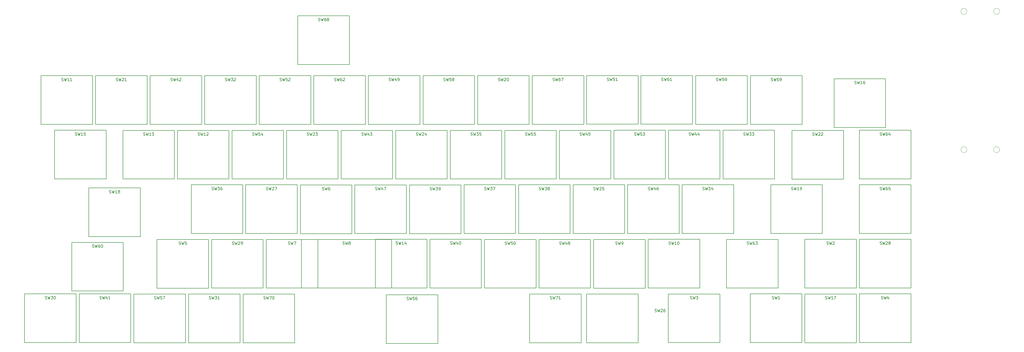
<source format=gbr>
%TF.GenerationSoftware,KiCad,Pcbnew,9.0.2*%
%TF.CreationDate,2025-06-27T23:50:21-07:00*%
%TF.ProjectId,Proj3,50726f6a-332e-46b6-9963-61645f706362,rev?*%
%TF.SameCoordinates,Original*%
%TF.FileFunction,OtherDrawing,Comment*%
%FSLAX46Y46*%
G04 Gerber Fmt 4.6, Leading zero omitted, Abs format (unit mm)*
G04 Created by KiCad (PCBNEW 9.0.2) date 2025-06-27 23:50:21*
%MOMM*%
%LPD*%
G01*
G04 APERTURE LIST*
%ADD10C,0.200000*%
%ADD11C,0.152400*%
%ADD12C,0.120000*%
G04 APERTURE END LIST*
D10*
X345850476Y-281462850D02*
X345993333Y-281510469D01*
X345993333Y-281510469D02*
X346231428Y-281510469D01*
X346231428Y-281510469D02*
X346326666Y-281462850D01*
X346326666Y-281462850D02*
X346374285Y-281415230D01*
X346374285Y-281415230D02*
X346421904Y-281319992D01*
X346421904Y-281319992D02*
X346421904Y-281224754D01*
X346421904Y-281224754D02*
X346374285Y-281129516D01*
X346374285Y-281129516D02*
X346326666Y-281081897D01*
X346326666Y-281081897D02*
X346231428Y-281034278D01*
X346231428Y-281034278D02*
X346040952Y-280986659D01*
X346040952Y-280986659D02*
X345945714Y-280939040D01*
X345945714Y-280939040D02*
X345898095Y-280891421D01*
X345898095Y-280891421D02*
X345850476Y-280796183D01*
X345850476Y-280796183D02*
X345850476Y-280700945D01*
X345850476Y-280700945D02*
X345898095Y-280605707D01*
X345898095Y-280605707D02*
X345945714Y-280558088D01*
X345945714Y-280558088D02*
X346040952Y-280510469D01*
X346040952Y-280510469D02*
X346279047Y-280510469D01*
X346279047Y-280510469D02*
X346421904Y-280558088D01*
X346755238Y-280510469D02*
X346993333Y-281510469D01*
X346993333Y-281510469D02*
X347183809Y-280796183D01*
X347183809Y-280796183D02*
X347374285Y-281510469D01*
X347374285Y-281510469D02*
X347612381Y-280510469D01*
X348421904Y-280510469D02*
X348231428Y-280510469D01*
X348231428Y-280510469D02*
X348136190Y-280558088D01*
X348136190Y-280558088D02*
X348088571Y-280605707D01*
X348088571Y-280605707D02*
X347993333Y-280748564D01*
X347993333Y-280748564D02*
X347945714Y-280939040D01*
X347945714Y-280939040D02*
X347945714Y-281319992D01*
X347945714Y-281319992D02*
X347993333Y-281415230D01*
X347993333Y-281415230D02*
X348040952Y-281462850D01*
X348040952Y-281462850D02*
X348136190Y-281510469D01*
X348136190Y-281510469D02*
X348326666Y-281510469D01*
X348326666Y-281510469D02*
X348421904Y-281462850D01*
X348421904Y-281462850D02*
X348469523Y-281415230D01*
X348469523Y-281415230D02*
X348517142Y-281319992D01*
X348517142Y-281319992D02*
X348517142Y-281081897D01*
X348517142Y-281081897D02*
X348469523Y-280986659D01*
X348469523Y-280986659D02*
X348421904Y-280939040D01*
X348421904Y-280939040D02*
X348326666Y-280891421D01*
X348326666Y-280891421D02*
X348136190Y-280891421D01*
X348136190Y-280891421D02*
X348040952Y-280939040D01*
X348040952Y-280939040D02*
X347993333Y-280986659D01*
X347993333Y-280986659D02*
X347945714Y-281081897D01*
X348850476Y-280510469D02*
X349469523Y-280510469D01*
X349469523Y-280510469D02*
X349136190Y-280891421D01*
X349136190Y-280891421D02*
X349279047Y-280891421D01*
X349279047Y-280891421D02*
X349374285Y-280939040D01*
X349374285Y-280939040D02*
X349421904Y-280986659D01*
X349421904Y-280986659D02*
X349469523Y-281081897D01*
X349469523Y-281081897D02*
X349469523Y-281319992D01*
X349469523Y-281319992D02*
X349421904Y-281415230D01*
X349421904Y-281415230D02*
X349374285Y-281462850D01*
X349374285Y-281462850D02*
X349279047Y-281510469D01*
X349279047Y-281510469D02*
X348993333Y-281510469D01*
X348993333Y-281510469D02*
X348898095Y-281462850D01*
X348898095Y-281462850D02*
X348850476Y-281415230D01*
X117240476Y-282472850D02*
X117383333Y-282520469D01*
X117383333Y-282520469D02*
X117621428Y-282520469D01*
X117621428Y-282520469D02*
X117716666Y-282472850D01*
X117716666Y-282472850D02*
X117764285Y-282425230D01*
X117764285Y-282425230D02*
X117811904Y-282329992D01*
X117811904Y-282329992D02*
X117811904Y-282234754D01*
X117811904Y-282234754D02*
X117764285Y-282139516D01*
X117764285Y-282139516D02*
X117716666Y-282091897D01*
X117716666Y-282091897D02*
X117621428Y-282044278D01*
X117621428Y-282044278D02*
X117430952Y-281996659D01*
X117430952Y-281996659D02*
X117335714Y-281949040D01*
X117335714Y-281949040D02*
X117288095Y-281901421D01*
X117288095Y-281901421D02*
X117240476Y-281806183D01*
X117240476Y-281806183D02*
X117240476Y-281710945D01*
X117240476Y-281710945D02*
X117288095Y-281615707D01*
X117288095Y-281615707D02*
X117335714Y-281568088D01*
X117335714Y-281568088D02*
X117430952Y-281520469D01*
X117430952Y-281520469D02*
X117669047Y-281520469D01*
X117669047Y-281520469D02*
X117811904Y-281568088D01*
X118145238Y-281520469D02*
X118383333Y-282520469D01*
X118383333Y-282520469D02*
X118573809Y-281806183D01*
X118573809Y-281806183D02*
X118764285Y-282520469D01*
X118764285Y-282520469D02*
X119002381Y-281520469D01*
X119811904Y-281520469D02*
X119621428Y-281520469D01*
X119621428Y-281520469D02*
X119526190Y-281568088D01*
X119526190Y-281568088D02*
X119478571Y-281615707D01*
X119478571Y-281615707D02*
X119383333Y-281758564D01*
X119383333Y-281758564D02*
X119335714Y-281949040D01*
X119335714Y-281949040D02*
X119335714Y-282329992D01*
X119335714Y-282329992D02*
X119383333Y-282425230D01*
X119383333Y-282425230D02*
X119430952Y-282472850D01*
X119430952Y-282472850D02*
X119526190Y-282520469D01*
X119526190Y-282520469D02*
X119716666Y-282520469D01*
X119716666Y-282520469D02*
X119811904Y-282472850D01*
X119811904Y-282472850D02*
X119859523Y-282425230D01*
X119859523Y-282425230D02*
X119907142Y-282329992D01*
X119907142Y-282329992D02*
X119907142Y-282091897D01*
X119907142Y-282091897D02*
X119859523Y-281996659D01*
X119859523Y-281996659D02*
X119811904Y-281949040D01*
X119811904Y-281949040D02*
X119716666Y-281901421D01*
X119716666Y-281901421D02*
X119526190Y-281901421D01*
X119526190Y-281901421D02*
X119430952Y-281949040D01*
X119430952Y-281949040D02*
X119383333Y-281996659D01*
X119383333Y-281996659D02*
X119335714Y-282091897D01*
X120526190Y-281520469D02*
X120621428Y-281520469D01*
X120621428Y-281520469D02*
X120716666Y-281568088D01*
X120716666Y-281568088D02*
X120764285Y-281615707D01*
X120764285Y-281615707D02*
X120811904Y-281710945D01*
X120811904Y-281710945D02*
X120859523Y-281901421D01*
X120859523Y-281901421D02*
X120859523Y-282139516D01*
X120859523Y-282139516D02*
X120811904Y-282329992D01*
X120811904Y-282329992D02*
X120764285Y-282425230D01*
X120764285Y-282425230D02*
X120716666Y-282472850D01*
X120716666Y-282472850D02*
X120621428Y-282520469D01*
X120621428Y-282520469D02*
X120526190Y-282520469D01*
X120526190Y-282520469D02*
X120430952Y-282472850D01*
X120430952Y-282472850D02*
X120383333Y-282425230D01*
X120383333Y-282425230D02*
X120335714Y-282329992D01*
X120335714Y-282329992D02*
X120288095Y-282139516D01*
X120288095Y-282139516D02*
X120288095Y-281901421D01*
X120288095Y-281901421D02*
X120335714Y-281710945D01*
X120335714Y-281710945D02*
X120383333Y-281615707D01*
X120383333Y-281615707D02*
X120430952Y-281568088D01*
X120430952Y-281568088D02*
X120526190Y-281520469D01*
X361310476Y-262402850D02*
X361453333Y-262450469D01*
X361453333Y-262450469D02*
X361691428Y-262450469D01*
X361691428Y-262450469D02*
X361786666Y-262402850D01*
X361786666Y-262402850D02*
X361834285Y-262355230D01*
X361834285Y-262355230D02*
X361881904Y-262259992D01*
X361881904Y-262259992D02*
X361881904Y-262164754D01*
X361881904Y-262164754D02*
X361834285Y-262069516D01*
X361834285Y-262069516D02*
X361786666Y-262021897D01*
X361786666Y-262021897D02*
X361691428Y-261974278D01*
X361691428Y-261974278D02*
X361500952Y-261926659D01*
X361500952Y-261926659D02*
X361405714Y-261879040D01*
X361405714Y-261879040D02*
X361358095Y-261831421D01*
X361358095Y-261831421D02*
X361310476Y-261736183D01*
X361310476Y-261736183D02*
X361310476Y-261640945D01*
X361310476Y-261640945D02*
X361358095Y-261545707D01*
X361358095Y-261545707D02*
X361405714Y-261498088D01*
X361405714Y-261498088D02*
X361500952Y-261450469D01*
X361500952Y-261450469D02*
X361739047Y-261450469D01*
X361739047Y-261450469D02*
X361881904Y-261498088D01*
X362215238Y-261450469D02*
X362453333Y-262450469D01*
X362453333Y-262450469D02*
X362643809Y-261736183D01*
X362643809Y-261736183D02*
X362834285Y-262450469D01*
X362834285Y-262450469D02*
X363072381Y-261450469D01*
X363977142Y-262450469D02*
X363405714Y-262450469D01*
X363691428Y-262450469D02*
X363691428Y-261450469D01*
X363691428Y-261450469D02*
X363596190Y-261593326D01*
X363596190Y-261593326D02*
X363500952Y-261688564D01*
X363500952Y-261688564D02*
X363405714Y-261736183D01*
X364453333Y-262450469D02*
X364643809Y-262450469D01*
X364643809Y-262450469D02*
X364739047Y-262402850D01*
X364739047Y-262402850D02*
X364786666Y-262355230D01*
X364786666Y-262355230D02*
X364881904Y-262212373D01*
X364881904Y-262212373D02*
X364929523Y-262021897D01*
X364929523Y-262021897D02*
X364929523Y-261640945D01*
X364929523Y-261640945D02*
X364881904Y-261545707D01*
X364881904Y-261545707D02*
X364834285Y-261498088D01*
X364834285Y-261498088D02*
X364739047Y-261450469D01*
X364739047Y-261450469D02*
X364548571Y-261450469D01*
X364548571Y-261450469D02*
X364453333Y-261498088D01*
X364453333Y-261498088D02*
X364405714Y-261545707D01*
X364405714Y-261545707D02*
X364358095Y-261640945D01*
X364358095Y-261640945D02*
X364358095Y-261879040D01*
X364358095Y-261879040D02*
X364405714Y-261974278D01*
X364405714Y-261974278D02*
X364453333Y-262021897D01*
X364453333Y-262021897D02*
X364548571Y-262069516D01*
X364548571Y-262069516D02*
X364739047Y-262069516D01*
X364739047Y-262069516D02*
X364834285Y-262021897D01*
X364834285Y-262021897D02*
X364881904Y-261974278D01*
X364881904Y-261974278D02*
X364929523Y-261879040D01*
X383420476Y-225366550D02*
X383563333Y-225414169D01*
X383563333Y-225414169D02*
X383801428Y-225414169D01*
X383801428Y-225414169D02*
X383896666Y-225366550D01*
X383896666Y-225366550D02*
X383944285Y-225318930D01*
X383944285Y-225318930D02*
X383991904Y-225223692D01*
X383991904Y-225223692D02*
X383991904Y-225128454D01*
X383991904Y-225128454D02*
X383944285Y-225033216D01*
X383944285Y-225033216D02*
X383896666Y-224985597D01*
X383896666Y-224985597D02*
X383801428Y-224937978D01*
X383801428Y-224937978D02*
X383610952Y-224890359D01*
X383610952Y-224890359D02*
X383515714Y-224842740D01*
X383515714Y-224842740D02*
X383468095Y-224795121D01*
X383468095Y-224795121D02*
X383420476Y-224699883D01*
X383420476Y-224699883D02*
X383420476Y-224604645D01*
X383420476Y-224604645D02*
X383468095Y-224509407D01*
X383468095Y-224509407D02*
X383515714Y-224461788D01*
X383515714Y-224461788D02*
X383610952Y-224414169D01*
X383610952Y-224414169D02*
X383849047Y-224414169D01*
X383849047Y-224414169D02*
X383991904Y-224461788D01*
X384325238Y-224414169D02*
X384563333Y-225414169D01*
X384563333Y-225414169D02*
X384753809Y-224699883D01*
X384753809Y-224699883D02*
X384944285Y-225414169D01*
X384944285Y-225414169D02*
X385182381Y-224414169D01*
X386087142Y-225414169D02*
X385515714Y-225414169D01*
X385801428Y-225414169D02*
X385801428Y-224414169D01*
X385801428Y-224414169D02*
X385706190Y-224557026D01*
X385706190Y-224557026D02*
X385610952Y-224652264D01*
X385610952Y-224652264D02*
X385515714Y-224699883D01*
X386944285Y-224414169D02*
X386753809Y-224414169D01*
X386753809Y-224414169D02*
X386658571Y-224461788D01*
X386658571Y-224461788D02*
X386610952Y-224509407D01*
X386610952Y-224509407D02*
X386515714Y-224652264D01*
X386515714Y-224652264D02*
X386468095Y-224842740D01*
X386468095Y-224842740D02*
X386468095Y-225223692D01*
X386468095Y-225223692D02*
X386515714Y-225318930D01*
X386515714Y-225318930D02*
X386563333Y-225366550D01*
X386563333Y-225366550D02*
X386658571Y-225414169D01*
X386658571Y-225414169D02*
X386849047Y-225414169D01*
X386849047Y-225414169D02*
X386944285Y-225366550D01*
X386944285Y-225366550D02*
X386991904Y-225318930D01*
X386991904Y-225318930D02*
X387039523Y-225223692D01*
X387039523Y-225223692D02*
X387039523Y-224985597D01*
X387039523Y-224985597D02*
X386991904Y-224890359D01*
X386991904Y-224890359D02*
X386944285Y-224842740D01*
X386944285Y-224842740D02*
X386849047Y-224795121D01*
X386849047Y-224795121D02*
X386658571Y-224795121D01*
X386658571Y-224795121D02*
X386563333Y-224842740D01*
X386563333Y-224842740D02*
X386515714Y-224890359D01*
X386515714Y-224890359D02*
X386468095Y-224985597D01*
X111260476Y-243352850D02*
X111403333Y-243400469D01*
X111403333Y-243400469D02*
X111641428Y-243400469D01*
X111641428Y-243400469D02*
X111736666Y-243352850D01*
X111736666Y-243352850D02*
X111784285Y-243305230D01*
X111784285Y-243305230D02*
X111831904Y-243209992D01*
X111831904Y-243209992D02*
X111831904Y-243114754D01*
X111831904Y-243114754D02*
X111784285Y-243019516D01*
X111784285Y-243019516D02*
X111736666Y-242971897D01*
X111736666Y-242971897D02*
X111641428Y-242924278D01*
X111641428Y-242924278D02*
X111450952Y-242876659D01*
X111450952Y-242876659D02*
X111355714Y-242829040D01*
X111355714Y-242829040D02*
X111308095Y-242781421D01*
X111308095Y-242781421D02*
X111260476Y-242686183D01*
X111260476Y-242686183D02*
X111260476Y-242590945D01*
X111260476Y-242590945D02*
X111308095Y-242495707D01*
X111308095Y-242495707D02*
X111355714Y-242448088D01*
X111355714Y-242448088D02*
X111450952Y-242400469D01*
X111450952Y-242400469D02*
X111689047Y-242400469D01*
X111689047Y-242400469D02*
X111831904Y-242448088D01*
X112165238Y-242400469D02*
X112403333Y-243400469D01*
X112403333Y-243400469D02*
X112593809Y-242686183D01*
X112593809Y-242686183D02*
X112784285Y-243400469D01*
X112784285Y-243400469D02*
X113022381Y-242400469D01*
X113927142Y-243400469D02*
X113355714Y-243400469D01*
X113641428Y-243400469D02*
X113641428Y-242400469D01*
X113641428Y-242400469D02*
X113546190Y-242543326D01*
X113546190Y-242543326D02*
X113450952Y-242638564D01*
X113450952Y-242638564D02*
X113355714Y-242686183D01*
X114831904Y-242400469D02*
X114355714Y-242400469D01*
X114355714Y-242400469D02*
X114308095Y-242876659D01*
X114308095Y-242876659D02*
X114355714Y-242829040D01*
X114355714Y-242829040D02*
X114450952Y-242781421D01*
X114450952Y-242781421D02*
X114689047Y-242781421D01*
X114689047Y-242781421D02*
X114784285Y-242829040D01*
X114784285Y-242829040D02*
X114831904Y-242876659D01*
X114831904Y-242876659D02*
X114879523Y-242971897D01*
X114879523Y-242971897D02*
X114879523Y-243209992D01*
X114879523Y-243209992D02*
X114831904Y-243305230D01*
X114831904Y-243305230D02*
X114784285Y-243352850D01*
X114784285Y-243352850D02*
X114689047Y-243400469D01*
X114689047Y-243400469D02*
X114450952Y-243400469D01*
X114450952Y-243400469D02*
X114355714Y-243352850D01*
X114355714Y-243352850D02*
X114308095Y-243305230D01*
X204686667Y-281462850D02*
X204829524Y-281510469D01*
X204829524Y-281510469D02*
X205067619Y-281510469D01*
X205067619Y-281510469D02*
X205162857Y-281462850D01*
X205162857Y-281462850D02*
X205210476Y-281415230D01*
X205210476Y-281415230D02*
X205258095Y-281319992D01*
X205258095Y-281319992D02*
X205258095Y-281224754D01*
X205258095Y-281224754D02*
X205210476Y-281129516D01*
X205210476Y-281129516D02*
X205162857Y-281081897D01*
X205162857Y-281081897D02*
X205067619Y-281034278D01*
X205067619Y-281034278D02*
X204877143Y-280986659D01*
X204877143Y-280986659D02*
X204781905Y-280939040D01*
X204781905Y-280939040D02*
X204734286Y-280891421D01*
X204734286Y-280891421D02*
X204686667Y-280796183D01*
X204686667Y-280796183D02*
X204686667Y-280700945D01*
X204686667Y-280700945D02*
X204734286Y-280605707D01*
X204734286Y-280605707D02*
X204781905Y-280558088D01*
X204781905Y-280558088D02*
X204877143Y-280510469D01*
X204877143Y-280510469D02*
X205115238Y-280510469D01*
X205115238Y-280510469D02*
X205258095Y-280558088D01*
X205591429Y-280510469D02*
X205829524Y-281510469D01*
X205829524Y-281510469D02*
X206020000Y-280796183D01*
X206020000Y-280796183D02*
X206210476Y-281510469D01*
X206210476Y-281510469D02*
X206448572Y-280510469D01*
X206972381Y-280939040D02*
X206877143Y-280891421D01*
X206877143Y-280891421D02*
X206829524Y-280843802D01*
X206829524Y-280843802D02*
X206781905Y-280748564D01*
X206781905Y-280748564D02*
X206781905Y-280700945D01*
X206781905Y-280700945D02*
X206829524Y-280605707D01*
X206829524Y-280605707D02*
X206877143Y-280558088D01*
X206877143Y-280558088D02*
X206972381Y-280510469D01*
X206972381Y-280510469D02*
X207162857Y-280510469D01*
X207162857Y-280510469D02*
X207258095Y-280558088D01*
X207258095Y-280558088D02*
X207305714Y-280605707D01*
X207305714Y-280605707D02*
X207353333Y-280700945D01*
X207353333Y-280700945D02*
X207353333Y-280748564D01*
X207353333Y-280748564D02*
X207305714Y-280843802D01*
X207305714Y-280843802D02*
X207258095Y-280891421D01*
X207258095Y-280891421D02*
X207162857Y-280939040D01*
X207162857Y-280939040D02*
X206972381Y-280939040D01*
X206972381Y-280939040D02*
X206877143Y-280986659D01*
X206877143Y-280986659D02*
X206829524Y-281034278D01*
X206829524Y-281034278D02*
X206781905Y-281129516D01*
X206781905Y-281129516D02*
X206781905Y-281319992D01*
X206781905Y-281319992D02*
X206829524Y-281415230D01*
X206829524Y-281415230D02*
X206877143Y-281462850D01*
X206877143Y-281462850D02*
X206972381Y-281510469D01*
X206972381Y-281510469D02*
X207162857Y-281510469D01*
X207162857Y-281510469D02*
X207258095Y-281462850D01*
X207258095Y-281462850D02*
X207305714Y-281415230D01*
X207305714Y-281415230D02*
X207353333Y-281319992D01*
X207353333Y-281319992D02*
X207353333Y-281129516D01*
X207353333Y-281129516D02*
X207305714Y-281034278D01*
X207305714Y-281034278D02*
X207258095Y-280986659D01*
X207258095Y-280986659D02*
X207162857Y-280939040D01*
X326036667Y-300512850D02*
X326179524Y-300560469D01*
X326179524Y-300560469D02*
X326417619Y-300560469D01*
X326417619Y-300560469D02*
X326512857Y-300512850D01*
X326512857Y-300512850D02*
X326560476Y-300465230D01*
X326560476Y-300465230D02*
X326608095Y-300369992D01*
X326608095Y-300369992D02*
X326608095Y-300274754D01*
X326608095Y-300274754D02*
X326560476Y-300179516D01*
X326560476Y-300179516D02*
X326512857Y-300131897D01*
X326512857Y-300131897D02*
X326417619Y-300084278D01*
X326417619Y-300084278D02*
X326227143Y-300036659D01*
X326227143Y-300036659D02*
X326131905Y-299989040D01*
X326131905Y-299989040D02*
X326084286Y-299941421D01*
X326084286Y-299941421D02*
X326036667Y-299846183D01*
X326036667Y-299846183D02*
X326036667Y-299750945D01*
X326036667Y-299750945D02*
X326084286Y-299655707D01*
X326084286Y-299655707D02*
X326131905Y-299608088D01*
X326131905Y-299608088D02*
X326227143Y-299560469D01*
X326227143Y-299560469D02*
X326465238Y-299560469D01*
X326465238Y-299560469D02*
X326608095Y-299608088D01*
X326941429Y-299560469D02*
X327179524Y-300560469D01*
X327179524Y-300560469D02*
X327370000Y-299846183D01*
X327370000Y-299846183D02*
X327560476Y-300560469D01*
X327560476Y-300560469D02*
X327798572Y-299560469D01*
X328084286Y-299560469D02*
X328703333Y-299560469D01*
X328703333Y-299560469D02*
X328370000Y-299941421D01*
X328370000Y-299941421D02*
X328512857Y-299941421D01*
X328512857Y-299941421D02*
X328608095Y-299989040D01*
X328608095Y-299989040D02*
X328655714Y-300036659D01*
X328655714Y-300036659D02*
X328703333Y-300131897D01*
X328703333Y-300131897D02*
X328703333Y-300369992D01*
X328703333Y-300369992D02*
X328655714Y-300465230D01*
X328655714Y-300465230D02*
X328608095Y-300512850D01*
X328608095Y-300512850D02*
X328512857Y-300560469D01*
X328512857Y-300560469D02*
X328227143Y-300560469D01*
X328227143Y-300560469D02*
X328131905Y-300512850D01*
X328131905Y-300512850D02*
X328084286Y-300465230D01*
X344630476Y-243352850D02*
X344773333Y-243400469D01*
X344773333Y-243400469D02*
X345011428Y-243400469D01*
X345011428Y-243400469D02*
X345106666Y-243352850D01*
X345106666Y-243352850D02*
X345154285Y-243305230D01*
X345154285Y-243305230D02*
X345201904Y-243209992D01*
X345201904Y-243209992D02*
X345201904Y-243114754D01*
X345201904Y-243114754D02*
X345154285Y-243019516D01*
X345154285Y-243019516D02*
X345106666Y-242971897D01*
X345106666Y-242971897D02*
X345011428Y-242924278D01*
X345011428Y-242924278D02*
X344820952Y-242876659D01*
X344820952Y-242876659D02*
X344725714Y-242829040D01*
X344725714Y-242829040D02*
X344678095Y-242781421D01*
X344678095Y-242781421D02*
X344630476Y-242686183D01*
X344630476Y-242686183D02*
X344630476Y-242590945D01*
X344630476Y-242590945D02*
X344678095Y-242495707D01*
X344678095Y-242495707D02*
X344725714Y-242448088D01*
X344725714Y-242448088D02*
X344820952Y-242400469D01*
X344820952Y-242400469D02*
X345059047Y-242400469D01*
X345059047Y-242400469D02*
X345201904Y-242448088D01*
X345535238Y-242400469D02*
X345773333Y-243400469D01*
X345773333Y-243400469D02*
X345963809Y-242686183D01*
X345963809Y-242686183D02*
X346154285Y-243400469D01*
X346154285Y-243400469D02*
X346392381Y-242400469D01*
X346678095Y-242400469D02*
X347297142Y-242400469D01*
X347297142Y-242400469D02*
X346963809Y-242781421D01*
X346963809Y-242781421D02*
X347106666Y-242781421D01*
X347106666Y-242781421D02*
X347201904Y-242829040D01*
X347201904Y-242829040D02*
X347249523Y-242876659D01*
X347249523Y-242876659D02*
X347297142Y-242971897D01*
X347297142Y-242971897D02*
X347297142Y-243209992D01*
X347297142Y-243209992D02*
X347249523Y-243305230D01*
X347249523Y-243305230D02*
X347201904Y-243352850D01*
X347201904Y-243352850D02*
X347106666Y-243400469D01*
X347106666Y-243400469D02*
X346820952Y-243400469D01*
X346820952Y-243400469D02*
X346725714Y-243352850D01*
X346725714Y-243352850D02*
X346678095Y-243305230D01*
X347630476Y-242400469D02*
X348249523Y-242400469D01*
X348249523Y-242400469D02*
X347916190Y-242781421D01*
X347916190Y-242781421D02*
X348059047Y-242781421D01*
X348059047Y-242781421D02*
X348154285Y-242829040D01*
X348154285Y-242829040D02*
X348201904Y-242876659D01*
X348201904Y-242876659D02*
X348249523Y-242971897D01*
X348249523Y-242971897D02*
X348249523Y-243209992D01*
X348249523Y-243209992D02*
X348201904Y-243305230D01*
X348201904Y-243305230D02*
X348154285Y-243352850D01*
X348154285Y-243352850D02*
X348059047Y-243400469D01*
X348059047Y-243400469D02*
X347773333Y-243400469D01*
X347773333Y-243400469D02*
X347678095Y-243352850D01*
X347678095Y-243352850D02*
X347630476Y-243305230D01*
X287480476Y-243360850D02*
X287623333Y-243408469D01*
X287623333Y-243408469D02*
X287861428Y-243408469D01*
X287861428Y-243408469D02*
X287956666Y-243360850D01*
X287956666Y-243360850D02*
X288004285Y-243313230D01*
X288004285Y-243313230D02*
X288051904Y-243217992D01*
X288051904Y-243217992D02*
X288051904Y-243122754D01*
X288051904Y-243122754D02*
X288004285Y-243027516D01*
X288004285Y-243027516D02*
X287956666Y-242979897D01*
X287956666Y-242979897D02*
X287861428Y-242932278D01*
X287861428Y-242932278D02*
X287670952Y-242884659D01*
X287670952Y-242884659D02*
X287575714Y-242837040D01*
X287575714Y-242837040D02*
X287528095Y-242789421D01*
X287528095Y-242789421D02*
X287480476Y-242694183D01*
X287480476Y-242694183D02*
X287480476Y-242598945D01*
X287480476Y-242598945D02*
X287528095Y-242503707D01*
X287528095Y-242503707D02*
X287575714Y-242456088D01*
X287575714Y-242456088D02*
X287670952Y-242408469D01*
X287670952Y-242408469D02*
X287909047Y-242408469D01*
X287909047Y-242408469D02*
X288051904Y-242456088D01*
X288385238Y-242408469D02*
X288623333Y-243408469D01*
X288623333Y-243408469D02*
X288813809Y-242694183D01*
X288813809Y-242694183D02*
X289004285Y-243408469D01*
X289004285Y-243408469D02*
X289242381Y-242408469D01*
X290051904Y-242741802D02*
X290051904Y-243408469D01*
X289813809Y-242360850D02*
X289575714Y-243075135D01*
X289575714Y-243075135D02*
X290194761Y-243075135D01*
X291051904Y-242408469D02*
X290575714Y-242408469D01*
X290575714Y-242408469D02*
X290528095Y-242884659D01*
X290528095Y-242884659D02*
X290575714Y-242837040D01*
X290575714Y-242837040D02*
X290670952Y-242789421D01*
X290670952Y-242789421D02*
X290909047Y-242789421D01*
X290909047Y-242789421D02*
X291004285Y-242837040D01*
X291004285Y-242837040D02*
X291051904Y-242884659D01*
X291051904Y-242884659D02*
X291099523Y-242979897D01*
X291099523Y-242979897D02*
X291099523Y-243217992D01*
X291099523Y-243217992D02*
X291051904Y-243313230D01*
X291051904Y-243313230D02*
X291004285Y-243360850D01*
X291004285Y-243360850D02*
X290909047Y-243408469D01*
X290909047Y-243408469D02*
X290670952Y-243408469D01*
X290670952Y-243408469D02*
X290575714Y-243360850D01*
X290575714Y-243360850D02*
X290528095Y-243313230D01*
X299926667Y-281472850D02*
X300069524Y-281520469D01*
X300069524Y-281520469D02*
X300307619Y-281520469D01*
X300307619Y-281520469D02*
X300402857Y-281472850D01*
X300402857Y-281472850D02*
X300450476Y-281425230D01*
X300450476Y-281425230D02*
X300498095Y-281329992D01*
X300498095Y-281329992D02*
X300498095Y-281234754D01*
X300498095Y-281234754D02*
X300450476Y-281139516D01*
X300450476Y-281139516D02*
X300402857Y-281091897D01*
X300402857Y-281091897D02*
X300307619Y-281044278D01*
X300307619Y-281044278D02*
X300117143Y-280996659D01*
X300117143Y-280996659D02*
X300021905Y-280949040D01*
X300021905Y-280949040D02*
X299974286Y-280901421D01*
X299974286Y-280901421D02*
X299926667Y-280806183D01*
X299926667Y-280806183D02*
X299926667Y-280710945D01*
X299926667Y-280710945D02*
X299974286Y-280615707D01*
X299974286Y-280615707D02*
X300021905Y-280568088D01*
X300021905Y-280568088D02*
X300117143Y-280520469D01*
X300117143Y-280520469D02*
X300355238Y-280520469D01*
X300355238Y-280520469D02*
X300498095Y-280568088D01*
X300831429Y-280520469D02*
X301069524Y-281520469D01*
X301069524Y-281520469D02*
X301260000Y-280806183D01*
X301260000Y-280806183D02*
X301450476Y-281520469D01*
X301450476Y-281520469D02*
X301688572Y-280520469D01*
X302117143Y-281520469D02*
X302307619Y-281520469D01*
X302307619Y-281520469D02*
X302402857Y-281472850D01*
X302402857Y-281472850D02*
X302450476Y-281425230D01*
X302450476Y-281425230D02*
X302545714Y-281282373D01*
X302545714Y-281282373D02*
X302593333Y-281091897D01*
X302593333Y-281091897D02*
X302593333Y-280710945D01*
X302593333Y-280710945D02*
X302545714Y-280615707D01*
X302545714Y-280615707D02*
X302498095Y-280568088D01*
X302498095Y-280568088D02*
X302402857Y-280520469D01*
X302402857Y-280520469D02*
X302212381Y-280520469D01*
X302212381Y-280520469D02*
X302117143Y-280568088D01*
X302117143Y-280568088D02*
X302069524Y-280615707D01*
X302069524Y-280615707D02*
X302021905Y-280710945D01*
X302021905Y-280710945D02*
X302021905Y-280949040D01*
X302021905Y-280949040D02*
X302069524Y-281044278D01*
X302069524Y-281044278D02*
X302117143Y-281091897D01*
X302117143Y-281091897D02*
X302212381Y-281139516D01*
X302212381Y-281139516D02*
X302402857Y-281139516D01*
X302402857Y-281139516D02*
X302498095Y-281091897D01*
X302498095Y-281091897D02*
X302545714Y-281044278D01*
X302545714Y-281044278D02*
X302593333Y-280949040D01*
X273250476Y-262402850D02*
X273393333Y-262450469D01*
X273393333Y-262450469D02*
X273631428Y-262450469D01*
X273631428Y-262450469D02*
X273726666Y-262402850D01*
X273726666Y-262402850D02*
X273774285Y-262355230D01*
X273774285Y-262355230D02*
X273821904Y-262259992D01*
X273821904Y-262259992D02*
X273821904Y-262164754D01*
X273821904Y-262164754D02*
X273774285Y-262069516D01*
X273774285Y-262069516D02*
X273726666Y-262021897D01*
X273726666Y-262021897D02*
X273631428Y-261974278D01*
X273631428Y-261974278D02*
X273440952Y-261926659D01*
X273440952Y-261926659D02*
X273345714Y-261879040D01*
X273345714Y-261879040D02*
X273298095Y-261831421D01*
X273298095Y-261831421D02*
X273250476Y-261736183D01*
X273250476Y-261736183D02*
X273250476Y-261640945D01*
X273250476Y-261640945D02*
X273298095Y-261545707D01*
X273298095Y-261545707D02*
X273345714Y-261498088D01*
X273345714Y-261498088D02*
X273440952Y-261450469D01*
X273440952Y-261450469D02*
X273679047Y-261450469D01*
X273679047Y-261450469D02*
X273821904Y-261498088D01*
X274155238Y-261450469D02*
X274393333Y-262450469D01*
X274393333Y-262450469D02*
X274583809Y-261736183D01*
X274583809Y-261736183D02*
X274774285Y-262450469D01*
X274774285Y-262450469D02*
X275012381Y-261450469D01*
X275298095Y-261450469D02*
X275917142Y-261450469D01*
X275917142Y-261450469D02*
X275583809Y-261831421D01*
X275583809Y-261831421D02*
X275726666Y-261831421D01*
X275726666Y-261831421D02*
X275821904Y-261879040D01*
X275821904Y-261879040D02*
X275869523Y-261926659D01*
X275869523Y-261926659D02*
X275917142Y-262021897D01*
X275917142Y-262021897D02*
X275917142Y-262259992D01*
X275917142Y-262259992D02*
X275869523Y-262355230D01*
X275869523Y-262355230D02*
X275821904Y-262402850D01*
X275821904Y-262402850D02*
X275726666Y-262450469D01*
X275726666Y-262450469D02*
X275440952Y-262450469D01*
X275440952Y-262450469D02*
X275345714Y-262402850D01*
X275345714Y-262402850D02*
X275298095Y-262355230D01*
X276488571Y-261879040D02*
X276393333Y-261831421D01*
X276393333Y-261831421D02*
X276345714Y-261783802D01*
X276345714Y-261783802D02*
X276298095Y-261688564D01*
X276298095Y-261688564D02*
X276298095Y-261640945D01*
X276298095Y-261640945D02*
X276345714Y-261545707D01*
X276345714Y-261545707D02*
X276393333Y-261498088D01*
X276393333Y-261498088D02*
X276488571Y-261450469D01*
X276488571Y-261450469D02*
X276679047Y-261450469D01*
X276679047Y-261450469D02*
X276774285Y-261498088D01*
X276774285Y-261498088D02*
X276821904Y-261545707D01*
X276821904Y-261545707D02*
X276869523Y-261640945D01*
X276869523Y-261640945D02*
X276869523Y-261688564D01*
X276869523Y-261688564D02*
X276821904Y-261783802D01*
X276821904Y-261783802D02*
X276774285Y-261831421D01*
X276774285Y-261831421D02*
X276679047Y-261879040D01*
X276679047Y-261879040D02*
X276488571Y-261879040D01*
X276488571Y-261879040D02*
X276393333Y-261926659D01*
X276393333Y-261926659D02*
X276345714Y-261974278D01*
X276345714Y-261974278D02*
X276298095Y-262069516D01*
X276298095Y-262069516D02*
X276298095Y-262259992D01*
X276298095Y-262259992D02*
X276345714Y-262355230D01*
X276345714Y-262355230D02*
X276393333Y-262402850D01*
X276393333Y-262402850D02*
X276488571Y-262450469D01*
X276488571Y-262450469D02*
X276679047Y-262450469D01*
X276679047Y-262450469D02*
X276774285Y-262402850D01*
X276774285Y-262402850D02*
X276821904Y-262355230D01*
X276821904Y-262355230D02*
X276869523Y-262259992D01*
X276869523Y-262259992D02*
X276869523Y-262069516D01*
X276869523Y-262069516D02*
X276821904Y-261974278D01*
X276821904Y-261974278D02*
X276774285Y-261926659D01*
X276774285Y-261926659D02*
X276679047Y-261879040D01*
X177080476Y-300546550D02*
X177223333Y-300594169D01*
X177223333Y-300594169D02*
X177461428Y-300594169D01*
X177461428Y-300594169D02*
X177556666Y-300546550D01*
X177556666Y-300546550D02*
X177604285Y-300498930D01*
X177604285Y-300498930D02*
X177651904Y-300403692D01*
X177651904Y-300403692D02*
X177651904Y-300308454D01*
X177651904Y-300308454D02*
X177604285Y-300213216D01*
X177604285Y-300213216D02*
X177556666Y-300165597D01*
X177556666Y-300165597D02*
X177461428Y-300117978D01*
X177461428Y-300117978D02*
X177270952Y-300070359D01*
X177270952Y-300070359D02*
X177175714Y-300022740D01*
X177175714Y-300022740D02*
X177128095Y-299975121D01*
X177128095Y-299975121D02*
X177080476Y-299879883D01*
X177080476Y-299879883D02*
X177080476Y-299784645D01*
X177080476Y-299784645D02*
X177128095Y-299689407D01*
X177128095Y-299689407D02*
X177175714Y-299641788D01*
X177175714Y-299641788D02*
X177270952Y-299594169D01*
X177270952Y-299594169D02*
X177509047Y-299594169D01*
X177509047Y-299594169D02*
X177651904Y-299641788D01*
X177985238Y-299594169D02*
X178223333Y-300594169D01*
X178223333Y-300594169D02*
X178413809Y-299879883D01*
X178413809Y-299879883D02*
X178604285Y-300594169D01*
X178604285Y-300594169D02*
X178842381Y-299594169D01*
X179128095Y-299594169D02*
X179794761Y-299594169D01*
X179794761Y-299594169D02*
X179366190Y-300594169D01*
X180366190Y-299594169D02*
X180461428Y-299594169D01*
X180461428Y-299594169D02*
X180556666Y-299641788D01*
X180556666Y-299641788D02*
X180604285Y-299689407D01*
X180604285Y-299689407D02*
X180651904Y-299784645D01*
X180651904Y-299784645D02*
X180699523Y-299975121D01*
X180699523Y-299975121D02*
X180699523Y-300213216D01*
X180699523Y-300213216D02*
X180651904Y-300403692D01*
X180651904Y-300403692D02*
X180604285Y-300498930D01*
X180604285Y-300498930D02*
X180556666Y-300546550D01*
X180556666Y-300546550D02*
X180461428Y-300594169D01*
X180461428Y-300594169D02*
X180366190Y-300594169D01*
X180366190Y-300594169D02*
X180270952Y-300546550D01*
X180270952Y-300546550D02*
X180223333Y-300498930D01*
X180223333Y-300498930D02*
X180175714Y-300403692D01*
X180175714Y-300403692D02*
X180128095Y-300213216D01*
X180128095Y-300213216D02*
X180128095Y-299975121D01*
X180128095Y-299975121D02*
X180175714Y-299784645D01*
X180175714Y-299784645D02*
X180223333Y-299689407D01*
X180223333Y-299689407D02*
X180270952Y-299641788D01*
X180270952Y-299641788D02*
X180366190Y-299594169D01*
X100780476Y-300482850D02*
X100923333Y-300530469D01*
X100923333Y-300530469D02*
X101161428Y-300530469D01*
X101161428Y-300530469D02*
X101256666Y-300482850D01*
X101256666Y-300482850D02*
X101304285Y-300435230D01*
X101304285Y-300435230D02*
X101351904Y-300339992D01*
X101351904Y-300339992D02*
X101351904Y-300244754D01*
X101351904Y-300244754D02*
X101304285Y-300149516D01*
X101304285Y-300149516D02*
X101256666Y-300101897D01*
X101256666Y-300101897D02*
X101161428Y-300054278D01*
X101161428Y-300054278D02*
X100970952Y-300006659D01*
X100970952Y-300006659D02*
X100875714Y-299959040D01*
X100875714Y-299959040D02*
X100828095Y-299911421D01*
X100828095Y-299911421D02*
X100780476Y-299816183D01*
X100780476Y-299816183D02*
X100780476Y-299720945D01*
X100780476Y-299720945D02*
X100828095Y-299625707D01*
X100828095Y-299625707D02*
X100875714Y-299578088D01*
X100875714Y-299578088D02*
X100970952Y-299530469D01*
X100970952Y-299530469D02*
X101209047Y-299530469D01*
X101209047Y-299530469D02*
X101351904Y-299578088D01*
X101685238Y-299530469D02*
X101923333Y-300530469D01*
X101923333Y-300530469D02*
X102113809Y-299816183D01*
X102113809Y-299816183D02*
X102304285Y-300530469D01*
X102304285Y-300530469D02*
X102542381Y-299530469D01*
X102828095Y-299530469D02*
X103447142Y-299530469D01*
X103447142Y-299530469D02*
X103113809Y-299911421D01*
X103113809Y-299911421D02*
X103256666Y-299911421D01*
X103256666Y-299911421D02*
X103351904Y-299959040D01*
X103351904Y-299959040D02*
X103399523Y-300006659D01*
X103399523Y-300006659D02*
X103447142Y-300101897D01*
X103447142Y-300101897D02*
X103447142Y-300339992D01*
X103447142Y-300339992D02*
X103399523Y-300435230D01*
X103399523Y-300435230D02*
X103351904Y-300482850D01*
X103351904Y-300482850D02*
X103256666Y-300530469D01*
X103256666Y-300530469D02*
X102970952Y-300530469D01*
X102970952Y-300530469D02*
X102875714Y-300482850D01*
X102875714Y-300482850D02*
X102828095Y-300435230D01*
X104066190Y-299530469D02*
X104161428Y-299530469D01*
X104161428Y-299530469D02*
X104256666Y-299578088D01*
X104256666Y-299578088D02*
X104304285Y-299625707D01*
X104304285Y-299625707D02*
X104351904Y-299720945D01*
X104351904Y-299720945D02*
X104399523Y-299911421D01*
X104399523Y-299911421D02*
X104399523Y-300149516D01*
X104399523Y-300149516D02*
X104351904Y-300339992D01*
X104351904Y-300339992D02*
X104304285Y-300435230D01*
X104304285Y-300435230D02*
X104256666Y-300482850D01*
X104256666Y-300482850D02*
X104161428Y-300530469D01*
X104161428Y-300530469D02*
X104066190Y-300530469D01*
X104066190Y-300530469D02*
X103970952Y-300482850D01*
X103970952Y-300482850D02*
X103923333Y-300435230D01*
X103923333Y-300435230D02*
X103875714Y-300339992D01*
X103875714Y-300339992D02*
X103828095Y-300149516D01*
X103828095Y-300149516D02*
X103828095Y-299911421D01*
X103828095Y-299911421D02*
X103875714Y-299720945D01*
X103875714Y-299720945D02*
X103923333Y-299625707D01*
X103923333Y-299625707D02*
X103970952Y-299578088D01*
X103970952Y-299578088D02*
X104066190Y-299530469D01*
X201760476Y-224302850D02*
X201903333Y-224350469D01*
X201903333Y-224350469D02*
X202141428Y-224350469D01*
X202141428Y-224350469D02*
X202236666Y-224302850D01*
X202236666Y-224302850D02*
X202284285Y-224255230D01*
X202284285Y-224255230D02*
X202331904Y-224159992D01*
X202331904Y-224159992D02*
X202331904Y-224064754D01*
X202331904Y-224064754D02*
X202284285Y-223969516D01*
X202284285Y-223969516D02*
X202236666Y-223921897D01*
X202236666Y-223921897D02*
X202141428Y-223874278D01*
X202141428Y-223874278D02*
X201950952Y-223826659D01*
X201950952Y-223826659D02*
X201855714Y-223779040D01*
X201855714Y-223779040D02*
X201808095Y-223731421D01*
X201808095Y-223731421D02*
X201760476Y-223636183D01*
X201760476Y-223636183D02*
X201760476Y-223540945D01*
X201760476Y-223540945D02*
X201808095Y-223445707D01*
X201808095Y-223445707D02*
X201855714Y-223398088D01*
X201855714Y-223398088D02*
X201950952Y-223350469D01*
X201950952Y-223350469D02*
X202189047Y-223350469D01*
X202189047Y-223350469D02*
X202331904Y-223398088D01*
X202665238Y-223350469D02*
X202903333Y-224350469D01*
X202903333Y-224350469D02*
X203093809Y-223636183D01*
X203093809Y-223636183D02*
X203284285Y-224350469D01*
X203284285Y-224350469D02*
X203522381Y-223350469D01*
X204331904Y-223350469D02*
X204141428Y-223350469D01*
X204141428Y-223350469D02*
X204046190Y-223398088D01*
X204046190Y-223398088D02*
X203998571Y-223445707D01*
X203998571Y-223445707D02*
X203903333Y-223588564D01*
X203903333Y-223588564D02*
X203855714Y-223779040D01*
X203855714Y-223779040D02*
X203855714Y-224159992D01*
X203855714Y-224159992D02*
X203903333Y-224255230D01*
X203903333Y-224255230D02*
X203950952Y-224302850D01*
X203950952Y-224302850D02*
X204046190Y-224350469D01*
X204046190Y-224350469D02*
X204236666Y-224350469D01*
X204236666Y-224350469D02*
X204331904Y-224302850D01*
X204331904Y-224302850D02*
X204379523Y-224255230D01*
X204379523Y-224255230D02*
X204427142Y-224159992D01*
X204427142Y-224159992D02*
X204427142Y-223921897D01*
X204427142Y-223921897D02*
X204379523Y-223826659D01*
X204379523Y-223826659D02*
X204331904Y-223779040D01*
X204331904Y-223779040D02*
X204236666Y-223731421D01*
X204236666Y-223731421D02*
X204046190Y-223731421D01*
X204046190Y-223731421D02*
X203950952Y-223779040D01*
X203950952Y-223779040D02*
X203903333Y-223826659D01*
X203903333Y-223826659D02*
X203855714Y-223921897D01*
X204808095Y-223445707D02*
X204855714Y-223398088D01*
X204855714Y-223398088D02*
X204950952Y-223350469D01*
X204950952Y-223350469D02*
X205189047Y-223350469D01*
X205189047Y-223350469D02*
X205284285Y-223398088D01*
X205284285Y-223398088D02*
X205331904Y-223445707D01*
X205331904Y-223445707D02*
X205379523Y-223540945D01*
X205379523Y-223540945D02*
X205379523Y-223636183D01*
X205379523Y-223636183D02*
X205331904Y-223779040D01*
X205331904Y-223779040D02*
X204760476Y-224350469D01*
X204760476Y-224350469D02*
X205379523Y-224350469D01*
X138920476Y-300532850D02*
X139063333Y-300580469D01*
X139063333Y-300580469D02*
X139301428Y-300580469D01*
X139301428Y-300580469D02*
X139396666Y-300532850D01*
X139396666Y-300532850D02*
X139444285Y-300485230D01*
X139444285Y-300485230D02*
X139491904Y-300389992D01*
X139491904Y-300389992D02*
X139491904Y-300294754D01*
X139491904Y-300294754D02*
X139444285Y-300199516D01*
X139444285Y-300199516D02*
X139396666Y-300151897D01*
X139396666Y-300151897D02*
X139301428Y-300104278D01*
X139301428Y-300104278D02*
X139110952Y-300056659D01*
X139110952Y-300056659D02*
X139015714Y-300009040D01*
X139015714Y-300009040D02*
X138968095Y-299961421D01*
X138968095Y-299961421D02*
X138920476Y-299866183D01*
X138920476Y-299866183D02*
X138920476Y-299770945D01*
X138920476Y-299770945D02*
X138968095Y-299675707D01*
X138968095Y-299675707D02*
X139015714Y-299628088D01*
X139015714Y-299628088D02*
X139110952Y-299580469D01*
X139110952Y-299580469D02*
X139349047Y-299580469D01*
X139349047Y-299580469D02*
X139491904Y-299628088D01*
X139825238Y-299580469D02*
X140063333Y-300580469D01*
X140063333Y-300580469D02*
X140253809Y-299866183D01*
X140253809Y-299866183D02*
X140444285Y-300580469D01*
X140444285Y-300580469D02*
X140682381Y-299580469D01*
X141539523Y-299580469D02*
X141063333Y-299580469D01*
X141063333Y-299580469D02*
X141015714Y-300056659D01*
X141015714Y-300056659D02*
X141063333Y-300009040D01*
X141063333Y-300009040D02*
X141158571Y-299961421D01*
X141158571Y-299961421D02*
X141396666Y-299961421D01*
X141396666Y-299961421D02*
X141491904Y-300009040D01*
X141491904Y-300009040D02*
X141539523Y-300056659D01*
X141539523Y-300056659D02*
X141587142Y-300151897D01*
X141587142Y-300151897D02*
X141587142Y-300389992D01*
X141587142Y-300389992D02*
X141539523Y-300485230D01*
X141539523Y-300485230D02*
X141491904Y-300532850D01*
X141491904Y-300532850D02*
X141396666Y-300580469D01*
X141396666Y-300580469D02*
X141158571Y-300580469D01*
X141158571Y-300580469D02*
X141063333Y-300532850D01*
X141063333Y-300532850D02*
X141015714Y-300485230D01*
X141920476Y-299580469D02*
X142587142Y-299580469D01*
X142587142Y-299580469D02*
X142158571Y-300580469D01*
X173180476Y-243360850D02*
X173323333Y-243408469D01*
X173323333Y-243408469D02*
X173561428Y-243408469D01*
X173561428Y-243408469D02*
X173656666Y-243360850D01*
X173656666Y-243360850D02*
X173704285Y-243313230D01*
X173704285Y-243313230D02*
X173751904Y-243217992D01*
X173751904Y-243217992D02*
X173751904Y-243122754D01*
X173751904Y-243122754D02*
X173704285Y-243027516D01*
X173704285Y-243027516D02*
X173656666Y-242979897D01*
X173656666Y-242979897D02*
X173561428Y-242932278D01*
X173561428Y-242932278D02*
X173370952Y-242884659D01*
X173370952Y-242884659D02*
X173275714Y-242837040D01*
X173275714Y-242837040D02*
X173228095Y-242789421D01*
X173228095Y-242789421D02*
X173180476Y-242694183D01*
X173180476Y-242694183D02*
X173180476Y-242598945D01*
X173180476Y-242598945D02*
X173228095Y-242503707D01*
X173228095Y-242503707D02*
X173275714Y-242456088D01*
X173275714Y-242456088D02*
X173370952Y-242408469D01*
X173370952Y-242408469D02*
X173609047Y-242408469D01*
X173609047Y-242408469D02*
X173751904Y-242456088D01*
X174085238Y-242408469D02*
X174323333Y-243408469D01*
X174323333Y-243408469D02*
X174513809Y-242694183D01*
X174513809Y-242694183D02*
X174704285Y-243408469D01*
X174704285Y-243408469D02*
X174942381Y-242408469D01*
X175799523Y-242408469D02*
X175323333Y-242408469D01*
X175323333Y-242408469D02*
X175275714Y-242884659D01*
X175275714Y-242884659D02*
X175323333Y-242837040D01*
X175323333Y-242837040D02*
X175418571Y-242789421D01*
X175418571Y-242789421D02*
X175656666Y-242789421D01*
X175656666Y-242789421D02*
X175751904Y-242837040D01*
X175751904Y-242837040D02*
X175799523Y-242884659D01*
X175799523Y-242884659D02*
X175847142Y-242979897D01*
X175847142Y-242979897D02*
X175847142Y-243217992D01*
X175847142Y-243217992D02*
X175799523Y-243313230D01*
X175799523Y-243313230D02*
X175751904Y-243360850D01*
X175751904Y-243360850D02*
X175656666Y-243408469D01*
X175656666Y-243408469D02*
X175418571Y-243408469D01*
X175418571Y-243408469D02*
X175323333Y-243360850D01*
X175323333Y-243360850D02*
X175275714Y-243313230D01*
X176704285Y-242741802D02*
X176704285Y-243408469D01*
X176466190Y-242360850D02*
X176228095Y-243075135D01*
X176228095Y-243075135D02*
X176847142Y-243075135D01*
X392260476Y-262402850D02*
X392403333Y-262450469D01*
X392403333Y-262450469D02*
X392641428Y-262450469D01*
X392641428Y-262450469D02*
X392736666Y-262402850D01*
X392736666Y-262402850D02*
X392784285Y-262355230D01*
X392784285Y-262355230D02*
X392831904Y-262259992D01*
X392831904Y-262259992D02*
X392831904Y-262164754D01*
X392831904Y-262164754D02*
X392784285Y-262069516D01*
X392784285Y-262069516D02*
X392736666Y-262021897D01*
X392736666Y-262021897D02*
X392641428Y-261974278D01*
X392641428Y-261974278D02*
X392450952Y-261926659D01*
X392450952Y-261926659D02*
X392355714Y-261879040D01*
X392355714Y-261879040D02*
X392308095Y-261831421D01*
X392308095Y-261831421D02*
X392260476Y-261736183D01*
X392260476Y-261736183D02*
X392260476Y-261640945D01*
X392260476Y-261640945D02*
X392308095Y-261545707D01*
X392308095Y-261545707D02*
X392355714Y-261498088D01*
X392355714Y-261498088D02*
X392450952Y-261450469D01*
X392450952Y-261450469D02*
X392689047Y-261450469D01*
X392689047Y-261450469D02*
X392831904Y-261498088D01*
X393165238Y-261450469D02*
X393403333Y-262450469D01*
X393403333Y-262450469D02*
X393593809Y-261736183D01*
X393593809Y-261736183D02*
X393784285Y-262450469D01*
X393784285Y-262450469D02*
X394022381Y-261450469D01*
X394831904Y-261450469D02*
X394641428Y-261450469D01*
X394641428Y-261450469D02*
X394546190Y-261498088D01*
X394546190Y-261498088D02*
X394498571Y-261545707D01*
X394498571Y-261545707D02*
X394403333Y-261688564D01*
X394403333Y-261688564D02*
X394355714Y-261879040D01*
X394355714Y-261879040D02*
X394355714Y-262259992D01*
X394355714Y-262259992D02*
X394403333Y-262355230D01*
X394403333Y-262355230D02*
X394450952Y-262402850D01*
X394450952Y-262402850D02*
X394546190Y-262450469D01*
X394546190Y-262450469D02*
X394736666Y-262450469D01*
X394736666Y-262450469D02*
X394831904Y-262402850D01*
X394831904Y-262402850D02*
X394879523Y-262355230D01*
X394879523Y-262355230D02*
X394927142Y-262259992D01*
X394927142Y-262259992D02*
X394927142Y-262021897D01*
X394927142Y-262021897D02*
X394879523Y-261926659D01*
X394879523Y-261926659D02*
X394831904Y-261879040D01*
X394831904Y-261879040D02*
X394736666Y-261831421D01*
X394736666Y-261831421D02*
X394546190Y-261831421D01*
X394546190Y-261831421D02*
X394450952Y-261879040D01*
X394450952Y-261879040D02*
X394403333Y-261926659D01*
X394403333Y-261926659D02*
X394355714Y-262021897D01*
X395831904Y-261450469D02*
X395355714Y-261450469D01*
X395355714Y-261450469D02*
X395308095Y-261926659D01*
X395308095Y-261926659D02*
X395355714Y-261879040D01*
X395355714Y-261879040D02*
X395450952Y-261831421D01*
X395450952Y-261831421D02*
X395689047Y-261831421D01*
X395689047Y-261831421D02*
X395784285Y-261879040D01*
X395784285Y-261879040D02*
X395831904Y-261926659D01*
X395831904Y-261926659D02*
X395879523Y-262021897D01*
X395879523Y-262021897D02*
X395879523Y-262259992D01*
X395879523Y-262259992D02*
X395831904Y-262355230D01*
X395831904Y-262355230D02*
X395784285Y-262402850D01*
X395784285Y-262402850D02*
X395689047Y-262450469D01*
X395689047Y-262450469D02*
X395450952Y-262450469D01*
X395450952Y-262450469D02*
X395355714Y-262402850D01*
X395355714Y-262402850D02*
X395308095Y-262355230D01*
X373686667Y-281452850D02*
X373829524Y-281500469D01*
X373829524Y-281500469D02*
X374067619Y-281500469D01*
X374067619Y-281500469D02*
X374162857Y-281452850D01*
X374162857Y-281452850D02*
X374210476Y-281405230D01*
X374210476Y-281405230D02*
X374258095Y-281309992D01*
X374258095Y-281309992D02*
X374258095Y-281214754D01*
X374258095Y-281214754D02*
X374210476Y-281119516D01*
X374210476Y-281119516D02*
X374162857Y-281071897D01*
X374162857Y-281071897D02*
X374067619Y-281024278D01*
X374067619Y-281024278D02*
X373877143Y-280976659D01*
X373877143Y-280976659D02*
X373781905Y-280929040D01*
X373781905Y-280929040D02*
X373734286Y-280881421D01*
X373734286Y-280881421D02*
X373686667Y-280786183D01*
X373686667Y-280786183D02*
X373686667Y-280690945D01*
X373686667Y-280690945D02*
X373734286Y-280595707D01*
X373734286Y-280595707D02*
X373781905Y-280548088D01*
X373781905Y-280548088D02*
X373877143Y-280500469D01*
X373877143Y-280500469D02*
X374115238Y-280500469D01*
X374115238Y-280500469D02*
X374258095Y-280548088D01*
X374591429Y-280500469D02*
X374829524Y-281500469D01*
X374829524Y-281500469D02*
X375020000Y-280786183D01*
X375020000Y-280786183D02*
X375210476Y-281500469D01*
X375210476Y-281500469D02*
X375448572Y-280500469D01*
X375781905Y-280595707D02*
X375829524Y-280548088D01*
X375829524Y-280548088D02*
X375924762Y-280500469D01*
X375924762Y-280500469D02*
X376162857Y-280500469D01*
X376162857Y-280500469D02*
X376258095Y-280548088D01*
X376258095Y-280548088D02*
X376305714Y-280595707D01*
X376305714Y-280595707D02*
X376353333Y-280690945D01*
X376353333Y-280690945D02*
X376353333Y-280786183D01*
X376353333Y-280786183D02*
X376305714Y-280929040D01*
X376305714Y-280929040D02*
X375734286Y-281500469D01*
X375734286Y-281500469D02*
X376353333Y-281500469D01*
X119840476Y-300502850D02*
X119983333Y-300550469D01*
X119983333Y-300550469D02*
X120221428Y-300550469D01*
X120221428Y-300550469D02*
X120316666Y-300502850D01*
X120316666Y-300502850D02*
X120364285Y-300455230D01*
X120364285Y-300455230D02*
X120411904Y-300359992D01*
X120411904Y-300359992D02*
X120411904Y-300264754D01*
X120411904Y-300264754D02*
X120364285Y-300169516D01*
X120364285Y-300169516D02*
X120316666Y-300121897D01*
X120316666Y-300121897D02*
X120221428Y-300074278D01*
X120221428Y-300074278D02*
X120030952Y-300026659D01*
X120030952Y-300026659D02*
X119935714Y-299979040D01*
X119935714Y-299979040D02*
X119888095Y-299931421D01*
X119888095Y-299931421D02*
X119840476Y-299836183D01*
X119840476Y-299836183D02*
X119840476Y-299740945D01*
X119840476Y-299740945D02*
X119888095Y-299645707D01*
X119888095Y-299645707D02*
X119935714Y-299598088D01*
X119935714Y-299598088D02*
X120030952Y-299550469D01*
X120030952Y-299550469D02*
X120269047Y-299550469D01*
X120269047Y-299550469D02*
X120411904Y-299598088D01*
X120745238Y-299550469D02*
X120983333Y-300550469D01*
X120983333Y-300550469D02*
X121173809Y-299836183D01*
X121173809Y-299836183D02*
X121364285Y-300550469D01*
X121364285Y-300550469D02*
X121602381Y-299550469D01*
X122411904Y-299883802D02*
X122411904Y-300550469D01*
X122173809Y-299502850D02*
X121935714Y-300217135D01*
X121935714Y-300217135D02*
X122554761Y-300217135D01*
X123459523Y-300550469D02*
X122888095Y-300550469D01*
X123173809Y-300550469D02*
X123173809Y-299550469D01*
X123173809Y-299550469D02*
X123078571Y-299693326D01*
X123078571Y-299693326D02*
X122983333Y-299788564D01*
X122983333Y-299788564D02*
X122888095Y-299836183D01*
X354636667Y-300502850D02*
X354779524Y-300550469D01*
X354779524Y-300550469D02*
X355017619Y-300550469D01*
X355017619Y-300550469D02*
X355112857Y-300502850D01*
X355112857Y-300502850D02*
X355160476Y-300455230D01*
X355160476Y-300455230D02*
X355208095Y-300359992D01*
X355208095Y-300359992D02*
X355208095Y-300264754D01*
X355208095Y-300264754D02*
X355160476Y-300169516D01*
X355160476Y-300169516D02*
X355112857Y-300121897D01*
X355112857Y-300121897D02*
X355017619Y-300074278D01*
X355017619Y-300074278D02*
X354827143Y-300026659D01*
X354827143Y-300026659D02*
X354731905Y-299979040D01*
X354731905Y-299979040D02*
X354684286Y-299931421D01*
X354684286Y-299931421D02*
X354636667Y-299836183D01*
X354636667Y-299836183D02*
X354636667Y-299740945D01*
X354636667Y-299740945D02*
X354684286Y-299645707D01*
X354684286Y-299645707D02*
X354731905Y-299598088D01*
X354731905Y-299598088D02*
X354827143Y-299550469D01*
X354827143Y-299550469D02*
X355065238Y-299550469D01*
X355065238Y-299550469D02*
X355208095Y-299598088D01*
X355541429Y-299550469D02*
X355779524Y-300550469D01*
X355779524Y-300550469D02*
X355970000Y-299836183D01*
X355970000Y-299836183D02*
X356160476Y-300550469D01*
X356160476Y-300550469D02*
X356398572Y-299550469D01*
X357303333Y-300550469D02*
X356731905Y-300550469D01*
X357017619Y-300550469D02*
X357017619Y-299550469D01*
X357017619Y-299550469D02*
X356922381Y-299693326D01*
X356922381Y-299693326D02*
X356827143Y-299788564D01*
X356827143Y-299788564D02*
X356731905Y-299836183D01*
X392736667Y-300502850D02*
X392879524Y-300550469D01*
X392879524Y-300550469D02*
X393117619Y-300550469D01*
X393117619Y-300550469D02*
X393212857Y-300502850D01*
X393212857Y-300502850D02*
X393260476Y-300455230D01*
X393260476Y-300455230D02*
X393308095Y-300359992D01*
X393308095Y-300359992D02*
X393308095Y-300264754D01*
X393308095Y-300264754D02*
X393260476Y-300169516D01*
X393260476Y-300169516D02*
X393212857Y-300121897D01*
X393212857Y-300121897D02*
X393117619Y-300074278D01*
X393117619Y-300074278D02*
X392927143Y-300026659D01*
X392927143Y-300026659D02*
X392831905Y-299979040D01*
X392831905Y-299979040D02*
X392784286Y-299931421D01*
X392784286Y-299931421D02*
X392736667Y-299836183D01*
X392736667Y-299836183D02*
X392736667Y-299740945D01*
X392736667Y-299740945D02*
X392784286Y-299645707D01*
X392784286Y-299645707D02*
X392831905Y-299598088D01*
X392831905Y-299598088D02*
X392927143Y-299550469D01*
X392927143Y-299550469D02*
X393165238Y-299550469D01*
X393165238Y-299550469D02*
X393308095Y-299598088D01*
X393641429Y-299550469D02*
X393879524Y-300550469D01*
X393879524Y-300550469D02*
X394070000Y-299836183D01*
X394070000Y-299836183D02*
X394260476Y-300550469D01*
X394260476Y-300550469D02*
X394498572Y-299550469D01*
X395308095Y-299883802D02*
X395308095Y-300550469D01*
X395070000Y-299502850D02*
X394831905Y-300217135D01*
X394831905Y-300217135D02*
X395450952Y-300217135D01*
X280380476Y-281462850D02*
X280523333Y-281510469D01*
X280523333Y-281510469D02*
X280761428Y-281510469D01*
X280761428Y-281510469D02*
X280856666Y-281462850D01*
X280856666Y-281462850D02*
X280904285Y-281415230D01*
X280904285Y-281415230D02*
X280951904Y-281319992D01*
X280951904Y-281319992D02*
X280951904Y-281224754D01*
X280951904Y-281224754D02*
X280904285Y-281129516D01*
X280904285Y-281129516D02*
X280856666Y-281081897D01*
X280856666Y-281081897D02*
X280761428Y-281034278D01*
X280761428Y-281034278D02*
X280570952Y-280986659D01*
X280570952Y-280986659D02*
X280475714Y-280939040D01*
X280475714Y-280939040D02*
X280428095Y-280891421D01*
X280428095Y-280891421D02*
X280380476Y-280796183D01*
X280380476Y-280796183D02*
X280380476Y-280700945D01*
X280380476Y-280700945D02*
X280428095Y-280605707D01*
X280428095Y-280605707D02*
X280475714Y-280558088D01*
X280475714Y-280558088D02*
X280570952Y-280510469D01*
X280570952Y-280510469D02*
X280809047Y-280510469D01*
X280809047Y-280510469D02*
X280951904Y-280558088D01*
X281285238Y-280510469D02*
X281523333Y-281510469D01*
X281523333Y-281510469D02*
X281713809Y-280796183D01*
X281713809Y-280796183D02*
X281904285Y-281510469D01*
X281904285Y-281510469D02*
X282142381Y-280510469D01*
X282951904Y-280843802D02*
X282951904Y-281510469D01*
X282713809Y-280462850D02*
X282475714Y-281177135D01*
X282475714Y-281177135D02*
X283094761Y-281177135D01*
X283618571Y-280939040D02*
X283523333Y-280891421D01*
X283523333Y-280891421D02*
X283475714Y-280843802D01*
X283475714Y-280843802D02*
X283428095Y-280748564D01*
X283428095Y-280748564D02*
X283428095Y-280700945D01*
X283428095Y-280700945D02*
X283475714Y-280605707D01*
X283475714Y-280605707D02*
X283523333Y-280558088D01*
X283523333Y-280558088D02*
X283618571Y-280510469D01*
X283618571Y-280510469D02*
X283809047Y-280510469D01*
X283809047Y-280510469D02*
X283904285Y-280558088D01*
X283904285Y-280558088D02*
X283951904Y-280605707D01*
X283951904Y-280605707D02*
X283999523Y-280700945D01*
X283999523Y-280700945D02*
X283999523Y-280748564D01*
X283999523Y-280748564D02*
X283951904Y-280843802D01*
X283951904Y-280843802D02*
X283904285Y-280891421D01*
X283904285Y-280891421D02*
X283809047Y-280939040D01*
X283809047Y-280939040D02*
X283618571Y-280939040D01*
X283618571Y-280939040D02*
X283523333Y-280986659D01*
X283523333Y-280986659D02*
X283475714Y-281034278D01*
X283475714Y-281034278D02*
X283428095Y-281129516D01*
X283428095Y-281129516D02*
X283428095Y-281319992D01*
X283428095Y-281319992D02*
X283475714Y-281415230D01*
X283475714Y-281415230D02*
X283523333Y-281462850D01*
X283523333Y-281462850D02*
X283618571Y-281510469D01*
X283618571Y-281510469D02*
X283809047Y-281510469D01*
X283809047Y-281510469D02*
X283904285Y-281462850D01*
X283904285Y-281462850D02*
X283951904Y-281415230D01*
X283951904Y-281415230D02*
X283999523Y-281319992D01*
X283999523Y-281319992D02*
X283999523Y-281129516D01*
X283999523Y-281129516D02*
X283951904Y-281034278D01*
X283951904Y-281034278D02*
X283904285Y-280986659D01*
X283904285Y-280986659D02*
X283809047Y-280939040D01*
X297000476Y-224236550D02*
X297143333Y-224284169D01*
X297143333Y-224284169D02*
X297381428Y-224284169D01*
X297381428Y-224284169D02*
X297476666Y-224236550D01*
X297476666Y-224236550D02*
X297524285Y-224188930D01*
X297524285Y-224188930D02*
X297571904Y-224093692D01*
X297571904Y-224093692D02*
X297571904Y-223998454D01*
X297571904Y-223998454D02*
X297524285Y-223903216D01*
X297524285Y-223903216D02*
X297476666Y-223855597D01*
X297476666Y-223855597D02*
X297381428Y-223807978D01*
X297381428Y-223807978D02*
X297190952Y-223760359D01*
X297190952Y-223760359D02*
X297095714Y-223712740D01*
X297095714Y-223712740D02*
X297048095Y-223665121D01*
X297048095Y-223665121D02*
X297000476Y-223569883D01*
X297000476Y-223569883D02*
X297000476Y-223474645D01*
X297000476Y-223474645D02*
X297048095Y-223379407D01*
X297048095Y-223379407D02*
X297095714Y-223331788D01*
X297095714Y-223331788D02*
X297190952Y-223284169D01*
X297190952Y-223284169D02*
X297429047Y-223284169D01*
X297429047Y-223284169D02*
X297571904Y-223331788D01*
X297905238Y-223284169D02*
X298143333Y-224284169D01*
X298143333Y-224284169D02*
X298333809Y-223569883D01*
X298333809Y-223569883D02*
X298524285Y-224284169D01*
X298524285Y-224284169D02*
X298762381Y-223284169D01*
X299619523Y-223284169D02*
X299143333Y-223284169D01*
X299143333Y-223284169D02*
X299095714Y-223760359D01*
X299095714Y-223760359D02*
X299143333Y-223712740D01*
X299143333Y-223712740D02*
X299238571Y-223665121D01*
X299238571Y-223665121D02*
X299476666Y-223665121D01*
X299476666Y-223665121D02*
X299571904Y-223712740D01*
X299571904Y-223712740D02*
X299619523Y-223760359D01*
X299619523Y-223760359D02*
X299667142Y-223855597D01*
X299667142Y-223855597D02*
X299667142Y-224093692D01*
X299667142Y-224093692D02*
X299619523Y-224188930D01*
X299619523Y-224188930D02*
X299571904Y-224236550D01*
X299571904Y-224236550D02*
X299476666Y-224284169D01*
X299476666Y-224284169D02*
X299238571Y-224284169D01*
X299238571Y-224284169D02*
X299143333Y-224236550D01*
X299143333Y-224236550D02*
X299095714Y-224188930D01*
X300619523Y-224284169D02*
X300048095Y-224284169D01*
X300333809Y-224284169D02*
X300333809Y-223284169D01*
X300333809Y-223284169D02*
X300238571Y-223427026D01*
X300238571Y-223427026D02*
X300143333Y-223522264D01*
X300143333Y-223522264D02*
X300048095Y-223569883D01*
X147486667Y-281472850D02*
X147629524Y-281520469D01*
X147629524Y-281520469D02*
X147867619Y-281520469D01*
X147867619Y-281520469D02*
X147962857Y-281472850D01*
X147962857Y-281472850D02*
X148010476Y-281425230D01*
X148010476Y-281425230D02*
X148058095Y-281329992D01*
X148058095Y-281329992D02*
X148058095Y-281234754D01*
X148058095Y-281234754D02*
X148010476Y-281139516D01*
X148010476Y-281139516D02*
X147962857Y-281091897D01*
X147962857Y-281091897D02*
X147867619Y-281044278D01*
X147867619Y-281044278D02*
X147677143Y-280996659D01*
X147677143Y-280996659D02*
X147581905Y-280949040D01*
X147581905Y-280949040D02*
X147534286Y-280901421D01*
X147534286Y-280901421D02*
X147486667Y-280806183D01*
X147486667Y-280806183D02*
X147486667Y-280710945D01*
X147486667Y-280710945D02*
X147534286Y-280615707D01*
X147534286Y-280615707D02*
X147581905Y-280568088D01*
X147581905Y-280568088D02*
X147677143Y-280520469D01*
X147677143Y-280520469D02*
X147915238Y-280520469D01*
X147915238Y-280520469D02*
X148058095Y-280568088D01*
X148391429Y-280520469D02*
X148629524Y-281520469D01*
X148629524Y-281520469D02*
X148820000Y-280806183D01*
X148820000Y-280806183D02*
X149010476Y-281520469D01*
X149010476Y-281520469D02*
X149248572Y-280520469D01*
X150105714Y-280520469D02*
X149629524Y-280520469D01*
X149629524Y-280520469D02*
X149581905Y-280996659D01*
X149581905Y-280996659D02*
X149629524Y-280949040D01*
X149629524Y-280949040D02*
X149724762Y-280901421D01*
X149724762Y-280901421D02*
X149962857Y-280901421D01*
X149962857Y-280901421D02*
X150058095Y-280949040D01*
X150058095Y-280949040D02*
X150105714Y-280996659D01*
X150105714Y-280996659D02*
X150153333Y-281091897D01*
X150153333Y-281091897D02*
X150153333Y-281329992D01*
X150153333Y-281329992D02*
X150105714Y-281425230D01*
X150105714Y-281425230D02*
X150058095Y-281472850D01*
X150058095Y-281472850D02*
X149962857Y-281520469D01*
X149962857Y-281520469D02*
X149724762Y-281520469D01*
X149724762Y-281520469D02*
X149629524Y-281472850D01*
X149629524Y-281472850D02*
X149581905Y-281425230D01*
X313670476Y-304976850D02*
X313813333Y-305024469D01*
X313813333Y-305024469D02*
X314051428Y-305024469D01*
X314051428Y-305024469D02*
X314146666Y-304976850D01*
X314146666Y-304976850D02*
X314194285Y-304929230D01*
X314194285Y-304929230D02*
X314241904Y-304833992D01*
X314241904Y-304833992D02*
X314241904Y-304738754D01*
X314241904Y-304738754D02*
X314194285Y-304643516D01*
X314194285Y-304643516D02*
X314146666Y-304595897D01*
X314146666Y-304595897D02*
X314051428Y-304548278D01*
X314051428Y-304548278D02*
X313860952Y-304500659D01*
X313860952Y-304500659D02*
X313765714Y-304453040D01*
X313765714Y-304453040D02*
X313718095Y-304405421D01*
X313718095Y-304405421D02*
X313670476Y-304310183D01*
X313670476Y-304310183D02*
X313670476Y-304214945D01*
X313670476Y-304214945D02*
X313718095Y-304119707D01*
X313718095Y-304119707D02*
X313765714Y-304072088D01*
X313765714Y-304072088D02*
X313860952Y-304024469D01*
X313860952Y-304024469D02*
X314099047Y-304024469D01*
X314099047Y-304024469D02*
X314241904Y-304072088D01*
X314575238Y-304024469D02*
X314813333Y-305024469D01*
X314813333Y-305024469D02*
X315003809Y-304310183D01*
X315003809Y-304310183D02*
X315194285Y-305024469D01*
X315194285Y-305024469D02*
X315432381Y-304024469D01*
X315765714Y-304119707D02*
X315813333Y-304072088D01*
X315813333Y-304072088D02*
X315908571Y-304024469D01*
X315908571Y-304024469D02*
X316146666Y-304024469D01*
X316146666Y-304024469D02*
X316241904Y-304072088D01*
X316241904Y-304072088D02*
X316289523Y-304119707D01*
X316289523Y-304119707D02*
X316337142Y-304214945D01*
X316337142Y-304214945D02*
X316337142Y-304310183D01*
X316337142Y-304310183D02*
X316289523Y-304453040D01*
X316289523Y-304453040D02*
X315718095Y-305024469D01*
X315718095Y-305024469D02*
X316337142Y-305024469D01*
X317194285Y-304024469D02*
X317003809Y-304024469D01*
X317003809Y-304024469D02*
X316908571Y-304072088D01*
X316908571Y-304072088D02*
X316860952Y-304119707D01*
X316860952Y-304119707D02*
X316765714Y-304262564D01*
X316765714Y-304262564D02*
X316718095Y-304453040D01*
X316718095Y-304453040D02*
X316718095Y-304833992D01*
X316718095Y-304833992D02*
X316765714Y-304929230D01*
X316765714Y-304929230D02*
X316813333Y-304976850D01*
X316813333Y-304976850D02*
X316908571Y-305024469D01*
X316908571Y-305024469D02*
X317099047Y-305024469D01*
X317099047Y-305024469D02*
X317194285Y-304976850D01*
X317194285Y-304976850D02*
X317241904Y-304929230D01*
X317241904Y-304929230D02*
X317289523Y-304833992D01*
X317289523Y-304833992D02*
X317289523Y-304595897D01*
X317289523Y-304595897D02*
X317241904Y-304500659D01*
X317241904Y-304500659D02*
X317194285Y-304453040D01*
X317194285Y-304453040D02*
X317099047Y-304405421D01*
X317099047Y-304405421D02*
X316908571Y-304405421D01*
X316908571Y-304405421D02*
X316813333Y-304453040D01*
X316813333Y-304453040D02*
X316765714Y-304500659D01*
X316765714Y-304500659D02*
X316718095Y-304595897D01*
X330360476Y-262402850D02*
X330503333Y-262450469D01*
X330503333Y-262450469D02*
X330741428Y-262450469D01*
X330741428Y-262450469D02*
X330836666Y-262402850D01*
X330836666Y-262402850D02*
X330884285Y-262355230D01*
X330884285Y-262355230D02*
X330931904Y-262259992D01*
X330931904Y-262259992D02*
X330931904Y-262164754D01*
X330931904Y-262164754D02*
X330884285Y-262069516D01*
X330884285Y-262069516D02*
X330836666Y-262021897D01*
X330836666Y-262021897D02*
X330741428Y-261974278D01*
X330741428Y-261974278D02*
X330550952Y-261926659D01*
X330550952Y-261926659D02*
X330455714Y-261879040D01*
X330455714Y-261879040D02*
X330408095Y-261831421D01*
X330408095Y-261831421D02*
X330360476Y-261736183D01*
X330360476Y-261736183D02*
X330360476Y-261640945D01*
X330360476Y-261640945D02*
X330408095Y-261545707D01*
X330408095Y-261545707D02*
X330455714Y-261498088D01*
X330455714Y-261498088D02*
X330550952Y-261450469D01*
X330550952Y-261450469D02*
X330789047Y-261450469D01*
X330789047Y-261450469D02*
X330931904Y-261498088D01*
X331265238Y-261450469D02*
X331503333Y-262450469D01*
X331503333Y-262450469D02*
X331693809Y-261736183D01*
X331693809Y-261736183D02*
X331884285Y-262450469D01*
X331884285Y-262450469D02*
X332122381Y-261450469D01*
X332408095Y-261450469D02*
X333027142Y-261450469D01*
X333027142Y-261450469D02*
X332693809Y-261831421D01*
X332693809Y-261831421D02*
X332836666Y-261831421D01*
X332836666Y-261831421D02*
X332931904Y-261879040D01*
X332931904Y-261879040D02*
X332979523Y-261926659D01*
X332979523Y-261926659D02*
X333027142Y-262021897D01*
X333027142Y-262021897D02*
X333027142Y-262259992D01*
X333027142Y-262259992D02*
X332979523Y-262355230D01*
X332979523Y-262355230D02*
X332931904Y-262402850D01*
X332931904Y-262402850D02*
X332836666Y-262450469D01*
X332836666Y-262450469D02*
X332550952Y-262450469D01*
X332550952Y-262450469D02*
X332455714Y-262402850D01*
X332455714Y-262402850D02*
X332408095Y-262355230D01*
X333884285Y-261783802D02*
X333884285Y-262450469D01*
X333646190Y-261402850D02*
X333408095Y-262117135D01*
X333408095Y-262117135D02*
X334027142Y-262117135D01*
X354250476Y-224282850D02*
X354393333Y-224330469D01*
X354393333Y-224330469D02*
X354631428Y-224330469D01*
X354631428Y-224330469D02*
X354726666Y-224282850D01*
X354726666Y-224282850D02*
X354774285Y-224235230D01*
X354774285Y-224235230D02*
X354821904Y-224139992D01*
X354821904Y-224139992D02*
X354821904Y-224044754D01*
X354821904Y-224044754D02*
X354774285Y-223949516D01*
X354774285Y-223949516D02*
X354726666Y-223901897D01*
X354726666Y-223901897D02*
X354631428Y-223854278D01*
X354631428Y-223854278D02*
X354440952Y-223806659D01*
X354440952Y-223806659D02*
X354345714Y-223759040D01*
X354345714Y-223759040D02*
X354298095Y-223711421D01*
X354298095Y-223711421D02*
X354250476Y-223616183D01*
X354250476Y-223616183D02*
X354250476Y-223520945D01*
X354250476Y-223520945D02*
X354298095Y-223425707D01*
X354298095Y-223425707D02*
X354345714Y-223378088D01*
X354345714Y-223378088D02*
X354440952Y-223330469D01*
X354440952Y-223330469D02*
X354679047Y-223330469D01*
X354679047Y-223330469D02*
X354821904Y-223378088D01*
X355155238Y-223330469D02*
X355393333Y-224330469D01*
X355393333Y-224330469D02*
X355583809Y-223616183D01*
X355583809Y-223616183D02*
X355774285Y-224330469D01*
X355774285Y-224330469D02*
X356012381Y-223330469D01*
X356821904Y-223330469D02*
X356631428Y-223330469D01*
X356631428Y-223330469D02*
X356536190Y-223378088D01*
X356536190Y-223378088D02*
X356488571Y-223425707D01*
X356488571Y-223425707D02*
X356393333Y-223568564D01*
X356393333Y-223568564D02*
X356345714Y-223759040D01*
X356345714Y-223759040D02*
X356345714Y-224139992D01*
X356345714Y-224139992D02*
X356393333Y-224235230D01*
X356393333Y-224235230D02*
X356440952Y-224282850D01*
X356440952Y-224282850D02*
X356536190Y-224330469D01*
X356536190Y-224330469D02*
X356726666Y-224330469D01*
X356726666Y-224330469D02*
X356821904Y-224282850D01*
X356821904Y-224282850D02*
X356869523Y-224235230D01*
X356869523Y-224235230D02*
X356917142Y-224139992D01*
X356917142Y-224139992D02*
X356917142Y-223901897D01*
X356917142Y-223901897D02*
X356869523Y-223806659D01*
X356869523Y-223806659D02*
X356821904Y-223759040D01*
X356821904Y-223759040D02*
X356726666Y-223711421D01*
X356726666Y-223711421D02*
X356536190Y-223711421D01*
X356536190Y-223711421D02*
X356440952Y-223759040D01*
X356440952Y-223759040D02*
X356393333Y-223806659D01*
X356393333Y-223806659D02*
X356345714Y-223901897D01*
X357393333Y-224330469D02*
X357583809Y-224330469D01*
X357583809Y-224330469D02*
X357679047Y-224282850D01*
X357679047Y-224282850D02*
X357726666Y-224235230D01*
X357726666Y-224235230D02*
X357821904Y-224092373D01*
X357821904Y-224092373D02*
X357869523Y-223901897D01*
X357869523Y-223901897D02*
X357869523Y-223520945D01*
X357869523Y-223520945D02*
X357821904Y-223425707D01*
X357821904Y-223425707D02*
X357774285Y-223378088D01*
X357774285Y-223378088D02*
X357679047Y-223330469D01*
X357679047Y-223330469D02*
X357488571Y-223330469D01*
X357488571Y-223330469D02*
X357393333Y-223378088D01*
X357393333Y-223378088D02*
X357345714Y-223425707D01*
X357345714Y-223425707D02*
X357298095Y-223520945D01*
X357298095Y-223520945D02*
X357298095Y-223759040D01*
X357298095Y-223759040D02*
X357345714Y-223854278D01*
X357345714Y-223854278D02*
X357393333Y-223901897D01*
X357393333Y-223901897D02*
X357488571Y-223949516D01*
X357488571Y-223949516D02*
X357679047Y-223949516D01*
X357679047Y-223949516D02*
X357774285Y-223901897D01*
X357774285Y-223901897D02*
X357821904Y-223854278D01*
X357821904Y-223854278D02*
X357869523Y-223759040D01*
X373220476Y-300532850D02*
X373363333Y-300580469D01*
X373363333Y-300580469D02*
X373601428Y-300580469D01*
X373601428Y-300580469D02*
X373696666Y-300532850D01*
X373696666Y-300532850D02*
X373744285Y-300485230D01*
X373744285Y-300485230D02*
X373791904Y-300389992D01*
X373791904Y-300389992D02*
X373791904Y-300294754D01*
X373791904Y-300294754D02*
X373744285Y-300199516D01*
X373744285Y-300199516D02*
X373696666Y-300151897D01*
X373696666Y-300151897D02*
X373601428Y-300104278D01*
X373601428Y-300104278D02*
X373410952Y-300056659D01*
X373410952Y-300056659D02*
X373315714Y-300009040D01*
X373315714Y-300009040D02*
X373268095Y-299961421D01*
X373268095Y-299961421D02*
X373220476Y-299866183D01*
X373220476Y-299866183D02*
X373220476Y-299770945D01*
X373220476Y-299770945D02*
X373268095Y-299675707D01*
X373268095Y-299675707D02*
X373315714Y-299628088D01*
X373315714Y-299628088D02*
X373410952Y-299580469D01*
X373410952Y-299580469D02*
X373649047Y-299580469D01*
X373649047Y-299580469D02*
X373791904Y-299628088D01*
X374125238Y-299580469D02*
X374363333Y-300580469D01*
X374363333Y-300580469D02*
X374553809Y-299866183D01*
X374553809Y-299866183D02*
X374744285Y-300580469D01*
X374744285Y-300580469D02*
X374982381Y-299580469D01*
X375887142Y-300580469D02*
X375315714Y-300580469D01*
X375601428Y-300580469D02*
X375601428Y-299580469D01*
X375601428Y-299580469D02*
X375506190Y-299723326D01*
X375506190Y-299723326D02*
X375410952Y-299818564D01*
X375410952Y-299818564D02*
X375315714Y-299866183D01*
X376220476Y-299580469D02*
X376887142Y-299580469D01*
X376887142Y-299580469D02*
X376458571Y-300580469D01*
X185626667Y-281462850D02*
X185769524Y-281510469D01*
X185769524Y-281510469D02*
X186007619Y-281510469D01*
X186007619Y-281510469D02*
X186102857Y-281462850D01*
X186102857Y-281462850D02*
X186150476Y-281415230D01*
X186150476Y-281415230D02*
X186198095Y-281319992D01*
X186198095Y-281319992D02*
X186198095Y-281224754D01*
X186198095Y-281224754D02*
X186150476Y-281129516D01*
X186150476Y-281129516D02*
X186102857Y-281081897D01*
X186102857Y-281081897D02*
X186007619Y-281034278D01*
X186007619Y-281034278D02*
X185817143Y-280986659D01*
X185817143Y-280986659D02*
X185721905Y-280939040D01*
X185721905Y-280939040D02*
X185674286Y-280891421D01*
X185674286Y-280891421D02*
X185626667Y-280796183D01*
X185626667Y-280796183D02*
X185626667Y-280700945D01*
X185626667Y-280700945D02*
X185674286Y-280605707D01*
X185674286Y-280605707D02*
X185721905Y-280558088D01*
X185721905Y-280558088D02*
X185817143Y-280510469D01*
X185817143Y-280510469D02*
X186055238Y-280510469D01*
X186055238Y-280510469D02*
X186198095Y-280558088D01*
X186531429Y-280510469D02*
X186769524Y-281510469D01*
X186769524Y-281510469D02*
X186960000Y-280796183D01*
X186960000Y-280796183D02*
X187150476Y-281510469D01*
X187150476Y-281510469D02*
X187388572Y-280510469D01*
X187674286Y-280510469D02*
X188340952Y-280510469D01*
X188340952Y-280510469D02*
X187912381Y-281510469D01*
X135080476Y-243360850D02*
X135223333Y-243408469D01*
X135223333Y-243408469D02*
X135461428Y-243408469D01*
X135461428Y-243408469D02*
X135556666Y-243360850D01*
X135556666Y-243360850D02*
X135604285Y-243313230D01*
X135604285Y-243313230D02*
X135651904Y-243217992D01*
X135651904Y-243217992D02*
X135651904Y-243122754D01*
X135651904Y-243122754D02*
X135604285Y-243027516D01*
X135604285Y-243027516D02*
X135556666Y-242979897D01*
X135556666Y-242979897D02*
X135461428Y-242932278D01*
X135461428Y-242932278D02*
X135270952Y-242884659D01*
X135270952Y-242884659D02*
X135175714Y-242837040D01*
X135175714Y-242837040D02*
X135128095Y-242789421D01*
X135128095Y-242789421D02*
X135080476Y-242694183D01*
X135080476Y-242694183D02*
X135080476Y-242598945D01*
X135080476Y-242598945D02*
X135128095Y-242503707D01*
X135128095Y-242503707D02*
X135175714Y-242456088D01*
X135175714Y-242456088D02*
X135270952Y-242408469D01*
X135270952Y-242408469D02*
X135509047Y-242408469D01*
X135509047Y-242408469D02*
X135651904Y-242456088D01*
X135985238Y-242408469D02*
X136223333Y-243408469D01*
X136223333Y-243408469D02*
X136413809Y-242694183D01*
X136413809Y-242694183D02*
X136604285Y-243408469D01*
X136604285Y-243408469D02*
X136842381Y-242408469D01*
X137747142Y-243408469D02*
X137175714Y-243408469D01*
X137461428Y-243408469D02*
X137461428Y-242408469D01*
X137461428Y-242408469D02*
X137366190Y-242551326D01*
X137366190Y-242551326D02*
X137270952Y-242646564D01*
X137270952Y-242646564D02*
X137175714Y-242694183D01*
X138080476Y-242408469D02*
X138699523Y-242408469D01*
X138699523Y-242408469D02*
X138366190Y-242789421D01*
X138366190Y-242789421D02*
X138509047Y-242789421D01*
X138509047Y-242789421D02*
X138604285Y-242837040D01*
X138604285Y-242837040D02*
X138651904Y-242884659D01*
X138651904Y-242884659D02*
X138699523Y-242979897D01*
X138699523Y-242979897D02*
X138699523Y-243217992D01*
X138699523Y-243217992D02*
X138651904Y-243313230D01*
X138651904Y-243313230D02*
X138604285Y-243360850D01*
X138604285Y-243360850D02*
X138509047Y-243408469D01*
X138509047Y-243408469D02*
X138223333Y-243408469D01*
X138223333Y-243408469D02*
X138128095Y-243360850D01*
X138128095Y-243360850D02*
X138080476Y-243313230D01*
X249380476Y-243360850D02*
X249523333Y-243408469D01*
X249523333Y-243408469D02*
X249761428Y-243408469D01*
X249761428Y-243408469D02*
X249856666Y-243360850D01*
X249856666Y-243360850D02*
X249904285Y-243313230D01*
X249904285Y-243313230D02*
X249951904Y-243217992D01*
X249951904Y-243217992D02*
X249951904Y-243122754D01*
X249951904Y-243122754D02*
X249904285Y-243027516D01*
X249904285Y-243027516D02*
X249856666Y-242979897D01*
X249856666Y-242979897D02*
X249761428Y-242932278D01*
X249761428Y-242932278D02*
X249570952Y-242884659D01*
X249570952Y-242884659D02*
X249475714Y-242837040D01*
X249475714Y-242837040D02*
X249428095Y-242789421D01*
X249428095Y-242789421D02*
X249380476Y-242694183D01*
X249380476Y-242694183D02*
X249380476Y-242598945D01*
X249380476Y-242598945D02*
X249428095Y-242503707D01*
X249428095Y-242503707D02*
X249475714Y-242456088D01*
X249475714Y-242456088D02*
X249570952Y-242408469D01*
X249570952Y-242408469D02*
X249809047Y-242408469D01*
X249809047Y-242408469D02*
X249951904Y-242456088D01*
X250285238Y-242408469D02*
X250523333Y-243408469D01*
X250523333Y-243408469D02*
X250713809Y-242694183D01*
X250713809Y-242694183D02*
X250904285Y-243408469D01*
X250904285Y-243408469D02*
X251142381Y-242408469D01*
X251428095Y-242408469D02*
X252047142Y-242408469D01*
X252047142Y-242408469D02*
X251713809Y-242789421D01*
X251713809Y-242789421D02*
X251856666Y-242789421D01*
X251856666Y-242789421D02*
X251951904Y-242837040D01*
X251951904Y-242837040D02*
X251999523Y-242884659D01*
X251999523Y-242884659D02*
X252047142Y-242979897D01*
X252047142Y-242979897D02*
X252047142Y-243217992D01*
X252047142Y-243217992D02*
X251999523Y-243313230D01*
X251999523Y-243313230D02*
X251951904Y-243360850D01*
X251951904Y-243360850D02*
X251856666Y-243408469D01*
X251856666Y-243408469D02*
X251570952Y-243408469D01*
X251570952Y-243408469D02*
X251475714Y-243360850D01*
X251475714Y-243360850D02*
X251428095Y-243313230D01*
X252951904Y-242408469D02*
X252475714Y-242408469D01*
X252475714Y-242408469D02*
X252428095Y-242884659D01*
X252428095Y-242884659D02*
X252475714Y-242837040D01*
X252475714Y-242837040D02*
X252570952Y-242789421D01*
X252570952Y-242789421D02*
X252809047Y-242789421D01*
X252809047Y-242789421D02*
X252904285Y-242837040D01*
X252904285Y-242837040D02*
X252951904Y-242884659D01*
X252951904Y-242884659D02*
X252999523Y-242979897D01*
X252999523Y-242979897D02*
X252999523Y-243217992D01*
X252999523Y-243217992D02*
X252951904Y-243313230D01*
X252951904Y-243313230D02*
X252904285Y-243360850D01*
X252904285Y-243360850D02*
X252809047Y-243408469D01*
X252809047Y-243408469D02*
X252570952Y-243408469D01*
X252570952Y-243408469D02*
X252475714Y-243360850D01*
X252475714Y-243360850D02*
X252428095Y-243313230D01*
X277100476Y-300522850D02*
X277243333Y-300570469D01*
X277243333Y-300570469D02*
X277481428Y-300570469D01*
X277481428Y-300570469D02*
X277576666Y-300522850D01*
X277576666Y-300522850D02*
X277624285Y-300475230D01*
X277624285Y-300475230D02*
X277671904Y-300379992D01*
X277671904Y-300379992D02*
X277671904Y-300284754D01*
X277671904Y-300284754D02*
X277624285Y-300189516D01*
X277624285Y-300189516D02*
X277576666Y-300141897D01*
X277576666Y-300141897D02*
X277481428Y-300094278D01*
X277481428Y-300094278D02*
X277290952Y-300046659D01*
X277290952Y-300046659D02*
X277195714Y-299999040D01*
X277195714Y-299999040D02*
X277148095Y-299951421D01*
X277148095Y-299951421D02*
X277100476Y-299856183D01*
X277100476Y-299856183D02*
X277100476Y-299760945D01*
X277100476Y-299760945D02*
X277148095Y-299665707D01*
X277148095Y-299665707D02*
X277195714Y-299618088D01*
X277195714Y-299618088D02*
X277290952Y-299570469D01*
X277290952Y-299570469D02*
X277529047Y-299570469D01*
X277529047Y-299570469D02*
X277671904Y-299618088D01*
X278005238Y-299570469D02*
X278243333Y-300570469D01*
X278243333Y-300570469D02*
X278433809Y-299856183D01*
X278433809Y-299856183D02*
X278624285Y-300570469D01*
X278624285Y-300570469D02*
X278862381Y-299570469D01*
X279148095Y-299570469D02*
X279814761Y-299570469D01*
X279814761Y-299570469D02*
X279386190Y-300570469D01*
X280719523Y-300570469D02*
X280148095Y-300570469D01*
X280433809Y-300570469D02*
X280433809Y-299570469D01*
X280433809Y-299570469D02*
X280338571Y-299713326D01*
X280338571Y-299713326D02*
X280243333Y-299808564D01*
X280243333Y-299808564D02*
X280148095Y-299856183D01*
X242290476Y-281442850D02*
X242433333Y-281490469D01*
X242433333Y-281490469D02*
X242671428Y-281490469D01*
X242671428Y-281490469D02*
X242766666Y-281442850D01*
X242766666Y-281442850D02*
X242814285Y-281395230D01*
X242814285Y-281395230D02*
X242861904Y-281299992D01*
X242861904Y-281299992D02*
X242861904Y-281204754D01*
X242861904Y-281204754D02*
X242814285Y-281109516D01*
X242814285Y-281109516D02*
X242766666Y-281061897D01*
X242766666Y-281061897D02*
X242671428Y-281014278D01*
X242671428Y-281014278D02*
X242480952Y-280966659D01*
X242480952Y-280966659D02*
X242385714Y-280919040D01*
X242385714Y-280919040D02*
X242338095Y-280871421D01*
X242338095Y-280871421D02*
X242290476Y-280776183D01*
X242290476Y-280776183D02*
X242290476Y-280680945D01*
X242290476Y-280680945D02*
X242338095Y-280585707D01*
X242338095Y-280585707D02*
X242385714Y-280538088D01*
X242385714Y-280538088D02*
X242480952Y-280490469D01*
X242480952Y-280490469D02*
X242719047Y-280490469D01*
X242719047Y-280490469D02*
X242861904Y-280538088D01*
X243195238Y-280490469D02*
X243433333Y-281490469D01*
X243433333Y-281490469D02*
X243623809Y-280776183D01*
X243623809Y-280776183D02*
X243814285Y-281490469D01*
X243814285Y-281490469D02*
X244052381Y-280490469D01*
X244861904Y-280823802D02*
X244861904Y-281490469D01*
X244623809Y-280442850D02*
X244385714Y-281157135D01*
X244385714Y-281157135D02*
X245004761Y-281157135D01*
X245576190Y-280490469D02*
X245671428Y-280490469D01*
X245671428Y-280490469D02*
X245766666Y-280538088D01*
X245766666Y-280538088D02*
X245814285Y-280585707D01*
X245814285Y-280585707D02*
X245861904Y-280680945D01*
X245861904Y-280680945D02*
X245909523Y-280871421D01*
X245909523Y-280871421D02*
X245909523Y-281109516D01*
X245909523Y-281109516D02*
X245861904Y-281299992D01*
X245861904Y-281299992D02*
X245814285Y-281395230D01*
X245814285Y-281395230D02*
X245766666Y-281442850D01*
X245766666Y-281442850D02*
X245671428Y-281490469D01*
X245671428Y-281490469D02*
X245576190Y-281490469D01*
X245576190Y-281490469D02*
X245480952Y-281442850D01*
X245480952Y-281442850D02*
X245433333Y-281395230D01*
X245433333Y-281395230D02*
X245385714Y-281299992D01*
X245385714Y-281299992D02*
X245338095Y-281109516D01*
X245338095Y-281109516D02*
X245338095Y-280871421D01*
X245338095Y-280871421D02*
X245385714Y-280680945D01*
X245385714Y-280680945D02*
X245433333Y-280585707D01*
X245433333Y-280585707D02*
X245480952Y-280538088D01*
X245480952Y-280538088D02*
X245576190Y-280490469D01*
X368720476Y-243372850D02*
X368863333Y-243420469D01*
X368863333Y-243420469D02*
X369101428Y-243420469D01*
X369101428Y-243420469D02*
X369196666Y-243372850D01*
X369196666Y-243372850D02*
X369244285Y-243325230D01*
X369244285Y-243325230D02*
X369291904Y-243229992D01*
X369291904Y-243229992D02*
X369291904Y-243134754D01*
X369291904Y-243134754D02*
X369244285Y-243039516D01*
X369244285Y-243039516D02*
X369196666Y-242991897D01*
X369196666Y-242991897D02*
X369101428Y-242944278D01*
X369101428Y-242944278D02*
X368910952Y-242896659D01*
X368910952Y-242896659D02*
X368815714Y-242849040D01*
X368815714Y-242849040D02*
X368768095Y-242801421D01*
X368768095Y-242801421D02*
X368720476Y-242706183D01*
X368720476Y-242706183D02*
X368720476Y-242610945D01*
X368720476Y-242610945D02*
X368768095Y-242515707D01*
X368768095Y-242515707D02*
X368815714Y-242468088D01*
X368815714Y-242468088D02*
X368910952Y-242420469D01*
X368910952Y-242420469D02*
X369149047Y-242420469D01*
X369149047Y-242420469D02*
X369291904Y-242468088D01*
X369625238Y-242420469D02*
X369863333Y-243420469D01*
X369863333Y-243420469D02*
X370053809Y-242706183D01*
X370053809Y-242706183D02*
X370244285Y-243420469D01*
X370244285Y-243420469D02*
X370482381Y-242420469D01*
X370815714Y-242515707D02*
X370863333Y-242468088D01*
X370863333Y-242468088D02*
X370958571Y-242420469D01*
X370958571Y-242420469D02*
X371196666Y-242420469D01*
X371196666Y-242420469D02*
X371291904Y-242468088D01*
X371291904Y-242468088D02*
X371339523Y-242515707D01*
X371339523Y-242515707D02*
X371387142Y-242610945D01*
X371387142Y-242610945D02*
X371387142Y-242706183D01*
X371387142Y-242706183D02*
X371339523Y-242849040D01*
X371339523Y-242849040D02*
X370768095Y-243420469D01*
X370768095Y-243420469D02*
X371387142Y-243420469D01*
X371768095Y-242515707D02*
X371815714Y-242468088D01*
X371815714Y-242468088D02*
X371910952Y-242420469D01*
X371910952Y-242420469D02*
X372149047Y-242420469D01*
X372149047Y-242420469D02*
X372244285Y-242468088D01*
X372244285Y-242468088D02*
X372291904Y-242515707D01*
X372291904Y-242515707D02*
X372339523Y-242610945D01*
X372339523Y-242610945D02*
X372339523Y-242706183D01*
X372339523Y-242706183D02*
X372291904Y-242849040D01*
X372291904Y-242849040D02*
X371720476Y-243420469D01*
X371720476Y-243420469D02*
X372339523Y-243420469D01*
X239910476Y-224282850D02*
X240053333Y-224330469D01*
X240053333Y-224330469D02*
X240291428Y-224330469D01*
X240291428Y-224330469D02*
X240386666Y-224282850D01*
X240386666Y-224282850D02*
X240434285Y-224235230D01*
X240434285Y-224235230D02*
X240481904Y-224139992D01*
X240481904Y-224139992D02*
X240481904Y-224044754D01*
X240481904Y-224044754D02*
X240434285Y-223949516D01*
X240434285Y-223949516D02*
X240386666Y-223901897D01*
X240386666Y-223901897D02*
X240291428Y-223854278D01*
X240291428Y-223854278D02*
X240100952Y-223806659D01*
X240100952Y-223806659D02*
X240005714Y-223759040D01*
X240005714Y-223759040D02*
X239958095Y-223711421D01*
X239958095Y-223711421D02*
X239910476Y-223616183D01*
X239910476Y-223616183D02*
X239910476Y-223520945D01*
X239910476Y-223520945D02*
X239958095Y-223425707D01*
X239958095Y-223425707D02*
X240005714Y-223378088D01*
X240005714Y-223378088D02*
X240100952Y-223330469D01*
X240100952Y-223330469D02*
X240339047Y-223330469D01*
X240339047Y-223330469D02*
X240481904Y-223378088D01*
X240815238Y-223330469D02*
X241053333Y-224330469D01*
X241053333Y-224330469D02*
X241243809Y-223616183D01*
X241243809Y-223616183D02*
X241434285Y-224330469D01*
X241434285Y-224330469D02*
X241672381Y-223330469D01*
X242529523Y-223330469D02*
X242053333Y-223330469D01*
X242053333Y-223330469D02*
X242005714Y-223806659D01*
X242005714Y-223806659D02*
X242053333Y-223759040D01*
X242053333Y-223759040D02*
X242148571Y-223711421D01*
X242148571Y-223711421D02*
X242386666Y-223711421D01*
X242386666Y-223711421D02*
X242481904Y-223759040D01*
X242481904Y-223759040D02*
X242529523Y-223806659D01*
X242529523Y-223806659D02*
X242577142Y-223901897D01*
X242577142Y-223901897D02*
X242577142Y-224139992D01*
X242577142Y-224139992D02*
X242529523Y-224235230D01*
X242529523Y-224235230D02*
X242481904Y-224282850D01*
X242481904Y-224282850D02*
X242386666Y-224330469D01*
X242386666Y-224330469D02*
X242148571Y-224330469D01*
X242148571Y-224330469D02*
X242053333Y-224282850D01*
X242053333Y-224282850D02*
X242005714Y-224235230D01*
X243148571Y-223759040D02*
X243053333Y-223711421D01*
X243053333Y-223711421D02*
X243005714Y-223663802D01*
X243005714Y-223663802D02*
X242958095Y-223568564D01*
X242958095Y-223568564D02*
X242958095Y-223520945D01*
X242958095Y-223520945D02*
X243005714Y-223425707D01*
X243005714Y-223425707D02*
X243053333Y-223378088D01*
X243053333Y-223378088D02*
X243148571Y-223330469D01*
X243148571Y-223330469D02*
X243339047Y-223330469D01*
X243339047Y-223330469D02*
X243434285Y-223378088D01*
X243434285Y-223378088D02*
X243481904Y-223425707D01*
X243481904Y-223425707D02*
X243529523Y-223520945D01*
X243529523Y-223520945D02*
X243529523Y-223568564D01*
X243529523Y-223568564D02*
X243481904Y-223663802D01*
X243481904Y-223663802D02*
X243434285Y-223711421D01*
X243434285Y-223711421D02*
X243339047Y-223759040D01*
X243339047Y-223759040D02*
X243148571Y-223759040D01*
X243148571Y-223759040D02*
X243053333Y-223806659D01*
X243053333Y-223806659D02*
X243005714Y-223854278D01*
X243005714Y-223854278D02*
X242958095Y-223949516D01*
X242958095Y-223949516D02*
X242958095Y-224139992D01*
X242958095Y-224139992D02*
X243005714Y-224235230D01*
X243005714Y-224235230D02*
X243053333Y-224282850D01*
X243053333Y-224282850D02*
X243148571Y-224330469D01*
X243148571Y-224330469D02*
X243339047Y-224330469D01*
X243339047Y-224330469D02*
X243434285Y-224282850D01*
X243434285Y-224282850D02*
X243481904Y-224235230D01*
X243481904Y-224235230D02*
X243529523Y-224139992D01*
X243529523Y-224139992D02*
X243529523Y-223949516D01*
X243529523Y-223949516D02*
X243481904Y-223854278D01*
X243481904Y-223854278D02*
X243434285Y-223806659D01*
X243434285Y-223806659D02*
X243339047Y-223759040D01*
X158980476Y-262382850D02*
X159123333Y-262430469D01*
X159123333Y-262430469D02*
X159361428Y-262430469D01*
X159361428Y-262430469D02*
X159456666Y-262382850D01*
X159456666Y-262382850D02*
X159504285Y-262335230D01*
X159504285Y-262335230D02*
X159551904Y-262239992D01*
X159551904Y-262239992D02*
X159551904Y-262144754D01*
X159551904Y-262144754D02*
X159504285Y-262049516D01*
X159504285Y-262049516D02*
X159456666Y-262001897D01*
X159456666Y-262001897D02*
X159361428Y-261954278D01*
X159361428Y-261954278D02*
X159170952Y-261906659D01*
X159170952Y-261906659D02*
X159075714Y-261859040D01*
X159075714Y-261859040D02*
X159028095Y-261811421D01*
X159028095Y-261811421D02*
X158980476Y-261716183D01*
X158980476Y-261716183D02*
X158980476Y-261620945D01*
X158980476Y-261620945D02*
X159028095Y-261525707D01*
X159028095Y-261525707D02*
X159075714Y-261478088D01*
X159075714Y-261478088D02*
X159170952Y-261430469D01*
X159170952Y-261430469D02*
X159409047Y-261430469D01*
X159409047Y-261430469D02*
X159551904Y-261478088D01*
X159885238Y-261430469D02*
X160123333Y-262430469D01*
X160123333Y-262430469D02*
X160313809Y-261716183D01*
X160313809Y-261716183D02*
X160504285Y-262430469D01*
X160504285Y-262430469D02*
X160742381Y-261430469D01*
X161028095Y-261430469D02*
X161647142Y-261430469D01*
X161647142Y-261430469D02*
X161313809Y-261811421D01*
X161313809Y-261811421D02*
X161456666Y-261811421D01*
X161456666Y-261811421D02*
X161551904Y-261859040D01*
X161551904Y-261859040D02*
X161599523Y-261906659D01*
X161599523Y-261906659D02*
X161647142Y-262001897D01*
X161647142Y-262001897D02*
X161647142Y-262239992D01*
X161647142Y-262239992D02*
X161599523Y-262335230D01*
X161599523Y-262335230D02*
X161551904Y-262382850D01*
X161551904Y-262382850D02*
X161456666Y-262430469D01*
X161456666Y-262430469D02*
X161170952Y-262430469D01*
X161170952Y-262430469D02*
X161075714Y-262382850D01*
X161075714Y-262382850D02*
X161028095Y-262335230D01*
X162504285Y-261430469D02*
X162313809Y-261430469D01*
X162313809Y-261430469D02*
X162218571Y-261478088D01*
X162218571Y-261478088D02*
X162170952Y-261525707D01*
X162170952Y-261525707D02*
X162075714Y-261668564D01*
X162075714Y-261668564D02*
X162028095Y-261859040D01*
X162028095Y-261859040D02*
X162028095Y-262239992D01*
X162028095Y-262239992D02*
X162075714Y-262335230D01*
X162075714Y-262335230D02*
X162123333Y-262382850D01*
X162123333Y-262382850D02*
X162218571Y-262430469D01*
X162218571Y-262430469D02*
X162409047Y-262430469D01*
X162409047Y-262430469D02*
X162504285Y-262382850D01*
X162504285Y-262382850D02*
X162551904Y-262335230D01*
X162551904Y-262335230D02*
X162599523Y-262239992D01*
X162599523Y-262239992D02*
X162599523Y-262001897D01*
X162599523Y-262001897D02*
X162551904Y-261906659D01*
X162551904Y-261906659D02*
X162504285Y-261859040D01*
X162504285Y-261859040D02*
X162409047Y-261811421D01*
X162409047Y-261811421D02*
X162218571Y-261811421D01*
X162218571Y-261811421D02*
X162123333Y-261859040D01*
X162123333Y-261859040D02*
X162075714Y-261906659D01*
X162075714Y-261906659D02*
X162028095Y-262001897D01*
X292300476Y-262402850D02*
X292443333Y-262450469D01*
X292443333Y-262450469D02*
X292681428Y-262450469D01*
X292681428Y-262450469D02*
X292776666Y-262402850D01*
X292776666Y-262402850D02*
X292824285Y-262355230D01*
X292824285Y-262355230D02*
X292871904Y-262259992D01*
X292871904Y-262259992D02*
X292871904Y-262164754D01*
X292871904Y-262164754D02*
X292824285Y-262069516D01*
X292824285Y-262069516D02*
X292776666Y-262021897D01*
X292776666Y-262021897D02*
X292681428Y-261974278D01*
X292681428Y-261974278D02*
X292490952Y-261926659D01*
X292490952Y-261926659D02*
X292395714Y-261879040D01*
X292395714Y-261879040D02*
X292348095Y-261831421D01*
X292348095Y-261831421D02*
X292300476Y-261736183D01*
X292300476Y-261736183D02*
X292300476Y-261640945D01*
X292300476Y-261640945D02*
X292348095Y-261545707D01*
X292348095Y-261545707D02*
X292395714Y-261498088D01*
X292395714Y-261498088D02*
X292490952Y-261450469D01*
X292490952Y-261450469D02*
X292729047Y-261450469D01*
X292729047Y-261450469D02*
X292871904Y-261498088D01*
X293205238Y-261450469D02*
X293443333Y-262450469D01*
X293443333Y-262450469D02*
X293633809Y-261736183D01*
X293633809Y-261736183D02*
X293824285Y-262450469D01*
X293824285Y-262450469D02*
X294062381Y-261450469D01*
X294395714Y-261545707D02*
X294443333Y-261498088D01*
X294443333Y-261498088D02*
X294538571Y-261450469D01*
X294538571Y-261450469D02*
X294776666Y-261450469D01*
X294776666Y-261450469D02*
X294871904Y-261498088D01*
X294871904Y-261498088D02*
X294919523Y-261545707D01*
X294919523Y-261545707D02*
X294967142Y-261640945D01*
X294967142Y-261640945D02*
X294967142Y-261736183D01*
X294967142Y-261736183D02*
X294919523Y-261879040D01*
X294919523Y-261879040D02*
X294348095Y-262450469D01*
X294348095Y-262450469D02*
X294967142Y-262450469D01*
X295871904Y-261450469D02*
X295395714Y-261450469D01*
X295395714Y-261450469D02*
X295348095Y-261926659D01*
X295348095Y-261926659D02*
X295395714Y-261879040D01*
X295395714Y-261879040D02*
X295490952Y-261831421D01*
X295490952Y-261831421D02*
X295729047Y-261831421D01*
X295729047Y-261831421D02*
X295824285Y-261879040D01*
X295824285Y-261879040D02*
X295871904Y-261926659D01*
X295871904Y-261926659D02*
X295919523Y-262021897D01*
X295919523Y-262021897D02*
X295919523Y-262259992D01*
X295919523Y-262259992D02*
X295871904Y-262355230D01*
X295871904Y-262355230D02*
X295824285Y-262402850D01*
X295824285Y-262402850D02*
X295729047Y-262450469D01*
X295729047Y-262450469D02*
X295490952Y-262450469D01*
X295490952Y-262450469D02*
X295395714Y-262402850D01*
X295395714Y-262402850D02*
X295348095Y-262355230D01*
X392250476Y-281432850D02*
X392393333Y-281480469D01*
X392393333Y-281480469D02*
X392631428Y-281480469D01*
X392631428Y-281480469D02*
X392726666Y-281432850D01*
X392726666Y-281432850D02*
X392774285Y-281385230D01*
X392774285Y-281385230D02*
X392821904Y-281289992D01*
X392821904Y-281289992D02*
X392821904Y-281194754D01*
X392821904Y-281194754D02*
X392774285Y-281099516D01*
X392774285Y-281099516D02*
X392726666Y-281051897D01*
X392726666Y-281051897D02*
X392631428Y-281004278D01*
X392631428Y-281004278D02*
X392440952Y-280956659D01*
X392440952Y-280956659D02*
X392345714Y-280909040D01*
X392345714Y-280909040D02*
X392298095Y-280861421D01*
X392298095Y-280861421D02*
X392250476Y-280766183D01*
X392250476Y-280766183D02*
X392250476Y-280670945D01*
X392250476Y-280670945D02*
X392298095Y-280575707D01*
X392298095Y-280575707D02*
X392345714Y-280528088D01*
X392345714Y-280528088D02*
X392440952Y-280480469D01*
X392440952Y-280480469D02*
X392679047Y-280480469D01*
X392679047Y-280480469D02*
X392821904Y-280528088D01*
X393155238Y-280480469D02*
X393393333Y-281480469D01*
X393393333Y-281480469D02*
X393583809Y-280766183D01*
X393583809Y-280766183D02*
X393774285Y-281480469D01*
X393774285Y-281480469D02*
X394012381Y-280480469D01*
X394345714Y-280575707D02*
X394393333Y-280528088D01*
X394393333Y-280528088D02*
X394488571Y-280480469D01*
X394488571Y-280480469D02*
X394726666Y-280480469D01*
X394726666Y-280480469D02*
X394821904Y-280528088D01*
X394821904Y-280528088D02*
X394869523Y-280575707D01*
X394869523Y-280575707D02*
X394917142Y-280670945D01*
X394917142Y-280670945D02*
X394917142Y-280766183D01*
X394917142Y-280766183D02*
X394869523Y-280909040D01*
X394869523Y-280909040D02*
X394298095Y-281480469D01*
X394298095Y-281480469D02*
X394917142Y-281480469D01*
X395488571Y-280909040D02*
X395393333Y-280861421D01*
X395393333Y-280861421D02*
X395345714Y-280813802D01*
X395345714Y-280813802D02*
X395298095Y-280718564D01*
X395298095Y-280718564D02*
X395298095Y-280670945D01*
X395298095Y-280670945D02*
X395345714Y-280575707D01*
X395345714Y-280575707D02*
X395393333Y-280528088D01*
X395393333Y-280528088D02*
X395488571Y-280480469D01*
X395488571Y-280480469D02*
X395679047Y-280480469D01*
X395679047Y-280480469D02*
X395774285Y-280528088D01*
X395774285Y-280528088D02*
X395821904Y-280575707D01*
X395821904Y-280575707D02*
X395869523Y-280670945D01*
X395869523Y-280670945D02*
X395869523Y-280718564D01*
X395869523Y-280718564D02*
X395821904Y-280813802D01*
X395821904Y-280813802D02*
X395774285Y-280861421D01*
X395774285Y-280861421D02*
X395679047Y-280909040D01*
X395679047Y-280909040D02*
X395488571Y-280909040D01*
X395488571Y-280909040D02*
X395393333Y-280956659D01*
X395393333Y-280956659D02*
X395345714Y-281004278D01*
X395345714Y-281004278D02*
X395298095Y-281099516D01*
X395298095Y-281099516D02*
X395298095Y-281289992D01*
X395298095Y-281289992D02*
X395345714Y-281385230D01*
X395345714Y-281385230D02*
X395393333Y-281432850D01*
X395393333Y-281432850D02*
X395488571Y-281480469D01*
X395488571Y-281480469D02*
X395679047Y-281480469D01*
X395679047Y-281480469D02*
X395774285Y-281432850D01*
X395774285Y-281432850D02*
X395821904Y-281385230D01*
X395821904Y-281385230D02*
X395869523Y-281289992D01*
X395869523Y-281289992D02*
X395869523Y-281099516D01*
X395869523Y-281099516D02*
X395821904Y-281004278D01*
X395821904Y-281004278D02*
X395774285Y-280956659D01*
X395774285Y-280956659D02*
X395679047Y-280909040D01*
X158030476Y-300536550D02*
X158173333Y-300584169D01*
X158173333Y-300584169D02*
X158411428Y-300584169D01*
X158411428Y-300584169D02*
X158506666Y-300536550D01*
X158506666Y-300536550D02*
X158554285Y-300488930D01*
X158554285Y-300488930D02*
X158601904Y-300393692D01*
X158601904Y-300393692D02*
X158601904Y-300298454D01*
X158601904Y-300298454D02*
X158554285Y-300203216D01*
X158554285Y-300203216D02*
X158506666Y-300155597D01*
X158506666Y-300155597D02*
X158411428Y-300107978D01*
X158411428Y-300107978D02*
X158220952Y-300060359D01*
X158220952Y-300060359D02*
X158125714Y-300012740D01*
X158125714Y-300012740D02*
X158078095Y-299965121D01*
X158078095Y-299965121D02*
X158030476Y-299869883D01*
X158030476Y-299869883D02*
X158030476Y-299774645D01*
X158030476Y-299774645D02*
X158078095Y-299679407D01*
X158078095Y-299679407D02*
X158125714Y-299631788D01*
X158125714Y-299631788D02*
X158220952Y-299584169D01*
X158220952Y-299584169D02*
X158459047Y-299584169D01*
X158459047Y-299584169D02*
X158601904Y-299631788D01*
X158935238Y-299584169D02*
X159173333Y-300584169D01*
X159173333Y-300584169D02*
X159363809Y-299869883D01*
X159363809Y-299869883D02*
X159554285Y-300584169D01*
X159554285Y-300584169D02*
X159792381Y-299584169D01*
X160078095Y-299584169D02*
X160697142Y-299584169D01*
X160697142Y-299584169D02*
X160363809Y-299965121D01*
X160363809Y-299965121D02*
X160506666Y-299965121D01*
X160506666Y-299965121D02*
X160601904Y-300012740D01*
X160601904Y-300012740D02*
X160649523Y-300060359D01*
X160649523Y-300060359D02*
X160697142Y-300155597D01*
X160697142Y-300155597D02*
X160697142Y-300393692D01*
X160697142Y-300393692D02*
X160649523Y-300488930D01*
X160649523Y-300488930D02*
X160601904Y-300536550D01*
X160601904Y-300536550D02*
X160506666Y-300584169D01*
X160506666Y-300584169D02*
X160220952Y-300584169D01*
X160220952Y-300584169D02*
X160125714Y-300536550D01*
X160125714Y-300536550D02*
X160078095Y-300488930D01*
X161649523Y-300584169D02*
X161078095Y-300584169D01*
X161363809Y-300584169D02*
X161363809Y-299584169D01*
X161363809Y-299584169D02*
X161268571Y-299727026D01*
X161268571Y-299727026D02*
X161173333Y-299822264D01*
X161173333Y-299822264D02*
X161078095Y-299869883D01*
X211280476Y-243360850D02*
X211423333Y-243408469D01*
X211423333Y-243408469D02*
X211661428Y-243408469D01*
X211661428Y-243408469D02*
X211756666Y-243360850D01*
X211756666Y-243360850D02*
X211804285Y-243313230D01*
X211804285Y-243313230D02*
X211851904Y-243217992D01*
X211851904Y-243217992D02*
X211851904Y-243122754D01*
X211851904Y-243122754D02*
X211804285Y-243027516D01*
X211804285Y-243027516D02*
X211756666Y-242979897D01*
X211756666Y-242979897D02*
X211661428Y-242932278D01*
X211661428Y-242932278D02*
X211470952Y-242884659D01*
X211470952Y-242884659D02*
X211375714Y-242837040D01*
X211375714Y-242837040D02*
X211328095Y-242789421D01*
X211328095Y-242789421D02*
X211280476Y-242694183D01*
X211280476Y-242694183D02*
X211280476Y-242598945D01*
X211280476Y-242598945D02*
X211328095Y-242503707D01*
X211328095Y-242503707D02*
X211375714Y-242456088D01*
X211375714Y-242456088D02*
X211470952Y-242408469D01*
X211470952Y-242408469D02*
X211709047Y-242408469D01*
X211709047Y-242408469D02*
X211851904Y-242456088D01*
X212185238Y-242408469D02*
X212423333Y-243408469D01*
X212423333Y-243408469D02*
X212613809Y-242694183D01*
X212613809Y-242694183D02*
X212804285Y-243408469D01*
X212804285Y-243408469D02*
X213042381Y-242408469D01*
X213851904Y-242741802D02*
X213851904Y-243408469D01*
X213613809Y-242360850D02*
X213375714Y-243075135D01*
X213375714Y-243075135D02*
X213994761Y-243075135D01*
X214280476Y-242408469D02*
X214899523Y-242408469D01*
X214899523Y-242408469D02*
X214566190Y-242789421D01*
X214566190Y-242789421D02*
X214709047Y-242789421D01*
X214709047Y-242789421D02*
X214804285Y-242837040D01*
X214804285Y-242837040D02*
X214851904Y-242884659D01*
X214851904Y-242884659D02*
X214899523Y-242979897D01*
X214899523Y-242979897D02*
X214899523Y-243217992D01*
X214899523Y-243217992D02*
X214851904Y-243313230D01*
X214851904Y-243313230D02*
X214804285Y-243360850D01*
X214804285Y-243360850D02*
X214709047Y-243408469D01*
X214709047Y-243408469D02*
X214423333Y-243408469D01*
X214423333Y-243408469D02*
X214328095Y-243360850D01*
X214328095Y-243360850D02*
X214280476Y-243313230D01*
X197536667Y-262422850D02*
X197679524Y-262470469D01*
X197679524Y-262470469D02*
X197917619Y-262470469D01*
X197917619Y-262470469D02*
X198012857Y-262422850D01*
X198012857Y-262422850D02*
X198060476Y-262375230D01*
X198060476Y-262375230D02*
X198108095Y-262279992D01*
X198108095Y-262279992D02*
X198108095Y-262184754D01*
X198108095Y-262184754D02*
X198060476Y-262089516D01*
X198060476Y-262089516D02*
X198012857Y-262041897D01*
X198012857Y-262041897D02*
X197917619Y-261994278D01*
X197917619Y-261994278D02*
X197727143Y-261946659D01*
X197727143Y-261946659D02*
X197631905Y-261899040D01*
X197631905Y-261899040D02*
X197584286Y-261851421D01*
X197584286Y-261851421D02*
X197536667Y-261756183D01*
X197536667Y-261756183D02*
X197536667Y-261660945D01*
X197536667Y-261660945D02*
X197584286Y-261565707D01*
X197584286Y-261565707D02*
X197631905Y-261518088D01*
X197631905Y-261518088D02*
X197727143Y-261470469D01*
X197727143Y-261470469D02*
X197965238Y-261470469D01*
X197965238Y-261470469D02*
X198108095Y-261518088D01*
X198441429Y-261470469D02*
X198679524Y-262470469D01*
X198679524Y-262470469D02*
X198870000Y-261756183D01*
X198870000Y-261756183D02*
X199060476Y-262470469D01*
X199060476Y-262470469D02*
X199298572Y-261470469D01*
X200108095Y-261470469D02*
X199917619Y-261470469D01*
X199917619Y-261470469D02*
X199822381Y-261518088D01*
X199822381Y-261518088D02*
X199774762Y-261565707D01*
X199774762Y-261565707D02*
X199679524Y-261708564D01*
X199679524Y-261708564D02*
X199631905Y-261899040D01*
X199631905Y-261899040D02*
X199631905Y-262279992D01*
X199631905Y-262279992D02*
X199679524Y-262375230D01*
X199679524Y-262375230D02*
X199727143Y-262422850D01*
X199727143Y-262422850D02*
X199822381Y-262470469D01*
X199822381Y-262470469D02*
X200012857Y-262470469D01*
X200012857Y-262470469D02*
X200108095Y-262422850D01*
X200108095Y-262422850D02*
X200155714Y-262375230D01*
X200155714Y-262375230D02*
X200203333Y-262279992D01*
X200203333Y-262279992D02*
X200203333Y-262041897D01*
X200203333Y-262041897D02*
X200155714Y-261946659D01*
X200155714Y-261946659D02*
X200108095Y-261899040D01*
X200108095Y-261899040D02*
X200012857Y-261851421D01*
X200012857Y-261851421D02*
X199822381Y-261851421D01*
X199822381Y-261851421D02*
X199727143Y-261899040D01*
X199727143Y-261899040D02*
X199679524Y-261946659D01*
X199679524Y-261946659D02*
X199631905Y-262041897D01*
X192230476Y-243360850D02*
X192373333Y-243408469D01*
X192373333Y-243408469D02*
X192611428Y-243408469D01*
X192611428Y-243408469D02*
X192706666Y-243360850D01*
X192706666Y-243360850D02*
X192754285Y-243313230D01*
X192754285Y-243313230D02*
X192801904Y-243217992D01*
X192801904Y-243217992D02*
X192801904Y-243122754D01*
X192801904Y-243122754D02*
X192754285Y-243027516D01*
X192754285Y-243027516D02*
X192706666Y-242979897D01*
X192706666Y-242979897D02*
X192611428Y-242932278D01*
X192611428Y-242932278D02*
X192420952Y-242884659D01*
X192420952Y-242884659D02*
X192325714Y-242837040D01*
X192325714Y-242837040D02*
X192278095Y-242789421D01*
X192278095Y-242789421D02*
X192230476Y-242694183D01*
X192230476Y-242694183D02*
X192230476Y-242598945D01*
X192230476Y-242598945D02*
X192278095Y-242503707D01*
X192278095Y-242503707D02*
X192325714Y-242456088D01*
X192325714Y-242456088D02*
X192420952Y-242408469D01*
X192420952Y-242408469D02*
X192659047Y-242408469D01*
X192659047Y-242408469D02*
X192801904Y-242456088D01*
X193135238Y-242408469D02*
X193373333Y-243408469D01*
X193373333Y-243408469D02*
X193563809Y-242694183D01*
X193563809Y-242694183D02*
X193754285Y-243408469D01*
X193754285Y-243408469D02*
X193992381Y-242408469D01*
X194325714Y-242503707D02*
X194373333Y-242456088D01*
X194373333Y-242456088D02*
X194468571Y-242408469D01*
X194468571Y-242408469D02*
X194706666Y-242408469D01*
X194706666Y-242408469D02*
X194801904Y-242456088D01*
X194801904Y-242456088D02*
X194849523Y-242503707D01*
X194849523Y-242503707D02*
X194897142Y-242598945D01*
X194897142Y-242598945D02*
X194897142Y-242694183D01*
X194897142Y-242694183D02*
X194849523Y-242837040D01*
X194849523Y-242837040D02*
X194278095Y-243408469D01*
X194278095Y-243408469D02*
X194897142Y-243408469D01*
X195230476Y-242408469D02*
X195849523Y-242408469D01*
X195849523Y-242408469D02*
X195516190Y-242789421D01*
X195516190Y-242789421D02*
X195659047Y-242789421D01*
X195659047Y-242789421D02*
X195754285Y-242837040D01*
X195754285Y-242837040D02*
X195801904Y-242884659D01*
X195801904Y-242884659D02*
X195849523Y-242979897D01*
X195849523Y-242979897D02*
X195849523Y-243217992D01*
X195849523Y-243217992D02*
X195801904Y-243313230D01*
X195801904Y-243313230D02*
X195754285Y-243360850D01*
X195754285Y-243360850D02*
X195659047Y-243408469D01*
X195659047Y-243408469D02*
X195373333Y-243408469D01*
X195373333Y-243408469D02*
X195278095Y-243360850D01*
X195278095Y-243360850D02*
X195230476Y-243313230D01*
X123210476Y-263492850D02*
X123353333Y-263540469D01*
X123353333Y-263540469D02*
X123591428Y-263540469D01*
X123591428Y-263540469D02*
X123686666Y-263492850D01*
X123686666Y-263492850D02*
X123734285Y-263445230D01*
X123734285Y-263445230D02*
X123781904Y-263349992D01*
X123781904Y-263349992D02*
X123781904Y-263254754D01*
X123781904Y-263254754D02*
X123734285Y-263159516D01*
X123734285Y-263159516D02*
X123686666Y-263111897D01*
X123686666Y-263111897D02*
X123591428Y-263064278D01*
X123591428Y-263064278D02*
X123400952Y-263016659D01*
X123400952Y-263016659D02*
X123305714Y-262969040D01*
X123305714Y-262969040D02*
X123258095Y-262921421D01*
X123258095Y-262921421D02*
X123210476Y-262826183D01*
X123210476Y-262826183D02*
X123210476Y-262730945D01*
X123210476Y-262730945D02*
X123258095Y-262635707D01*
X123258095Y-262635707D02*
X123305714Y-262588088D01*
X123305714Y-262588088D02*
X123400952Y-262540469D01*
X123400952Y-262540469D02*
X123639047Y-262540469D01*
X123639047Y-262540469D02*
X123781904Y-262588088D01*
X124115238Y-262540469D02*
X124353333Y-263540469D01*
X124353333Y-263540469D02*
X124543809Y-262826183D01*
X124543809Y-262826183D02*
X124734285Y-263540469D01*
X124734285Y-263540469D02*
X124972381Y-262540469D01*
X125877142Y-263540469D02*
X125305714Y-263540469D01*
X125591428Y-263540469D02*
X125591428Y-262540469D01*
X125591428Y-262540469D02*
X125496190Y-262683326D01*
X125496190Y-262683326D02*
X125400952Y-262778564D01*
X125400952Y-262778564D02*
X125305714Y-262826183D01*
X126448571Y-262969040D02*
X126353333Y-262921421D01*
X126353333Y-262921421D02*
X126305714Y-262873802D01*
X126305714Y-262873802D02*
X126258095Y-262778564D01*
X126258095Y-262778564D02*
X126258095Y-262730945D01*
X126258095Y-262730945D02*
X126305714Y-262635707D01*
X126305714Y-262635707D02*
X126353333Y-262588088D01*
X126353333Y-262588088D02*
X126448571Y-262540469D01*
X126448571Y-262540469D02*
X126639047Y-262540469D01*
X126639047Y-262540469D02*
X126734285Y-262588088D01*
X126734285Y-262588088D02*
X126781904Y-262635707D01*
X126781904Y-262635707D02*
X126829523Y-262730945D01*
X126829523Y-262730945D02*
X126829523Y-262778564D01*
X126829523Y-262778564D02*
X126781904Y-262873802D01*
X126781904Y-262873802D02*
X126734285Y-262921421D01*
X126734285Y-262921421D02*
X126639047Y-262969040D01*
X126639047Y-262969040D02*
X126448571Y-262969040D01*
X126448571Y-262969040D02*
X126353333Y-263016659D01*
X126353333Y-263016659D02*
X126305714Y-263064278D01*
X126305714Y-263064278D02*
X126258095Y-263159516D01*
X126258095Y-263159516D02*
X126258095Y-263349992D01*
X126258095Y-263349992D02*
X126305714Y-263445230D01*
X126305714Y-263445230D02*
X126353333Y-263492850D01*
X126353333Y-263492850D02*
X126448571Y-263540469D01*
X126448571Y-263540469D02*
X126639047Y-263540469D01*
X126639047Y-263540469D02*
X126734285Y-263492850D01*
X126734285Y-263492850D02*
X126781904Y-263445230D01*
X126781904Y-263445230D02*
X126829523Y-263349992D01*
X126829523Y-263349992D02*
X126829523Y-263159516D01*
X126829523Y-263159516D02*
X126781904Y-263064278D01*
X126781904Y-263064278D02*
X126734285Y-263016659D01*
X126734285Y-263016659D02*
X126639047Y-262969040D01*
X315980476Y-224232850D02*
X316123333Y-224280469D01*
X316123333Y-224280469D02*
X316361428Y-224280469D01*
X316361428Y-224280469D02*
X316456666Y-224232850D01*
X316456666Y-224232850D02*
X316504285Y-224185230D01*
X316504285Y-224185230D02*
X316551904Y-224089992D01*
X316551904Y-224089992D02*
X316551904Y-223994754D01*
X316551904Y-223994754D02*
X316504285Y-223899516D01*
X316504285Y-223899516D02*
X316456666Y-223851897D01*
X316456666Y-223851897D02*
X316361428Y-223804278D01*
X316361428Y-223804278D02*
X316170952Y-223756659D01*
X316170952Y-223756659D02*
X316075714Y-223709040D01*
X316075714Y-223709040D02*
X316028095Y-223661421D01*
X316028095Y-223661421D02*
X315980476Y-223566183D01*
X315980476Y-223566183D02*
X315980476Y-223470945D01*
X315980476Y-223470945D02*
X316028095Y-223375707D01*
X316028095Y-223375707D02*
X316075714Y-223328088D01*
X316075714Y-223328088D02*
X316170952Y-223280469D01*
X316170952Y-223280469D02*
X316409047Y-223280469D01*
X316409047Y-223280469D02*
X316551904Y-223328088D01*
X316885238Y-223280469D02*
X317123333Y-224280469D01*
X317123333Y-224280469D02*
X317313809Y-223566183D01*
X317313809Y-223566183D02*
X317504285Y-224280469D01*
X317504285Y-224280469D02*
X317742381Y-223280469D01*
X318551904Y-223280469D02*
X318361428Y-223280469D01*
X318361428Y-223280469D02*
X318266190Y-223328088D01*
X318266190Y-223328088D02*
X318218571Y-223375707D01*
X318218571Y-223375707D02*
X318123333Y-223518564D01*
X318123333Y-223518564D02*
X318075714Y-223709040D01*
X318075714Y-223709040D02*
X318075714Y-224089992D01*
X318075714Y-224089992D02*
X318123333Y-224185230D01*
X318123333Y-224185230D02*
X318170952Y-224232850D01*
X318170952Y-224232850D02*
X318266190Y-224280469D01*
X318266190Y-224280469D02*
X318456666Y-224280469D01*
X318456666Y-224280469D02*
X318551904Y-224232850D01*
X318551904Y-224232850D02*
X318599523Y-224185230D01*
X318599523Y-224185230D02*
X318647142Y-224089992D01*
X318647142Y-224089992D02*
X318647142Y-223851897D01*
X318647142Y-223851897D02*
X318599523Y-223756659D01*
X318599523Y-223756659D02*
X318551904Y-223709040D01*
X318551904Y-223709040D02*
X318456666Y-223661421D01*
X318456666Y-223661421D02*
X318266190Y-223661421D01*
X318266190Y-223661421D02*
X318170952Y-223709040D01*
X318170952Y-223709040D02*
X318123333Y-223756659D01*
X318123333Y-223756659D02*
X318075714Y-223851897D01*
X319599523Y-224280469D02*
X319028095Y-224280469D01*
X319313809Y-224280469D02*
X319313809Y-223280469D01*
X319313809Y-223280469D02*
X319218571Y-223423326D01*
X319218571Y-223423326D02*
X319123333Y-223518564D01*
X319123333Y-223518564D02*
X319028095Y-223566183D01*
X125560476Y-224302850D02*
X125703333Y-224350469D01*
X125703333Y-224350469D02*
X125941428Y-224350469D01*
X125941428Y-224350469D02*
X126036666Y-224302850D01*
X126036666Y-224302850D02*
X126084285Y-224255230D01*
X126084285Y-224255230D02*
X126131904Y-224159992D01*
X126131904Y-224159992D02*
X126131904Y-224064754D01*
X126131904Y-224064754D02*
X126084285Y-223969516D01*
X126084285Y-223969516D02*
X126036666Y-223921897D01*
X126036666Y-223921897D02*
X125941428Y-223874278D01*
X125941428Y-223874278D02*
X125750952Y-223826659D01*
X125750952Y-223826659D02*
X125655714Y-223779040D01*
X125655714Y-223779040D02*
X125608095Y-223731421D01*
X125608095Y-223731421D02*
X125560476Y-223636183D01*
X125560476Y-223636183D02*
X125560476Y-223540945D01*
X125560476Y-223540945D02*
X125608095Y-223445707D01*
X125608095Y-223445707D02*
X125655714Y-223398088D01*
X125655714Y-223398088D02*
X125750952Y-223350469D01*
X125750952Y-223350469D02*
X125989047Y-223350469D01*
X125989047Y-223350469D02*
X126131904Y-223398088D01*
X126465238Y-223350469D02*
X126703333Y-224350469D01*
X126703333Y-224350469D02*
X126893809Y-223636183D01*
X126893809Y-223636183D02*
X127084285Y-224350469D01*
X127084285Y-224350469D02*
X127322381Y-223350469D01*
X127655714Y-223445707D02*
X127703333Y-223398088D01*
X127703333Y-223398088D02*
X127798571Y-223350469D01*
X127798571Y-223350469D02*
X128036666Y-223350469D01*
X128036666Y-223350469D02*
X128131904Y-223398088D01*
X128131904Y-223398088D02*
X128179523Y-223445707D01*
X128179523Y-223445707D02*
X128227142Y-223540945D01*
X128227142Y-223540945D02*
X128227142Y-223636183D01*
X128227142Y-223636183D02*
X128179523Y-223779040D01*
X128179523Y-223779040D02*
X127608095Y-224350469D01*
X127608095Y-224350469D02*
X128227142Y-224350469D01*
X129179523Y-224350469D02*
X128608095Y-224350469D01*
X128893809Y-224350469D02*
X128893809Y-223350469D01*
X128893809Y-223350469D02*
X128798571Y-223493326D01*
X128798571Y-223493326D02*
X128703333Y-223588564D01*
X128703333Y-223588564D02*
X128608095Y-223636183D01*
X196190476Y-203352850D02*
X196333333Y-203400469D01*
X196333333Y-203400469D02*
X196571428Y-203400469D01*
X196571428Y-203400469D02*
X196666666Y-203352850D01*
X196666666Y-203352850D02*
X196714285Y-203305230D01*
X196714285Y-203305230D02*
X196761904Y-203209992D01*
X196761904Y-203209992D02*
X196761904Y-203114754D01*
X196761904Y-203114754D02*
X196714285Y-203019516D01*
X196714285Y-203019516D02*
X196666666Y-202971897D01*
X196666666Y-202971897D02*
X196571428Y-202924278D01*
X196571428Y-202924278D02*
X196380952Y-202876659D01*
X196380952Y-202876659D02*
X196285714Y-202829040D01*
X196285714Y-202829040D02*
X196238095Y-202781421D01*
X196238095Y-202781421D02*
X196190476Y-202686183D01*
X196190476Y-202686183D02*
X196190476Y-202590945D01*
X196190476Y-202590945D02*
X196238095Y-202495707D01*
X196238095Y-202495707D02*
X196285714Y-202448088D01*
X196285714Y-202448088D02*
X196380952Y-202400469D01*
X196380952Y-202400469D02*
X196619047Y-202400469D01*
X196619047Y-202400469D02*
X196761904Y-202448088D01*
X197095238Y-202400469D02*
X197333333Y-203400469D01*
X197333333Y-203400469D02*
X197523809Y-202686183D01*
X197523809Y-202686183D02*
X197714285Y-203400469D01*
X197714285Y-203400469D02*
X197952381Y-202400469D01*
X198761904Y-202400469D02*
X198571428Y-202400469D01*
X198571428Y-202400469D02*
X198476190Y-202448088D01*
X198476190Y-202448088D02*
X198428571Y-202495707D01*
X198428571Y-202495707D02*
X198333333Y-202638564D01*
X198333333Y-202638564D02*
X198285714Y-202829040D01*
X198285714Y-202829040D02*
X198285714Y-203209992D01*
X198285714Y-203209992D02*
X198333333Y-203305230D01*
X198333333Y-203305230D02*
X198380952Y-203352850D01*
X198380952Y-203352850D02*
X198476190Y-203400469D01*
X198476190Y-203400469D02*
X198666666Y-203400469D01*
X198666666Y-203400469D02*
X198761904Y-203352850D01*
X198761904Y-203352850D02*
X198809523Y-203305230D01*
X198809523Y-203305230D02*
X198857142Y-203209992D01*
X198857142Y-203209992D02*
X198857142Y-202971897D01*
X198857142Y-202971897D02*
X198809523Y-202876659D01*
X198809523Y-202876659D02*
X198761904Y-202829040D01*
X198761904Y-202829040D02*
X198666666Y-202781421D01*
X198666666Y-202781421D02*
X198476190Y-202781421D01*
X198476190Y-202781421D02*
X198380952Y-202829040D01*
X198380952Y-202829040D02*
X198333333Y-202876659D01*
X198333333Y-202876659D02*
X198285714Y-202971897D01*
X199428571Y-202829040D02*
X199333333Y-202781421D01*
X199333333Y-202781421D02*
X199285714Y-202733802D01*
X199285714Y-202733802D02*
X199238095Y-202638564D01*
X199238095Y-202638564D02*
X199238095Y-202590945D01*
X199238095Y-202590945D02*
X199285714Y-202495707D01*
X199285714Y-202495707D02*
X199333333Y-202448088D01*
X199333333Y-202448088D02*
X199428571Y-202400469D01*
X199428571Y-202400469D02*
X199619047Y-202400469D01*
X199619047Y-202400469D02*
X199714285Y-202448088D01*
X199714285Y-202448088D02*
X199761904Y-202495707D01*
X199761904Y-202495707D02*
X199809523Y-202590945D01*
X199809523Y-202590945D02*
X199809523Y-202638564D01*
X199809523Y-202638564D02*
X199761904Y-202733802D01*
X199761904Y-202733802D02*
X199714285Y-202781421D01*
X199714285Y-202781421D02*
X199619047Y-202829040D01*
X199619047Y-202829040D02*
X199428571Y-202829040D01*
X199428571Y-202829040D02*
X199333333Y-202876659D01*
X199333333Y-202876659D02*
X199285714Y-202924278D01*
X199285714Y-202924278D02*
X199238095Y-203019516D01*
X199238095Y-203019516D02*
X199238095Y-203209992D01*
X199238095Y-203209992D02*
X199285714Y-203305230D01*
X199285714Y-203305230D02*
X199333333Y-203352850D01*
X199333333Y-203352850D02*
X199428571Y-203400469D01*
X199428571Y-203400469D02*
X199619047Y-203400469D01*
X199619047Y-203400469D02*
X199714285Y-203352850D01*
X199714285Y-203352850D02*
X199761904Y-203305230D01*
X199761904Y-203305230D02*
X199809523Y-203209992D01*
X199809523Y-203209992D02*
X199809523Y-203019516D01*
X199809523Y-203019516D02*
X199761904Y-202924278D01*
X199761904Y-202924278D02*
X199714285Y-202876659D01*
X199714285Y-202876659D02*
X199619047Y-202829040D01*
X235170476Y-262442850D02*
X235313333Y-262490469D01*
X235313333Y-262490469D02*
X235551428Y-262490469D01*
X235551428Y-262490469D02*
X235646666Y-262442850D01*
X235646666Y-262442850D02*
X235694285Y-262395230D01*
X235694285Y-262395230D02*
X235741904Y-262299992D01*
X235741904Y-262299992D02*
X235741904Y-262204754D01*
X235741904Y-262204754D02*
X235694285Y-262109516D01*
X235694285Y-262109516D02*
X235646666Y-262061897D01*
X235646666Y-262061897D02*
X235551428Y-262014278D01*
X235551428Y-262014278D02*
X235360952Y-261966659D01*
X235360952Y-261966659D02*
X235265714Y-261919040D01*
X235265714Y-261919040D02*
X235218095Y-261871421D01*
X235218095Y-261871421D02*
X235170476Y-261776183D01*
X235170476Y-261776183D02*
X235170476Y-261680945D01*
X235170476Y-261680945D02*
X235218095Y-261585707D01*
X235218095Y-261585707D02*
X235265714Y-261538088D01*
X235265714Y-261538088D02*
X235360952Y-261490469D01*
X235360952Y-261490469D02*
X235599047Y-261490469D01*
X235599047Y-261490469D02*
X235741904Y-261538088D01*
X236075238Y-261490469D02*
X236313333Y-262490469D01*
X236313333Y-262490469D02*
X236503809Y-261776183D01*
X236503809Y-261776183D02*
X236694285Y-262490469D01*
X236694285Y-262490469D02*
X236932381Y-261490469D01*
X237218095Y-261490469D02*
X237837142Y-261490469D01*
X237837142Y-261490469D02*
X237503809Y-261871421D01*
X237503809Y-261871421D02*
X237646666Y-261871421D01*
X237646666Y-261871421D02*
X237741904Y-261919040D01*
X237741904Y-261919040D02*
X237789523Y-261966659D01*
X237789523Y-261966659D02*
X237837142Y-262061897D01*
X237837142Y-262061897D02*
X237837142Y-262299992D01*
X237837142Y-262299992D02*
X237789523Y-262395230D01*
X237789523Y-262395230D02*
X237741904Y-262442850D01*
X237741904Y-262442850D02*
X237646666Y-262490469D01*
X237646666Y-262490469D02*
X237360952Y-262490469D01*
X237360952Y-262490469D02*
X237265714Y-262442850D01*
X237265714Y-262442850D02*
X237218095Y-262395230D01*
X238313333Y-262490469D02*
X238503809Y-262490469D01*
X238503809Y-262490469D02*
X238599047Y-262442850D01*
X238599047Y-262442850D02*
X238646666Y-262395230D01*
X238646666Y-262395230D02*
X238741904Y-262252373D01*
X238741904Y-262252373D02*
X238789523Y-262061897D01*
X238789523Y-262061897D02*
X238789523Y-261680945D01*
X238789523Y-261680945D02*
X238741904Y-261585707D01*
X238741904Y-261585707D02*
X238694285Y-261538088D01*
X238694285Y-261538088D02*
X238599047Y-261490469D01*
X238599047Y-261490469D02*
X238408571Y-261490469D01*
X238408571Y-261490469D02*
X238313333Y-261538088D01*
X238313333Y-261538088D02*
X238265714Y-261585707D01*
X238265714Y-261585707D02*
X238218095Y-261680945D01*
X238218095Y-261680945D02*
X238218095Y-261919040D01*
X238218095Y-261919040D02*
X238265714Y-262014278D01*
X238265714Y-262014278D02*
X238313333Y-262061897D01*
X238313333Y-262061897D02*
X238408571Y-262109516D01*
X238408571Y-262109516D02*
X238599047Y-262109516D01*
X238599047Y-262109516D02*
X238694285Y-262061897D01*
X238694285Y-262061897D02*
X238741904Y-262014278D01*
X238741904Y-262014278D02*
X238789523Y-261919040D01*
X261370476Y-281462850D02*
X261513333Y-281510469D01*
X261513333Y-281510469D02*
X261751428Y-281510469D01*
X261751428Y-281510469D02*
X261846666Y-281462850D01*
X261846666Y-281462850D02*
X261894285Y-281415230D01*
X261894285Y-281415230D02*
X261941904Y-281319992D01*
X261941904Y-281319992D02*
X261941904Y-281224754D01*
X261941904Y-281224754D02*
X261894285Y-281129516D01*
X261894285Y-281129516D02*
X261846666Y-281081897D01*
X261846666Y-281081897D02*
X261751428Y-281034278D01*
X261751428Y-281034278D02*
X261560952Y-280986659D01*
X261560952Y-280986659D02*
X261465714Y-280939040D01*
X261465714Y-280939040D02*
X261418095Y-280891421D01*
X261418095Y-280891421D02*
X261370476Y-280796183D01*
X261370476Y-280796183D02*
X261370476Y-280700945D01*
X261370476Y-280700945D02*
X261418095Y-280605707D01*
X261418095Y-280605707D02*
X261465714Y-280558088D01*
X261465714Y-280558088D02*
X261560952Y-280510469D01*
X261560952Y-280510469D02*
X261799047Y-280510469D01*
X261799047Y-280510469D02*
X261941904Y-280558088D01*
X262275238Y-280510469D02*
X262513333Y-281510469D01*
X262513333Y-281510469D02*
X262703809Y-280796183D01*
X262703809Y-280796183D02*
X262894285Y-281510469D01*
X262894285Y-281510469D02*
X263132381Y-280510469D01*
X263989523Y-280510469D02*
X263513333Y-280510469D01*
X263513333Y-280510469D02*
X263465714Y-280986659D01*
X263465714Y-280986659D02*
X263513333Y-280939040D01*
X263513333Y-280939040D02*
X263608571Y-280891421D01*
X263608571Y-280891421D02*
X263846666Y-280891421D01*
X263846666Y-280891421D02*
X263941904Y-280939040D01*
X263941904Y-280939040D02*
X263989523Y-280986659D01*
X263989523Y-280986659D02*
X264037142Y-281081897D01*
X264037142Y-281081897D02*
X264037142Y-281319992D01*
X264037142Y-281319992D02*
X263989523Y-281415230D01*
X263989523Y-281415230D02*
X263941904Y-281462850D01*
X263941904Y-281462850D02*
X263846666Y-281510469D01*
X263846666Y-281510469D02*
X263608571Y-281510469D01*
X263608571Y-281510469D02*
X263513333Y-281462850D01*
X263513333Y-281462850D02*
X263465714Y-281415230D01*
X264656190Y-280510469D02*
X264751428Y-280510469D01*
X264751428Y-280510469D02*
X264846666Y-280558088D01*
X264846666Y-280558088D02*
X264894285Y-280605707D01*
X264894285Y-280605707D02*
X264941904Y-280700945D01*
X264941904Y-280700945D02*
X264989523Y-280891421D01*
X264989523Y-280891421D02*
X264989523Y-281129516D01*
X264989523Y-281129516D02*
X264941904Y-281319992D01*
X264941904Y-281319992D02*
X264894285Y-281415230D01*
X264894285Y-281415230D02*
X264846666Y-281462850D01*
X264846666Y-281462850D02*
X264751428Y-281510469D01*
X264751428Y-281510469D02*
X264656190Y-281510469D01*
X264656190Y-281510469D02*
X264560952Y-281462850D01*
X264560952Y-281462850D02*
X264513333Y-281415230D01*
X264513333Y-281415230D02*
X264465714Y-281319992D01*
X264465714Y-281319992D02*
X264418095Y-281129516D01*
X264418095Y-281129516D02*
X264418095Y-280891421D01*
X264418095Y-280891421D02*
X264465714Y-280700945D01*
X264465714Y-280700945D02*
X264513333Y-280605707D01*
X264513333Y-280605707D02*
X264560952Y-280558088D01*
X264560952Y-280558088D02*
X264656190Y-280510469D01*
X278030476Y-224282850D02*
X278173333Y-224330469D01*
X278173333Y-224330469D02*
X278411428Y-224330469D01*
X278411428Y-224330469D02*
X278506666Y-224282850D01*
X278506666Y-224282850D02*
X278554285Y-224235230D01*
X278554285Y-224235230D02*
X278601904Y-224139992D01*
X278601904Y-224139992D02*
X278601904Y-224044754D01*
X278601904Y-224044754D02*
X278554285Y-223949516D01*
X278554285Y-223949516D02*
X278506666Y-223901897D01*
X278506666Y-223901897D02*
X278411428Y-223854278D01*
X278411428Y-223854278D02*
X278220952Y-223806659D01*
X278220952Y-223806659D02*
X278125714Y-223759040D01*
X278125714Y-223759040D02*
X278078095Y-223711421D01*
X278078095Y-223711421D02*
X278030476Y-223616183D01*
X278030476Y-223616183D02*
X278030476Y-223520945D01*
X278030476Y-223520945D02*
X278078095Y-223425707D01*
X278078095Y-223425707D02*
X278125714Y-223378088D01*
X278125714Y-223378088D02*
X278220952Y-223330469D01*
X278220952Y-223330469D02*
X278459047Y-223330469D01*
X278459047Y-223330469D02*
X278601904Y-223378088D01*
X278935238Y-223330469D02*
X279173333Y-224330469D01*
X279173333Y-224330469D02*
X279363809Y-223616183D01*
X279363809Y-223616183D02*
X279554285Y-224330469D01*
X279554285Y-224330469D02*
X279792381Y-223330469D01*
X280601904Y-223330469D02*
X280411428Y-223330469D01*
X280411428Y-223330469D02*
X280316190Y-223378088D01*
X280316190Y-223378088D02*
X280268571Y-223425707D01*
X280268571Y-223425707D02*
X280173333Y-223568564D01*
X280173333Y-223568564D02*
X280125714Y-223759040D01*
X280125714Y-223759040D02*
X280125714Y-224139992D01*
X280125714Y-224139992D02*
X280173333Y-224235230D01*
X280173333Y-224235230D02*
X280220952Y-224282850D01*
X280220952Y-224282850D02*
X280316190Y-224330469D01*
X280316190Y-224330469D02*
X280506666Y-224330469D01*
X280506666Y-224330469D02*
X280601904Y-224282850D01*
X280601904Y-224282850D02*
X280649523Y-224235230D01*
X280649523Y-224235230D02*
X280697142Y-224139992D01*
X280697142Y-224139992D02*
X280697142Y-223901897D01*
X280697142Y-223901897D02*
X280649523Y-223806659D01*
X280649523Y-223806659D02*
X280601904Y-223759040D01*
X280601904Y-223759040D02*
X280506666Y-223711421D01*
X280506666Y-223711421D02*
X280316190Y-223711421D01*
X280316190Y-223711421D02*
X280220952Y-223759040D01*
X280220952Y-223759040D02*
X280173333Y-223806659D01*
X280173333Y-223806659D02*
X280125714Y-223901897D01*
X281030476Y-223330469D02*
X281697142Y-223330469D01*
X281697142Y-223330469D02*
X281268571Y-224330469D01*
X177990476Y-262402850D02*
X178133333Y-262450469D01*
X178133333Y-262450469D02*
X178371428Y-262450469D01*
X178371428Y-262450469D02*
X178466666Y-262402850D01*
X178466666Y-262402850D02*
X178514285Y-262355230D01*
X178514285Y-262355230D02*
X178561904Y-262259992D01*
X178561904Y-262259992D02*
X178561904Y-262164754D01*
X178561904Y-262164754D02*
X178514285Y-262069516D01*
X178514285Y-262069516D02*
X178466666Y-262021897D01*
X178466666Y-262021897D02*
X178371428Y-261974278D01*
X178371428Y-261974278D02*
X178180952Y-261926659D01*
X178180952Y-261926659D02*
X178085714Y-261879040D01*
X178085714Y-261879040D02*
X178038095Y-261831421D01*
X178038095Y-261831421D02*
X177990476Y-261736183D01*
X177990476Y-261736183D02*
X177990476Y-261640945D01*
X177990476Y-261640945D02*
X178038095Y-261545707D01*
X178038095Y-261545707D02*
X178085714Y-261498088D01*
X178085714Y-261498088D02*
X178180952Y-261450469D01*
X178180952Y-261450469D02*
X178419047Y-261450469D01*
X178419047Y-261450469D02*
X178561904Y-261498088D01*
X178895238Y-261450469D02*
X179133333Y-262450469D01*
X179133333Y-262450469D02*
X179323809Y-261736183D01*
X179323809Y-261736183D02*
X179514285Y-262450469D01*
X179514285Y-262450469D02*
X179752381Y-261450469D01*
X180085714Y-261545707D02*
X180133333Y-261498088D01*
X180133333Y-261498088D02*
X180228571Y-261450469D01*
X180228571Y-261450469D02*
X180466666Y-261450469D01*
X180466666Y-261450469D02*
X180561904Y-261498088D01*
X180561904Y-261498088D02*
X180609523Y-261545707D01*
X180609523Y-261545707D02*
X180657142Y-261640945D01*
X180657142Y-261640945D02*
X180657142Y-261736183D01*
X180657142Y-261736183D02*
X180609523Y-261879040D01*
X180609523Y-261879040D02*
X180038095Y-262450469D01*
X180038095Y-262450469D02*
X180657142Y-262450469D01*
X180990476Y-261450469D02*
X181657142Y-261450469D01*
X181657142Y-261450469D02*
X181228571Y-262450469D01*
X325580476Y-243352850D02*
X325723333Y-243400469D01*
X325723333Y-243400469D02*
X325961428Y-243400469D01*
X325961428Y-243400469D02*
X326056666Y-243352850D01*
X326056666Y-243352850D02*
X326104285Y-243305230D01*
X326104285Y-243305230D02*
X326151904Y-243209992D01*
X326151904Y-243209992D02*
X326151904Y-243114754D01*
X326151904Y-243114754D02*
X326104285Y-243019516D01*
X326104285Y-243019516D02*
X326056666Y-242971897D01*
X326056666Y-242971897D02*
X325961428Y-242924278D01*
X325961428Y-242924278D02*
X325770952Y-242876659D01*
X325770952Y-242876659D02*
X325675714Y-242829040D01*
X325675714Y-242829040D02*
X325628095Y-242781421D01*
X325628095Y-242781421D02*
X325580476Y-242686183D01*
X325580476Y-242686183D02*
X325580476Y-242590945D01*
X325580476Y-242590945D02*
X325628095Y-242495707D01*
X325628095Y-242495707D02*
X325675714Y-242448088D01*
X325675714Y-242448088D02*
X325770952Y-242400469D01*
X325770952Y-242400469D02*
X326009047Y-242400469D01*
X326009047Y-242400469D02*
X326151904Y-242448088D01*
X326485238Y-242400469D02*
X326723333Y-243400469D01*
X326723333Y-243400469D02*
X326913809Y-242686183D01*
X326913809Y-242686183D02*
X327104285Y-243400469D01*
X327104285Y-243400469D02*
X327342381Y-242400469D01*
X328151904Y-242733802D02*
X328151904Y-243400469D01*
X327913809Y-242352850D02*
X327675714Y-243067135D01*
X327675714Y-243067135D02*
X328294761Y-243067135D01*
X329104285Y-242733802D02*
X329104285Y-243400469D01*
X328866190Y-242352850D02*
X328628095Y-243067135D01*
X328628095Y-243067135D02*
X329247142Y-243067135D01*
X182710476Y-224302850D02*
X182853333Y-224350469D01*
X182853333Y-224350469D02*
X183091428Y-224350469D01*
X183091428Y-224350469D02*
X183186666Y-224302850D01*
X183186666Y-224302850D02*
X183234285Y-224255230D01*
X183234285Y-224255230D02*
X183281904Y-224159992D01*
X183281904Y-224159992D02*
X183281904Y-224064754D01*
X183281904Y-224064754D02*
X183234285Y-223969516D01*
X183234285Y-223969516D02*
X183186666Y-223921897D01*
X183186666Y-223921897D02*
X183091428Y-223874278D01*
X183091428Y-223874278D02*
X182900952Y-223826659D01*
X182900952Y-223826659D02*
X182805714Y-223779040D01*
X182805714Y-223779040D02*
X182758095Y-223731421D01*
X182758095Y-223731421D02*
X182710476Y-223636183D01*
X182710476Y-223636183D02*
X182710476Y-223540945D01*
X182710476Y-223540945D02*
X182758095Y-223445707D01*
X182758095Y-223445707D02*
X182805714Y-223398088D01*
X182805714Y-223398088D02*
X182900952Y-223350469D01*
X182900952Y-223350469D02*
X183139047Y-223350469D01*
X183139047Y-223350469D02*
X183281904Y-223398088D01*
X183615238Y-223350469D02*
X183853333Y-224350469D01*
X183853333Y-224350469D02*
X184043809Y-223636183D01*
X184043809Y-223636183D02*
X184234285Y-224350469D01*
X184234285Y-224350469D02*
X184472381Y-223350469D01*
X185329523Y-223350469D02*
X184853333Y-223350469D01*
X184853333Y-223350469D02*
X184805714Y-223826659D01*
X184805714Y-223826659D02*
X184853333Y-223779040D01*
X184853333Y-223779040D02*
X184948571Y-223731421D01*
X184948571Y-223731421D02*
X185186666Y-223731421D01*
X185186666Y-223731421D02*
X185281904Y-223779040D01*
X185281904Y-223779040D02*
X185329523Y-223826659D01*
X185329523Y-223826659D02*
X185377142Y-223921897D01*
X185377142Y-223921897D02*
X185377142Y-224159992D01*
X185377142Y-224159992D02*
X185329523Y-224255230D01*
X185329523Y-224255230D02*
X185281904Y-224302850D01*
X185281904Y-224302850D02*
X185186666Y-224350469D01*
X185186666Y-224350469D02*
X184948571Y-224350469D01*
X184948571Y-224350469D02*
X184853333Y-224302850D01*
X184853333Y-224302850D02*
X184805714Y-224255230D01*
X185758095Y-223445707D02*
X185805714Y-223398088D01*
X185805714Y-223398088D02*
X185900952Y-223350469D01*
X185900952Y-223350469D02*
X186139047Y-223350469D01*
X186139047Y-223350469D02*
X186234285Y-223398088D01*
X186234285Y-223398088D02*
X186281904Y-223445707D01*
X186281904Y-223445707D02*
X186329523Y-223540945D01*
X186329523Y-223540945D02*
X186329523Y-223636183D01*
X186329523Y-223636183D02*
X186281904Y-223779040D01*
X186281904Y-223779040D02*
X185710476Y-224350469D01*
X185710476Y-224350469D02*
X186329523Y-224350469D01*
X230330476Y-243360850D02*
X230473333Y-243408469D01*
X230473333Y-243408469D02*
X230711428Y-243408469D01*
X230711428Y-243408469D02*
X230806666Y-243360850D01*
X230806666Y-243360850D02*
X230854285Y-243313230D01*
X230854285Y-243313230D02*
X230901904Y-243217992D01*
X230901904Y-243217992D02*
X230901904Y-243122754D01*
X230901904Y-243122754D02*
X230854285Y-243027516D01*
X230854285Y-243027516D02*
X230806666Y-242979897D01*
X230806666Y-242979897D02*
X230711428Y-242932278D01*
X230711428Y-242932278D02*
X230520952Y-242884659D01*
X230520952Y-242884659D02*
X230425714Y-242837040D01*
X230425714Y-242837040D02*
X230378095Y-242789421D01*
X230378095Y-242789421D02*
X230330476Y-242694183D01*
X230330476Y-242694183D02*
X230330476Y-242598945D01*
X230330476Y-242598945D02*
X230378095Y-242503707D01*
X230378095Y-242503707D02*
X230425714Y-242456088D01*
X230425714Y-242456088D02*
X230520952Y-242408469D01*
X230520952Y-242408469D02*
X230759047Y-242408469D01*
X230759047Y-242408469D02*
X230901904Y-242456088D01*
X231235238Y-242408469D02*
X231473333Y-243408469D01*
X231473333Y-243408469D02*
X231663809Y-242694183D01*
X231663809Y-242694183D02*
X231854285Y-243408469D01*
X231854285Y-243408469D02*
X232092381Y-242408469D01*
X232425714Y-242503707D02*
X232473333Y-242456088D01*
X232473333Y-242456088D02*
X232568571Y-242408469D01*
X232568571Y-242408469D02*
X232806666Y-242408469D01*
X232806666Y-242408469D02*
X232901904Y-242456088D01*
X232901904Y-242456088D02*
X232949523Y-242503707D01*
X232949523Y-242503707D02*
X232997142Y-242598945D01*
X232997142Y-242598945D02*
X232997142Y-242694183D01*
X232997142Y-242694183D02*
X232949523Y-242837040D01*
X232949523Y-242837040D02*
X232378095Y-243408469D01*
X232378095Y-243408469D02*
X232997142Y-243408469D01*
X233854285Y-242741802D02*
X233854285Y-243408469D01*
X233616190Y-242360850D02*
X233378095Y-243075135D01*
X233378095Y-243075135D02*
X233997142Y-243075135D01*
X223270476Y-281442850D02*
X223413333Y-281490469D01*
X223413333Y-281490469D02*
X223651428Y-281490469D01*
X223651428Y-281490469D02*
X223746666Y-281442850D01*
X223746666Y-281442850D02*
X223794285Y-281395230D01*
X223794285Y-281395230D02*
X223841904Y-281299992D01*
X223841904Y-281299992D02*
X223841904Y-281204754D01*
X223841904Y-281204754D02*
X223794285Y-281109516D01*
X223794285Y-281109516D02*
X223746666Y-281061897D01*
X223746666Y-281061897D02*
X223651428Y-281014278D01*
X223651428Y-281014278D02*
X223460952Y-280966659D01*
X223460952Y-280966659D02*
X223365714Y-280919040D01*
X223365714Y-280919040D02*
X223318095Y-280871421D01*
X223318095Y-280871421D02*
X223270476Y-280776183D01*
X223270476Y-280776183D02*
X223270476Y-280680945D01*
X223270476Y-280680945D02*
X223318095Y-280585707D01*
X223318095Y-280585707D02*
X223365714Y-280538088D01*
X223365714Y-280538088D02*
X223460952Y-280490469D01*
X223460952Y-280490469D02*
X223699047Y-280490469D01*
X223699047Y-280490469D02*
X223841904Y-280538088D01*
X224175238Y-280490469D02*
X224413333Y-281490469D01*
X224413333Y-281490469D02*
X224603809Y-280776183D01*
X224603809Y-280776183D02*
X224794285Y-281490469D01*
X224794285Y-281490469D02*
X225032381Y-280490469D01*
X225937142Y-281490469D02*
X225365714Y-281490469D01*
X225651428Y-281490469D02*
X225651428Y-280490469D01*
X225651428Y-280490469D02*
X225556190Y-280633326D01*
X225556190Y-280633326D02*
X225460952Y-280728564D01*
X225460952Y-280728564D02*
X225365714Y-280776183D01*
X226794285Y-280823802D02*
X226794285Y-281490469D01*
X226556190Y-280442850D02*
X226318095Y-281157135D01*
X226318095Y-281157135D02*
X226937142Y-281157135D01*
X154130476Y-243360850D02*
X154273333Y-243408469D01*
X154273333Y-243408469D02*
X154511428Y-243408469D01*
X154511428Y-243408469D02*
X154606666Y-243360850D01*
X154606666Y-243360850D02*
X154654285Y-243313230D01*
X154654285Y-243313230D02*
X154701904Y-243217992D01*
X154701904Y-243217992D02*
X154701904Y-243122754D01*
X154701904Y-243122754D02*
X154654285Y-243027516D01*
X154654285Y-243027516D02*
X154606666Y-242979897D01*
X154606666Y-242979897D02*
X154511428Y-242932278D01*
X154511428Y-242932278D02*
X154320952Y-242884659D01*
X154320952Y-242884659D02*
X154225714Y-242837040D01*
X154225714Y-242837040D02*
X154178095Y-242789421D01*
X154178095Y-242789421D02*
X154130476Y-242694183D01*
X154130476Y-242694183D02*
X154130476Y-242598945D01*
X154130476Y-242598945D02*
X154178095Y-242503707D01*
X154178095Y-242503707D02*
X154225714Y-242456088D01*
X154225714Y-242456088D02*
X154320952Y-242408469D01*
X154320952Y-242408469D02*
X154559047Y-242408469D01*
X154559047Y-242408469D02*
X154701904Y-242456088D01*
X155035238Y-242408469D02*
X155273333Y-243408469D01*
X155273333Y-243408469D02*
X155463809Y-242694183D01*
X155463809Y-242694183D02*
X155654285Y-243408469D01*
X155654285Y-243408469D02*
X155892381Y-242408469D01*
X156797142Y-243408469D02*
X156225714Y-243408469D01*
X156511428Y-243408469D02*
X156511428Y-242408469D01*
X156511428Y-242408469D02*
X156416190Y-242551326D01*
X156416190Y-242551326D02*
X156320952Y-242646564D01*
X156320952Y-242646564D02*
X156225714Y-242694183D01*
X157178095Y-242503707D02*
X157225714Y-242456088D01*
X157225714Y-242456088D02*
X157320952Y-242408469D01*
X157320952Y-242408469D02*
X157559047Y-242408469D01*
X157559047Y-242408469D02*
X157654285Y-242456088D01*
X157654285Y-242456088D02*
X157701904Y-242503707D01*
X157701904Y-242503707D02*
X157749523Y-242598945D01*
X157749523Y-242598945D02*
X157749523Y-242694183D01*
X157749523Y-242694183D02*
X157701904Y-242837040D01*
X157701904Y-242837040D02*
X157130476Y-243408469D01*
X157130476Y-243408469D02*
X157749523Y-243408469D01*
X163660476Y-224302850D02*
X163803333Y-224350469D01*
X163803333Y-224350469D02*
X164041428Y-224350469D01*
X164041428Y-224350469D02*
X164136666Y-224302850D01*
X164136666Y-224302850D02*
X164184285Y-224255230D01*
X164184285Y-224255230D02*
X164231904Y-224159992D01*
X164231904Y-224159992D02*
X164231904Y-224064754D01*
X164231904Y-224064754D02*
X164184285Y-223969516D01*
X164184285Y-223969516D02*
X164136666Y-223921897D01*
X164136666Y-223921897D02*
X164041428Y-223874278D01*
X164041428Y-223874278D02*
X163850952Y-223826659D01*
X163850952Y-223826659D02*
X163755714Y-223779040D01*
X163755714Y-223779040D02*
X163708095Y-223731421D01*
X163708095Y-223731421D02*
X163660476Y-223636183D01*
X163660476Y-223636183D02*
X163660476Y-223540945D01*
X163660476Y-223540945D02*
X163708095Y-223445707D01*
X163708095Y-223445707D02*
X163755714Y-223398088D01*
X163755714Y-223398088D02*
X163850952Y-223350469D01*
X163850952Y-223350469D02*
X164089047Y-223350469D01*
X164089047Y-223350469D02*
X164231904Y-223398088D01*
X164565238Y-223350469D02*
X164803333Y-224350469D01*
X164803333Y-224350469D02*
X164993809Y-223636183D01*
X164993809Y-223636183D02*
X165184285Y-224350469D01*
X165184285Y-224350469D02*
X165422381Y-223350469D01*
X165708095Y-223350469D02*
X166327142Y-223350469D01*
X166327142Y-223350469D02*
X165993809Y-223731421D01*
X165993809Y-223731421D02*
X166136666Y-223731421D01*
X166136666Y-223731421D02*
X166231904Y-223779040D01*
X166231904Y-223779040D02*
X166279523Y-223826659D01*
X166279523Y-223826659D02*
X166327142Y-223921897D01*
X166327142Y-223921897D02*
X166327142Y-224159992D01*
X166327142Y-224159992D02*
X166279523Y-224255230D01*
X166279523Y-224255230D02*
X166231904Y-224302850D01*
X166231904Y-224302850D02*
X166136666Y-224350469D01*
X166136666Y-224350469D02*
X165850952Y-224350469D01*
X165850952Y-224350469D02*
X165755714Y-224302850D01*
X165755714Y-224302850D02*
X165708095Y-224255230D01*
X166708095Y-223445707D02*
X166755714Y-223398088D01*
X166755714Y-223398088D02*
X166850952Y-223350469D01*
X166850952Y-223350469D02*
X167089047Y-223350469D01*
X167089047Y-223350469D02*
X167184285Y-223398088D01*
X167184285Y-223398088D02*
X167231904Y-223445707D01*
X167231904Y-223445707D02*
X167279523Y-223540945D01*
X167279523Y-223540945D02*
X167279523Y-223636183D01*
X167279523Y-223636183D02*
X167231904Y-223779040D01*
X167231904Y-223779040D02*
X166660476Y-224350469D01*
X166660476Y-224350469D02*
X167279523Y-224350469D01*
X227060476Y-300776550D02*
X227203333Y-300824169D01*
X227203333Y-300824169D02*
X227441428Y-300824169D01*
X227441428Y-300824169D02*
X227536666Y-300776550D01*
X227536666Y-300776550D02*
X227584285Y-300728930D01*
X227584285Y-300728930D02*
X227631904Y-300633692D01*
X227631904Y-300633692D02*
X227631904Y-300538454D01*
X227631904Y-300538454D02*
X227584285Y-300443216D01*
X227584285Y-300443216D02*
X227536666Y-300395597D01*
X227536666Y-300395597D02*
X227441428Y-300347978D01*
X227441428Y-300347978D02*
X227250952Y-300300359D01*
X227250952Y-300300359D02*
X227155714Y-300252740D01*
X227155714Y-300252740D02*
X227108095Y-300205121D01*
X227108095Y-300205121D02*
X227060476Y-300109883D01*
X227060476Y-300109883D02*
X227060476Y-300014645D01*
X227060476Y-300014645D02*
X227108095Y-299919407D01*
X227108095Y-299919407D02*
X227155714Y-299871788D01*
X227155714Y-299871788D02*
X227250952Y-299824169D01*
X227250952Y-299824169D02*
X227489047Y-299824169D01*
X227489047Y-299824169D02*
X227631904Y-299871788D01*
X227965238Y-299824169D02*
X228203333Y-300824169D01*
X228203333Y-300824169D02*
X228393809Y-300109883D01*
X228393809Y-300109883D02*
X228584285Y-300824169D01*
X228584285Y-300824169D02*
X228822381Y-299824169D01*
X229679523Y-299824169D02*
X229203333Y-299824169D01*
X229203333Y-299824169D02*
X229155714Y-300300359D01*
X229155714Y-300300359D02*
X229203333Y-300252740D01*
X229203333Y-300252740D02*
X229298571Y-300205121D01*
X229298571Y-300205121D02*
X229536666Y-300205121D01*
X229536666Y-300205121D02*
X229631904Y-300252740D01*
X229631904Y-300252740D02*
X229679523Y-300300359D01*
X229679523Y-300300359D02*
X229727142Y-300395597D01*
X229727142Y-300395597D02*
X229727142Y-300633692D01*
X229727142Y-300633692D02*
X229679523Y-300728930D01*
X229679523Y-300728930D02*
X229631904Y-300776550D01*
X229631904Y-300776550D02*
X229536666Y-300824169D01*
X229536666Y-300824169D02*
X229298571Y-300824169D01*
X229298571Y-300824169D02*
X229203333Y-300776550D01*
X229203333Y-300776550D02*
X229155714Y-300728930D01*
X230584285Y-299824169D02*
X230393809Y-299824169D01*
X230393809Y-299824169D02*
X230298571Y-299871788D01*
X230298571Y-299871788D02*
X230250952Y-299919407D01*
X230250952Y-299919407D02*
X230155714Y-300062264D01*
X230155714Y-300062264D02*
X230108095Y-300252740D01*
X230108095Y-300252740D02*
X230108095Y-300633692D01*
X230108095Y-300633692D02*
X230155714Y-300728930D01*
X230155714Y-300728930D02*
X230203333Y-300776550D01*
X230203333Y-300776550D02*
X230298571Y-300824169D01*
X230298571Y-300824169D02*
X230489047Y-300824169D01*
X230489047Y-300824169D02*
X230584285Y-300776550D01*
X230584285Y-300776550D02*
X230631904Y-300728930D01*
X230631904Y-300728930D02*
X230679523Y-300633692D01*
X230679523Y-300633692D02*
X230679523Y-300395597D01*
X230679523Y-300395597D02*
X230631904Y-300300359D01*
X230631904Y-300300359D02*
X230584285Y-300252740D01*
X230584285Y-300252740D02*
X230489047Y-300205121D01*
X230489047Y-300205121D02*
X230298571Y-300205121D01*
X230298571Y-300205121D02*
X230203333Y-300252740D01*
X230203333Y-300252740D02*
X230155714Y-300300359D01*
X230155714Y-300300359D02*
X230108095Y-300395597D01*
X318530476Y-281452850D02*
X318673333Y-281500469D01*
X318673333Y-281500469D02*
X318911428Y-281500469D01*
X318911428Y-281500469D02*
X319006666Y-281452850D01*
X319006666Y-281452850D02*
X319054285Y-281405230D01*
X319054285Y-281405230D02*
X319101904Y-281309992D01*
X319101904Y-281309992D02*
X319101904Y-281214754D01*
X319101904Y-281214754D02*
X319054285Y-281119516D01*
X319054285Y-281119516D02*
X319006666Y-281071897D01*
X319006666Y-281071897D02*
X318911428Y-281024278D01*
X318911428Y-281024278D02*
X318720952Y-280976659D01*
X318720952Y-280976659D02*
X318625714Y-280929040D01*
X318625714Y-280929040D02*
X318578095Y-280881421D01*
X318578095Y-280881421D02*
X318530476Y-280786183D01*
X318530476Y-280786183D02*
X318530476Y-280690945D01*
X318530476Y-280690945D02*
X318578095Y-280595707D01*
X318578095Y-280595707D02*
X318625714Y-280548088D01*
X318625714Y-280548088D02*
X318720952Y-280500469D01*
X318720952Y-280500469D02*
X318959047Y-280500469D01*
X318959047Y-280500469D02*
X319101904Y-280548088D01*
X319435238Y-280500469D02*
X319673333Y-281500469D01*
X319673333Y-281500469D02*
X319863809Y-280786183D01*
X319863809Y-280786183D02*
X320054285Y-281500469D01*
X320054285Y-281500469D02*
X320292381Y-280500469D01*
X321197142Y-281500469D02*
X320625714Y-281500469D01*
X320911428Y-281500469D02*
X320911428Y-280500469D01*
X320911428Y-280500469D02*
X320816190Y-280643326D01*
X320816190Y-280643326D02*
X320720952Y-280738564D01*
X320720952Y-280738564D02*
X320625714Y-280786183D01*
X321816190Y-280500469D02*
X321911428Y-280500469D01*
X321911428Y-280500469D02*
X322006666Y-280548088D01*
X322006666Y-280548088D02*
X322054285Y-280595707D01*
X322054285Y-280595707D02*
X322101904Y-280690945D01*
X322101904Y-280690945D02*
X322149523Y-280881421D01*
X322149523Y-280881421D02*
X322149523Y-281119516D01*
X322149523Y-281119516D02*
X322101904Y-281309992D01*
X322101904Y-281309992D02*
X322054285Y-281405230D01*
X322054285Y-281405230D02*
X322006666Y-281452850D01*
X322006666Y-281452850D02*
X321911428Y-281500469D01*
X321911428Y-281500469D02*
X321816190Y-281500469D01*
X321816190Y-281500469D02*
X321720952Y-281452850D01*
X321720952Y-281452850D02*
X321673333Y-281405230D01*
X321673333Y-281405230D02*
X321625714Y-281309992D01*
X321625714Y-281309992D02*
X321578095Y-281119516D01*
X321578095Y-281119516D02*
X321578095Y-280881421D01*
X321578095Y-280881421D02*
X321625714Y-280690945D01*
X321625714Y-280690945D02*
X321673333Y-280595707D01*
X321673333Y-280595707D02*
X321720952Y-280548088D01*
X321720952Y-280548088D02*
X321816190Y-280500469D01*
X254200476Y-262392850D02*
X254343333Y-262440469D01*
X254343333Y-262440469D02*
X254581428Y-262440469D01*
X254581428Y-262440469D02*
X254676666Y-262392850D01*
X254676666Y-262392850D02*
X254724285Y-262345230D01*
X254724285Y-262345230D02*
X254771904Y-262249992D01*
X254771904Y-262249992D02*
X254771904Y-262154754D01*
X254771904Y-262154754D02*
X254724285Y-262059516D01*
X254724285Y-262059516D02*
X254676666Y-262011897D01*
X254676666Y-262011897D02*
X254581428Y-261964278D01*
X254581428Y-261964278D02*
X254390952Y-261916659D01*
X254390952Y-261916659D02*
X254295714Y-261869040D01*
X254295714Y-261869040D02*
X254248095Y-261821421D01*
X254248095Y-261821421D02*
X254200476Y-261726183D01*
X254200476Y-261726183D02*
X254200476Y-261630945D01*
X254200476Y-261630945D02*
X254248095Y-261535707D01*
X254248095Y-261535707D02*
X254295714Y-261488088D01*
X254295714Y-261488088D02*
X254390952Y-261440469D01*
X254390952Y-261440469D02*
X254629047Y-261440469D01*
X254629047Y-261440469D02*
X254771904Y-261488088D01*
X255105238Y-261440469D02*
X255343333Y-262440469D01*
X255343333Y-262440469D02*
X255533809Y-261726183D01*
X255533809Y-261726183D02*
X255724285Y-262440469D01*
X255724285Y-262440469D02*
X255962381Y-261440469D01*
X256248095Y-261440469D02*
X256867142Y-261440469D01*
X256867142Y-261440469D02*
X256533809Y-261821421D01*
X256533809Y-261821421D02*
X256676666Y-261821421D01*
X256676666Y-261821421D02*
X256771904Y-261869040D01*
X256771904Y-261869040D02*
X256819523Y-261916659D01*
X256819523Y-261916659D02*
X256867142Y-262011897D01*
X256867142Y-262011897D02*
X256867142Y-262249992D01*
X256867142Y-262249992D02*
X256819523Y-262345230D01*
X256819523Y-262345230D02*
X256771904Y-262392850D01*
X256771904Y-262392850D02*
X256676666Y-262440469D01*
X256676666Y-262440469D02*
X256390952Y-262440469D01*
X256390952Y-262440469D02*
X256295714Y-262392850D01*
X256295714Y-262392850D02*
X256248095Y-262345230D01*
X257200476Y-261440469D02*
X257867142Y-261440469D01*
X257867142Y-261440469D02*
X257438571Y-262440469D01*
X144610476Y-224302850D02*
X144753333Y-224350469D01*
X144753333Y-224350469D02*
X144991428Y-224350469D01*
X144991428Y-224350469D02*
X145086666Y-224302850D01*
X145086666Y-224302850D02*
X145134285Y-224255230D01*
X145134285Y-224255230D02*
X145181904Y-224159992D01*
X145181904Y-224159992D02*
X145181904Y-224064754D01*
X145181904Y-224064754D02*
X145134285Y-223969516D01*
X145134285Y-223969516D02*
X145086666Y-223921897D01*
X145086666Y-223921897D02*
X144991428Y-223874278D01*
X144991428Y-223874278D02*
X144800952Y-223826659D01*
X144800952Y-223826659D02*
X144705714Y-223779040D01*
X144705714Y-223779040D02*
X144658095Y-223731421D01*
X144658095Y-223731421D02*
X144610476Y-223636183D01*
X144610476Y-223636183D02*
X144610476Y-223540945D01*
X144610476Y-223540945D02*
X144658095Y-223445707D01*
X144658095Y-223445707D02*
X144705714Y-223398088D01*
X144705714Y-223398088D02*
X144800952Y-223350469D01*
X144800952Y-223350469D02*
X145039047Y-223350469D01*
X145039047Y-223350469D02*
X145181904Y-223398088D01*
X145515238Y-223350469D02*
X145753333Y-224350469D01*
X145753333Y-224350469D02*
X145943809Y-223636183D01*
X145943809Y-223636183D02*
X146134285Y-224350469D01*
X146134285Y-224350469D02*
X146372381Y-223350469D01*
X147181904Y-223683802D02*
X147181904Y-224350469D01*
X146943809Y-223302850D02*
X146705714Y-224017135D01*
X146705714Y-224017135D02*
X147324761Y-224017135D01*
X147658095Y-223445707D02*
X147705714Y-223398088D01*
X147705714Y-223398088D02*
X147800952Y-223350469D01*
X147800952Y-223350469D02*
X148039047Y-223350469D01*
X148039047Y-223350469D02*
X148134285Y-223398088D01*
X148134285Y-223398088D02*
X148181904Y-223445707D01*
X148181904Y-223445707D02*
X148229523Y-223540945D01*
X148229523Y-223540945D02*
X148229523Y-223636183D01*
X148229523Y-223636183D02*
X148181904Y-223779040D01*
X148181904Y-223779040D02*
X147610476Y-224350469D01*
X147610476Y-224350469D02*
X148229523Y-224350469D01*
X220800476Y-224292850D02*
X220943333Y-224340469D01*
X220943333Y-224340469D02*
X221181428Y-224340469D01*
X221181428Y-224340469D02*
X221276666Y-224292850D01*
X221276666Y-224292850D02*
X221324285Y-224245230D01*
X221324285Y-224245230D02*
X221371904Y-224149992D01*
X221371904Y-224149992D02*
X221371904Y-224054754D01*
X221371904Y-224054754D02*
X221324285Y-223959516D01*
X221324285Y-223959516D02*
X221276666Y-223911897D01*
X221276666Y-223911897D02*
X221181428Y-223864278D01*
X221181428Y-223864278D02*
X220990952Y-223816659D01*
X220990952Y-223816659D02*
X220895714Y-223769040D01*
X220895714Y-223769040D02*
X220848095Y-223721421D01*
X220848095Y-223721421D02*
X220800476Y-223626183D01*
X220800476Y-223626183D02*
X220800476Y-223530945D01*
X220800476Y-223530945D02*
X220848095Y-223435707D01*
X220848095Y-223435707D02*
X220895714Y-223388088D01*
X220895714Y-223388088D02*
X220990952Y-223340469D01*
X220990952Y-223340469D02*
X221229047Y-223340469D01*
X221229047Y-223340469D02*
X221371904Y-223388088D01*
X221705238Y-223340469D02*
X221943333Y-224340469D01*
X221943333Y-224340469D02*
X222133809Y-223626183D01*
X222133809Y-223626183D02*
X222324285Y-224340469D01*
X222324285Y-224340469D02*
X222562381Y-223340469D01*
X223371904Y-223673802D02*
X223371904Y-224340469D01*
X223133809Y-223292850D02*
X222895714Y-224007135D01*
X222895714Y-224007135D02*
X223514761Y-224007135D01*
X223943333Y-224340469D02*
X224133809Y-224340469D01*
X224133809Y-224340469D02*
X224229047Y-224292850D01*
X224229047Y-224292850D02*
X224276666Y-224245230D01*
X224276666Y-224245230D02*
X224371904Y-224102373D01*
X224371904Y-224102373D02*
X224419523Y-223911897D01*
X224419523Y-223911897D02*
X224419523Y-223530945D01*
X224419523Y-223530945D02*
X224371904Y-223435707D01*
X224371904Y-223435707D02*
X224324285Y-223388088D01*
X224324285Y-223388088D02*
X224229047Y-223340469D01*
X224229047Y-223340469D02*
X224038571Y-223340469D01*
X224038571Y-223340469D02*
X223943333Y-223388088D01*
X223943333Y-223388088D02*
X223895714Y-223435707D01*
X223895714Y-223435707D02*
X223848095Y-223530945D01*
X223848095Y-223530945D02*
X223848095Y-223769040D01*
X223848095Y-223769040D02*
X223895714Y-223864278D01*
X223895714Y-223864278D02*
X223943333Y-223911897D01*
X223943333Y-223911897D02*
X224038571Y-223959516D01*
X224038571Y-223959516D02*
X224229047Y-223959516D01*
X224229047Y-223959516D02*
X224324285Y-223911897D01*
X224324285Y-223911897D02*
X224371904Y-223864278D01*
X224371904Y-223864278D02*
X224419523Y-223769040D01*
X306530476Y-243352850D02*
X306673333Y-243400469D01*
X306673333Y-243400469D02*
X306911428Y-243400469D01*
X306911428Y-243400469D02*
X307006666Y-243352850D01*
X307006666Y-243352850D02*
X307054285Y-243305230D01*
X307054285Y-243305230D02*
X307101904Y-243209992D01*
X307101904Y-243209992D02*
X307101904Y-243114754D01*
X307101904Y-243114754D02*
X307054285Y-243019516D01*
X307054285Y-243019516D02*
X307006666Y-242971897D01*
X307006666Y-242971897D02*
X306911428Y-242924278D01*
X306911428Y-242924278D02*
X306720952Y-242876659D01*
X306720952Y-242876659D02*
X306625714Y-242829040D01*
X306625714Y-242829040D02*
X306578095Y-242781421D01*
X306578095Y-242781421D02*
X306530476Y-242686183D01*
X306530476Y-242686183D02*
X306530476Y-242590945D01*
X306530476Y-242590945D02*
X306578095Y-242495707D01*
X306578095Y-242495707D02*
X306625714Y-242448088D01*
X306625714Y-242448088D02*
X306720952Y-242400469D01*
X306720952Y-242400469D02*
X306959047Y-242400469D01*
X306959047Y-242400469D02*
X307101904Y-242448088D01*
X307435238Y-242400469D02*
X307673333Y-243400469D01*
X307673333Y-243400469D02*
X307863809Y-242686183D01*
X307863809Y-242686183D02*
X308054285Y-243400469D01*
X308054285Y-243400469D02*
X308292381Y-242400469D01*
X309149523Y-242400469D02*
X308673333Y-242400469D01*
X308673333Y-242400469D02*
X308625714Y-242876659D01*
X308625714Y-242876659D02*
X308673333Y-242829040D01*
X308673333Y-242829040D02*
X308768571Y-242781421D01*
X308768571Y-242781421D02*
X309006666Y-242781421D01*
X309006666Y-242781421D02*
X309101904Y-242829040D01*
X309101904Y-242829040D02*
X309149523Y-242876659D01*
X309149523Y-242876659D02*
X309197142Y-242971897D01*
X309197142Y-242971897D02*
X309197142Y-243209992D01*
X309197142Y-243209992D02*
X309149523Y-243305230D01*
X309149523Y-243305230D02*
X309101904Y-243352850D01*
X309101904Y-243352850D02*
X309006666Y-243400469D01*
X309006666Y-243400469D02*
X308768571Y-243400469D01*
X308768571Y-243400469D02*
X308673333Y-243352850D01*
X308673333Y-243352850D02*
X308625714Y-243305230D01*
X309530476Y-242400469D02*
X310149523Y-242400469D01*
X310149523Y-242400469D02*
X309816190Y-242781421D01*
X309816190Y-242781421D02*
X309959047Y-242781421D01*
X309959047Y-242781421D02*
X310054285Y-242829040D01*
X310054285Y-242829040D02*
X310101904Y-242876659D01*
X310101904Y-242876659D02*
X310149523Y-242971897D01*
X310149523Y-242971897D02*
X310149523Y-243209992D01*
X310149523Y-243209992D02*
X310101904Y-243305230D01*
X310101904Y-243305230D02*
X310054285Y-243352850D01*
X310054285Y-243352850D02*
X309959047Y-243400469D01*
X309959047Y-243400469D02*
X309673333Y-243400469D01*
X309673333Y-243400469D02*
X309578095Y-243352850D01*
X309578095Y-243352850D02*
X309530476Y-243305230D01*
X268430476Y-243360850D02*
X268573333Y-243408469D01*
X268573333Y-243408469D02*
X268811428Y-243408469D01*
X268811428Y-243408469D02*
X268906666Y-243360850D01*
X268906666Y-243360850D02*
X268954285Y-243313230D01*
X268954285Y-243313230D02*
X269001904Y-243217992D01*
X269001904Y-243217992D02*
X269001904Y-243122754D01*
X269001904Y-243122754D02*
X268954285Y-243027516D01*
X268954285Y-243027516D02*
X268906666Y-242979897D01*
X268906666Y-242979897D02*
X268811428Y-242932278D01*
X268811428Y-242932278D02*
X268620952Y-242884659D01*
X268620952Y-242884659D02*
X268525714Y-242837040D01*
X268525714Y-242837040D02*
X268478095Y-242789421D01*
X268478095Y-242789421D02*
X268430476Y-242694183D01*
X268430476Y-242694183D02*
X268430476Y-242598945D01*
X268430476Y-242598945D02*
X268478095Y-242503707D01*
X268478095Y-242503707D02*
X268525714Y-242456088D01*
X268525714Y-242456088D02*
X268620952Y-242408469D01*
X268620952Y-242408469D02*
X268859047Y-242408469D01*
X268859047Y-242408469D02*
X269001904Y-242456088D01*
X269335238Y-242408469D02*
X269573333Y-243408469D01*
X269573333Y-243408469D02*
X269763809Y-242694183D01*
X269763809Y-242694183D02*
X269954285Y-243408469D01*
X269954285Y-243408469D02*
X270192381Y-242408469D01*
X271049523Y-242408469D02*
X270573333Y-242408469D01*
X270573333Y-242408469D02*
X270525714Y-242884659D01*
X270525714Y-242884659D02*
X270573333Y-242837040D01*
X270573333Y-242837040D02*
X270668571Y-242789421D01*
X270668571Y-242789421D02*
X270906666Y-242789421D01*
X270906666Y-242789421D02*
X271001904Y-242837040D01*
X271001904Y-242837040D02*
X271049523Y-242884659D01*
X271049523Y-242884659D02*
X271097142Y-242979897D01*
X271097142Y-242979897D02*
X271097142Y-243217992D01*
X271097142Y-243217992D02*
X271049523Y-243313230D01*
X271049523Y-243313230D02*
X271001904Y-243360850D01*
X271001904Y-243360850D02*
X270906666Y-243408469D01*
X270906666Y-243408469D02*
X270668571Y-243408469D01*
X270668571Y-243408469D02*
X270573333Y-243360850D01*
X270573333Y-243360850D02*
X270525714Y-243313230D01*
X272001904Y-242408469D02*
X271525714Y-242408469D01*
X271525714Y-242408469D02*
X271478095Y-242884659D01*
X271478095Y-242884659D02*
X271525714Y-242837040D01*
X271525714Y-242837040D02*
X271620952Y-242789421D01*
X271620952Y-242789421D02*
X271859047Y-242789421D01*
X271859047Y-242789421D02*
X271954285Y-242837040D01*
X271954285Y-242837040D02*
X272001904Y-242884659D01*
X272001904Y-242884659D02*
X272049523Y-242979897D01*
X272049523Y-242979897D02*
X272049523Y-243217992D01*
X272049523Y-243217992D02*
X272001904Y-243313230D01*
X272001904Y-243313230D02*
X271954285Y-243360850D01*
X271954285Y-243360850D02*
X271859047Y-243408469D01*
X271859047Y-243408469D02*
X271620952Y-243408469D01*
X271620952Y-243408469D02*
X271525714Y-243360850D01*
X271525714Y-243360850D02*
X271478095Y-243313230D01*
X106510476Y-224302850D02*
X106653333Y-224350469D01*
X106653333Y-224350469D02*
X106891428Y-224350469D01*
X106891428Y-224350469D02*
X106986666Y-224302850D01*
X106986666Y-224302850D02*
X107034285Y-224255230D01*
X107034285Y-224255230D02*
X107081904Y-224159992D01*
X107081904Y-224159992D02*
X107081904Y-224064754D01*
X107081904Y-224064754D02*
X107034285Y-223969516D01*
X107034285Y-223969516D02*
X106986666Y-223921897D01*
X106986666Y-223921897D02*
X106891428Y-223874278D01*
X106891428Y-223874278D02*
X106700952Y-223826659D01*
X106700952Y-223826659D02*
X106605714Y-223779040D01*
X106605714Y-223779040D02*
X106558095Y-223731421D01*
X106558095Y-223731421D02*
X106510476Y-223636183D01*
X106510476Y-223636183D02*
X106510476Y-223540945D01*
X106510476Y-223540945D02*
X106558095Y-223445707D01*
X106558095Y-223445707D02*
X106605714Y-223398088D01*
X106605714Y-223398088D02*
X106700952Y-223350469D01*
X106700952Y-223350469D02*
X106939047Y-223350469D01*
X106939047Y-223350469D02*
X107081904Y-223398088D01*
X107415238Y-223350469D02*
X107653333Y-224350469D01*
X107653333Y-224350469D02*
X107843809Y-223636183D01*
X107843809Y-223636183D02*
X108034285Y-224350469D01*
X108034285Y-224350469D02*
X108272381Y-223350469D01*
X109177142Y-224350469D02*
X108605714Y-224350469D01*
X108891428Y-224350469D02*
X108891428Y-223350469D01*
X108891428Y-223350469D02*
X108796190Y-223493326D01*
X108796190Y-223493326D02*
X108700952Y-223588564D01*
X108700952Y-223588564D02*
X108605714Y-223636183D01*
X110129523Y-224350469D02*
X109558095Y-224350469D01*
X109843809Y-224350469D02*
X109843809Y-223350469D01*
X109843809Y-223350469D02*
X109748571Y-223493326D01*
X109748571Y-223493326D02*
X109653333Y-223588564D01*
X109653333Y-223588564D02*
X109558095Y-223636183D01*
X216090476Y-262412850D02*
X216233333Y-262460469D01*
X216233333Y-262460469D02*
X216471428Y-262460469D01*
X216471428Y-262460469D02*
X216566666Y-262412850D01*
X216566666Y-262412850D02*
X216614285Y-262365230D01*
X216614285Y-262365230D02*
X216661904Y-262269992D01*
X216661904Y-262269992D02*
X216661904Y-262174754D01*
X216661904Y-262174754D02*
X216614285Y-262079516D01*
X216614285Y-262079516D02*
X216566666Y-262031897D01*
X216566666Y-262031897D02*
X216471428Y-261984278D01*
X216471428Y-261984278D02*
X216280952Y-261936659D01*
X216280952Y-261936659D02*
X216185714Y-261889040D01*
X216185714Y-261889040D02*
X216138095Y-261841421D01*
X216138095Y-261841421D02*
X216090476Y-261746183D01*
X216090476Y-261746183D02*
X216090476Y-261650945D01*
X216090476Y-261650945D02*
X216138095Y-261555707D01*
X216138095Y-261555707D02*
X216185714Y-261508088D01*
X216185714Y-261508088D02*
X216280952Y-261460469D01*
X216280952Y-261460469D02*
X216519047Y-261460469D01*
X216519047Y-261460469D02*
X216661904Y-261508088D01*
X216995238Y-261460469D02*
X217233333Y-262460469D01*
X217233333Y-262460469D02*
X217423809Y-261746183D01*
X217423809Y-261746183D02*
X217614285Y-262460469D01*
X217614285Y-262460469D02*
X217852381Y-261460469D01*
X218661904Y-261793802D02*
X218661904Y-262460469D01*
X218423809Y-261412850D02*
X218185714Y-262127135D01*
X218185714Y-262127135D02*
X218804761Y-262127135D01*
X219090476Y-261460469D02*
X219757142Y-261460469D01*
X219757142Y-261460469D02*
X219328571Y-262460469D01*
X166090476Y-281462850D02*
X166233333Y-281510469D01*
X166233333Y-281510469D02*
X166471428Y-281510469D01*
X166471428Y-281510469D02*
X166566666Y-281462850D01*
X166566666Y-281462850D02*
X166614285Y-281415230D01*
X166614285Y-281415230D02*
X166661904Y-281319992D01*
X166661904Y-281319992D02*
X166661904Y-281224754D01*
X166661904Y-281224754D02*
X166614285Y-281129516D01*
X166614285Y-281129516D02*
X166566666Y-281081897D01*
X166566666Y-281081897D02*
X166471428Y-281034278D01*
X166471428Y-281034278D02*
X166280952Y-280986659D01*
X166280952Y-280986659D02*
X166185714Y-280939040D01*
X166185714Y-280939040D02*
X166138095Y-280891421D01*
X166138095Y-280891421D02*
X166090476Y-280796183D01*
X166090476Y-280796183D02*
X166090476Y-280700945D01*
X166090476Y-280700945D02*
X166138095Y-280605707D01*
X166138095Y-280605707D02*
X166185714Y-280558088D01*
X166185714Y-280558088D02*
X166280952Y-280510469D01*
X166280952Y-280510469D02*
X166519047Y-280510469D01*
X166519047Y-280510469D02*
X166661904Y-280558088D01*
X166995238Y-280510469D02*
X167233333Y-281510469D01*
X167233333Y-281510469D02*
X167423809Y-280796183D01*
X167423809Y-280796183D02*
X167614285Y-281510469D01*
X167614285Y-281510469D02*
X167852381Y-280510469D01*
X168185714Y-280605707D02*
X168233333Y-280558088D01*
X168233333Y-280558088D02*
X168328571Y-280510469D01*
X168328571Y-280510469D02*
X168566666Y-280510469D01*
X168566666Y-280510469D02*
X168661904Y-280558088D01*
X168661904Y-280558088D02*
X168709523Y-280605707D01*
X168709523Y-280605707D02*
X168757142Y-280700945D01*
X168757142Y-280700945D02*
X168757142Y-280796183D01*
X168757142Y-280796183D02*
X168709523Y-280939040D01*
X168709523Y-280939040D02*
X168138095Y-281510469D01*
X168138095Y-281510469D02*
X168757142Y-281510469D01*
X169233333Y-281510469D02*
X169423809Y-281510469D01*
X169423809Y-281510469D02*
X169519047Y-281462850D01*
X169519047Y-281462850D02*
X169566666Y-281415230D01*
X169566666Y-281415230D02*
X169661904Y-281272373D01*
X169661904Y-281272373D02*
X169709523Y-281081897D01*
X169709523Y-281081897D02*
X169709523Y-280700945D01*
X169709523Y-280700945D02*
X169661904Y-280605707D01*
X169661904Y-280605707D02*
X169614285Y-280558088D01*
X169614285Y-280558088D02*
X169519047Y-280510469D01*
X169519047Y-280510469D02*
X169328571Y-280510469D01*
X169328571Y-280510469D02*
X169233333Y-280558088D01*
X169233333Y-280558088D02*
X169185714Y-280605707D01*
X169185714Y-280605707D02*
X169138095Y-280700945D01*
X169138095Y-280700945D02*
X169138095Y-280939040D01*
X169138095Y-280939040D02*
X169185714Y-281034278D01*
X169185714Y-281034278D02*
X169233333Y-281081897D01*
X169233333Y-281081897D02*
X169328571Y-281129516D01*
X169328571Y-281129516D02*
X169519047Y-281129516D01*
X169519047Y-281129516D02*
X169614285Y-281081897D01*
X169614285Y-281081897D02*
X169661904Y-281034278D01*
X169661904Y-281034278D02*
X169709523Y-280939040D01*
X258970476Y-224302850D02*
X259113333Y-224350469D01*
X259113333Y-224350469D02*
X259351428Y-224350469D01*
X259351428Y-224350469D02*
X259446666Y-224302850D01*
X259446666Y-224302850D02*
X259494285Y-224255230D01*
X259494285Y-224255230D02*
X259541904Y-224159992D01*
X259541904Y-224159992D02*
X259541904Y-224064754D01*
X259541904Y-224064754D02*
X259494285Y-223969516D01*
X259494285Y-223969516D02*
X259446666Y-223921897D01*
X259446666Y-223921897D02*
X259351428Y-223874278D01*
X259351428Y-223874278D02*
X259160952Y-223826659D01*
X259160952Y-223826659D02*
X259065714Y-223779040D01*
X259065714Y-223779040D02*
X259018095Y-223731421D01*
X259018095Y-223731421D02*
X258970476Y-223636183D01*
X258970476Y-223636183D02*
X258970476Y-223540945D01*
X258970476Y-223540945D02*
X259018095Y-223445707D01*
X259018095Y-223445707D02*
X259065714Y-223398088D01*
X259065714Y-223398088D02*
X259160952Y-223350469D01*
X259160952Y-223350469D02*
X259399047Y-223350469D01*
X259399047Y-223350469D02*
X259541904Y-223398088D01*
X259875238Y-223350469D02*
X260113333Y-224350469D01*
X260113333Y-224350469D02*
X260303809Y-223636183D01*
X260303809Y-223636183D02*
X260494285Y-224350469D01*
X260494285Y-224350469D02*
X260732381Y-223350469D01*
X261065714Y-223445707D02*
X261113333Y-223398088D01*
X261113333Y-223398088D02*
X261208571Y-223350469D01*
X261208571Y-223350469D02*
X261446666Y-223350469D01*
X261446666Y-223350469D02*
X261541904Y-223398088D01*
X261541904Y-223398088D02*
X261589523Y-223445707D01*
X261589523Y-223445707D02*
X261637142Y-223540945D01*
X261637142Y-223540945D02*
X261637142Y-223636183D01*
X261637142Y-223636183D02*
X261589523Y-223779040D01*
X261589523Y-223779040D02*
X261018095Y-224350469D01*
X261018095Y-224350469D02*
X261637142Y-224350469D01*
X262256190Y-223350469D02*
X262351428Y-223350469D01*
X262351428Y-223350469D02*
X262446666Y-223398088D01*
X262446666Y-223398088D02*
X262494285Y-223445707D01*
X262494285Y-223445707D02*
X262541904Y-223540945D01*
X262541904Y-223540945D02*
X262589523Y-223731421D01*
X262589523Y-223731421D02*
X262589523Y-223969516D01*
X262589523Y-223969516D02*
X262541904Y-224159992D01*
X262541904Y-224159992D02*
X262494285Y-224255230D01*
X262494285Y-224255230D02*
X262446666Y-224302850D01*
X262446666Y-224302850D02*
X262351428Y-224350469D01*
X262351428Y-224350469D02*
X262256190Y-224350469D01*
X262256190Y-224350469D02*
X262160952Y-224302850D01*
X262160952Y-224302850D02*
X262113333Y-224255230D01*
X262113333Y-224255230D02*
X262065714Y-224159992D01*
X262065714Y-224159992D02*
X262018095Y-223969516D01*
X262018095Y-223969516D02*
X262018095Y-223731421D01*
X262018095Y-223731421D02*
X262065714Y-223540945D01*
X262065714Y-223540945D02*
X262113333Y-223445707D01*
X262113333Y-223445707D02*
X262160952Y-223398088D01*
X262160952Y-223398088D02*
X262256190Y-223350469D01*
X335130476Y-224272850D02*
X335273333Y-224320469D01*
X335273333Y-224320469D02*
X335511428Y-224320469D01*
X335511428Y-224320469D02*
X335606666Y-224272850D01*
X335606666Y-224272850D02*
X335654285Y-224225230D01*
X335654285Y-224225230D02*
X335701904Y-224129992D01*
X335701904Y-224129992D02*
X335701904Y-224034754D01*
X335701904Y-224034754D02*
X335654285Y-223939516D01*
X335654285Y-223939516D02*
X335606666Y-223891897D01*
X335606666Y-223891897D02*
X335511428Y-223844278D01*
X335511428Y-223844278D02*
X335320952Y-223796659D01*
X335320952Y-223796659D02*
X335225714Y-223749040D01*
X335225714Y-223749040D02*
X335178095Y-223701421D01*
X335178095Y-223701421D02*
X335130476Y-223606183D01*
X335130476Y-223606183D02*
X335130476Y-223510945D01*
X335130476Y-223510945D02*
X335178095Y-223415707D01*
X335178095Y-223415707D02*
X335225714Y-223368088D01*
X335225714Y-223368088D02*
X335320952Y-223320469D01*
X335320952Y-223320469D02*
X335559047Y-223320469D01*
X335559047Y-223320469D02*
X335701904Y-223368088D01*
X336035238Y-223320469D02*
X336273333Y-224320469D01*
X336273333Y-224320469D02*
X336463809Y-223606183D01*
X336463809Y-223606183D02*
X336654285Y-224320469D01*
X336654285Y-224320469D02*
X336892381Y-223320469D01*
X337749523Y-223320469D02*
X337273333Y-223320469D01*
X337273333Y-223320469D02*
X337225714Y-223796659D01*
X337225714Y-223796659D02*
X337273333Y-223749040D01*
X337273333Y-223749040D02*
X337368571Y-223701421D01*
X337368571Y-223701421D02*
X337606666Y-223701421D01*
X337606666Y-223701421D02*
X337701904Y-223749040D01*
X337701904Y-223749040D02*
X337749523Y-223796659D01*
X337749523Y-223796659D02*
X337797142Y-223891897D01*
X337797142Y-223891897D02*
X337797142Y-224129992D01*
X337797142Y-224129992D02*
X337749523Y-224225230D01*
X337749523Y-224225230D02*
X337701904Y-224272850D01*
X337701904Y-224272850D02*
X337606666Y-224320469D01*
X337606666Y-224320469D02*
X337368571Y-224320469D01*
X337368571Y-224320469D02*
X337273333Y-224272850D01*
X337273333Y-224272850D02*
X337225714Y-224225230D01*
X338273333Y-224320469D02*
X338463809Y-224320469D01*
X338463809Y-224320469D02*
X338559047Y-224272850D01*
X338559047Y-224272850D02*
X338606666Y-224225230D01*
X338606666Y-224225230D02*
X338701904Y-224082373D01*
X338701904Y-224082373D02*
X338749523Y-223891897D01*
X338749523Y-223891897D02*
X338749523Y-223510945D01*
X338749523Y-223510945D02*
X338701904Y-223415707D01*
X338701904Y-223415707D02*
X338654285Y-223368088D01*
X338654285Y-223368088D02*
X338559047Y-223320469D01*
X338559047Y-223320469D02*
X338368571Y-223320469D01*
X338368571Y-223320469D02*
X338273333Y-223368088D01*
X338273333Y-223368088D02*
X338225714Y-223415707D01*
X338225714Y-223415707D02*
X338178095Y-223510945D01*
X338178095Y-223510945D02*
X338178095Y-223749040D01*
X338178095Y-223749040D02*
X338225714Y-223844278D01*
X338225714Y-223844278D02*
X338273333Y-223891897D01*
X338273333Y-223891897D02*
X338368571Y-223939516D01*
X338368571Y-223939516D02*
X338559047Y-223939516D01*
X338559047Y-223939516D02*
X338654285Y-223891897D01*
X338654285Y-223891897D02*
X338701904Y-223844278D01*
X338701904Y-223844278D02*
X338749523Y-223749040D01*
X311340476Y-262402850D02*
X311483333Y-262450469D01*
X311483333Y-262450469D02*
X311721428Y-262450469D01*
X311721428Y-262450469D02*
X311816666Y-262402850D01*
X311816666Y-262402850D02*
X311864285Y-262355230D01*
X311864285Y-262355230D02*
X311911904Y-262259992D01*
X311911904Y-262259992D02*
X311911904Y-262164754D01*
X311911904Y-262164754D02*
X311864285Y-262069516D01*
X311864285Y-262069516D02*
X311816666Y-262021897D01*
X311816666Y-262021897D02*
X311721428Y-261974278D01*
X311721428Y-261974278D02*
X311530952Y-261926659D01*
X311530952Y-261926659D02*
X311435714Y-261879040D01*
X311435714Y-261879040D02*
X311388095Y-261831421D01*
X311388095Y-261831421D02*
X311340476Y-261736183D01*
X311340476Y-261736183D02*
X311340476Y-261640945D01*
X311340476Y-261640945D02*
X311388095Y-261545707D01*
X311388095Y-261545707D02*
X311435714Y-261498088D01*
X311435714Y-261498088D02*
X311530952Y-261450469D01*
X311530952Y-261450469D02*
X311769047Y-261450469D01*
X311769047Y-261450469D02*
X311911904Y-261498088D01*
X312245238Y-261450469D02*
X312483333Y-262450469D01*
X312483333Y-262450469D02*
X312673809Y-261736183D01*
X312673809Y-261736183D02*
X312864285Y-262450469D01*
X312864285Y-262450469D02*
X313102381Y-261450469D01*
X313911904Y-261783802D02*
X313911904Y-262450469D01*
X313673809Y-261402850D02*
X313435714Y-262117135D01*
X313435714Y-262117135D02*
X314054761Y-262117135D01*
X314864285Y-261450469D02*
X314673809Y-261450469D01*
X314673809Y-261450469D02*
X314578571Y-261498088D01*
X314578571Y-261498088D02*
X314530952Y-261545707D01*
X314530952Y-261545707D02*
X314435714Y-261688564D01*
X314435714Y-261688564D02*
X314388095Y-261879040D01*
X314388095Y-261879040D02*
X314388095Y-262259992D01*
X314388095Y-262259992D02*
X314435714Y-262355230D01*
X314435714Y-262355230D02*
X314483333Y-262402850D01*
X314483333Y-262402850D02*
X314578571Y-262450469D01*
X314578571Y-262450469D02*
X314769047Y-262450469D01*
X314769047Y-262450469D02*
X314864285Y-262402850D01*
X314864285Y-262402850D02*
X314911904Y-262355230D01*
X314911904Y-262355230D02*
X314959523Y-262259992D01*
X314959523Y-262259992D02*
X314959523Y-262021897D01*
X314959523Y-262021897D02*
X314911904Y-261926659D01*
X314911904Y-261926659D02*
X314864285Y-261879040D01*
X314864285Y-261879040D02*
X314769047Y-261831421D01*
X314769047Y-261831421D02*
X314578571Y-261831421D01*
X314578571Y-261831421D02*
X314483333Y-261879040D01*
X314483333Y-261879040D02*
X314435714Y-261926659D01*
X314435714Y-261926659D02*
X314388095Y-262021897D01*
X392260476Y-243352850D02*
X392403333Y-243400469D01*
X392403333Y-243400469D02*
X392641428Y-243400469D01*
X392641428Y-243400469D02*
X392736666Y-243352850D01*
X392736666Y-243352850D02*
X392784285Y-243305230D01*
X392784285Y-243305230D02*
X392831904Y-243209992D01*
X392831904Y-243209992D02*
X392831904Y-243114754D01*
X392831904Y-243114754D02*
X392784285Y-243019516D01*
X392784285Y-243019516D02*
X392736666Y-242971897D01*
X392736666Y-242971897D02*
X392641428Y-242924278D01*
X392641428Y-242924278D02*
X392450952Y-242876659D01*
X392450952Y-242876659D02*
X392355714Y-242829040D01*
X392355714Y-242829040D02*
X392308095Y-242781421D01*
X392308095Y-242781421D02*
X392260476Y-242686183D01*
X392260476Y-242686183D02*
X392260476Y-242590945D01*
X392260476Y-242590945D02*
X392308095Y-242495707D01*
X392308095Y-242495707D02*
X392355714Y-242448088D01*
X392355714Y-242448088D02*
X392450952Y-242400469D01*
X392450952Y-242400469D02*
X392689047Y-242400469D01*
X392689047Y-242400469D02*
X392831904Y-242448088D01*
X393165238Y-242400469D02*
X393403333Y-243400469D01*
X393403333Y-243400469D02*
X393593809Y-242686183D01*
X393593809Y-242686183D02*
X393784285Y-243400469D01*
X393784285Y-243400469D02*
X394022381Y-242400469D01*
X394831904Y-242400469D02*
X394641428Y-242400469D01*
X394641428Y-242400469D02*
X394546190Y-242448088D01*
X394546190Y-242448088D02*
X394498571Y-242495707D01*
X394498571Y-242495707D02*
X394403333Y-242638564D01*
X394403333Y-242638564D02*
X394355714Y-242829040D01*
X394355714Y-242829040D02*
X394355714Y-243209992D01*
X394355714Y-243209992D02*
X394403333Y-243305230D01*
X394403333Y-243305230D02*
X394450952Y-243352850D01*
X394450952Y-243352850D02*
X394546190Y-243400469D01*
X394546190Y-243400469D02*
X394736666Y-243400469D01*
X394736666Y-243400469D02*
X394831904Y-243352850D01*
X394831904Y-243352850D02*
X394879523Y-243305230D01*
X394879523Y-243305230D02*
X394927142Y-243209992D01*
X394927142Y-243209992D02*
X394927142Y-242971897D01*
X394927142Y-242971897D02*
X394879523Y-242876659D01*
X394879523Y-242876659D02*
X394831904Y-242829040D01*
X394831904Y-242829040D02*
X394736666Y-242781421D01*
X394736666Y-242781421D02*
X394546190Y-242781421D01*
X394546190Y-242781421D02*
X394450952Y-242829040D01*
X394450952Y-242829040D02*
X394403333Y-242876659D01*
X394403333Y-242876659D02*
X394355714Y-242971897D01*
X395784285Y-242733802D02*
X395784285Y-243400469D01*
X395546190Y-242352850D02*
X395308095Y-243067135D01*
X395308095Y-243067135D02*
X395927142Y-243067135D01*
D11*
%TO.C,SW63*%
X356660000Y-296702000D02*
X338660000Y-296702000D01*
X338660000Y-296702000D02*
X338660000Y-279702000D01*
X338660000Y-279702000D02*
X356660000Y-279702000D01*
X356660000Y-279702000D02*
X356660000Y-296702000D01*
%TO.C,SW60*%
X128050000Y-297712000D02*
X110050000Y-297712000D01*
X110050000Y-297712000D02*
X110050000Y-280712000D01*
X110050000Y-280712000D02*
X128050000Y-280712000D01*
X128050000Y-280712000D02*
X128050000Y-297712000D01*
%TO.C,SW19*%
X372120000Y-277642000D02*
X354120000Y-277642000D01*
X354120000Y-277642000D02*
X354120000Y-260642000D01*
X354120000Y-260642000D02*
X372120000Y-260642000D01*
X372120000Y-260642000D02*
X372120000Y-277642000D01*
%TO.C,SW16*%
X394230000Y-240605700D02*
X376230000Y-240605700D01*
X376230000Y-240605700D02*
X376230000Y-223605700D01*
X376230000Y-223605700D02*
X394230000Y-223605700D01*
X394230000Y-223605700D02*
X394230000Y-240605700D01*
%TO.C,SW15*%
X122070000Y-258592000D02*
X104070000Y-258592000D01*
X104070000Y-258592000D02*
X104070000Y-241592000D01*
X104070000Y-241592000D02*
X122070000Y-241592000D01*
X122070000Y-241592000D02*
X122070000Y-258592000D01*
%TO.C,SW8*%
X221770000Y-296702000D02*
X190270000Y-296702000D01*
X190270000Y-296702000D02*
X190270000Y-279702000D01*
X221770000Y-279702000D02*
X221770000Y-296702000D01*
X190270000Y-279702000D02*
X221770000Y-279702000D01*
%TO.C,SW3*%
X336370000Y-315752000D02*
X318370000Y-315752000D01*
X318370000Y-315752000D02*
X318370000Y-298752000D01*
X318370000Y-298752000D02*
X336370000Y-298752000D01*
X336370000Y-298752000D02*
X336370000Y-315752000D01*
%TO.C,SW33*%
X337440000Y-241592000D02*
X355440000Y-241592000D01*
X337440000Y-258592000D02*
X337440000Y-241592000D01*
X355440000Y-241592000D02*
X355440000Y-258592000D01*
X355440000Y-258592000D02*
X337440000Y-258592000D01*
%TO.C,SW45*%
X280290000Y-241600000D02*
X298290000Y-241600000D01*
X280290000Y-258600000D02*
X280290000Y-241600000D01*
X298290000Y-241600000D02*
X298290000Y-258600000D01*
X298290000Y-258600000D02*
X280290000Y-258600000D01*
%TO.C,SW9*%
X292260000Y-279712000D02*
X310260000Y-279712000D01*
X292260000Y-296712000D02*
X292260000Y-279712000D01*
X310260000Y-279712000D02*
X310260000Y-296712000D01*
X310260000Y-296712000D02*
X292260000Y-296712000D01*
%TO.C,SW38*%
X266060000Y-260642000D02*
X284060000Y-260642000D01*
X266060000Y-277642000D02*
X266060000Y-260642000D01*
X284060000Y-260642000D02*
X284060000Y-277642000D01*
X284060000Y-277642000D02*
X266060000Y-277642000D01*
%TO.C,SW70*%
X169890000Y-298785700D02*
X187890000Y-298785700D01*
X169890000Y-315785700D02*
X169890000Y-298785700D01*
X187890000Y-298785700D02*
X187890000Y-315785700D01*
X187890000Y-315785700D02*
X169890000Y-315785700D01*
%TO.C,SW30*%
X93590000Y-298722000D02*
X111590000Y-298722000D01*
X93590000Y-315722000D02*
X93590000Y-298722000D01*
X111590000Y-298722000D02*
X111590000Y-315722000D01*
X111590000Y-315722000D02*
X93590000Y-315722000D01*
%TO.C,SW62*%
X194570000Y-222542000D02*
X212570000Y-222542000D01*
X194570000Y-239542000D02*
X194570000Y-222542000D01*
X212570000Y-222542000D02*
X212570000Y-239542000D01*
X212570000Y-239542000D02*
X194570000Y-239542000D01*
%TO.C,SW57*%
X131730000Y-298772000D02*
X149730000Y-298772000D01*
X131730000Y-315772000D02*
X131730000Y-298772000D01*
X149730000Y-298772000D02*
X149730000Y-315772000D01*
X149730000Y-315772000D02*
X131730000Y-315772000D01*
%TO.C,SW54*%
X165990000Y-241600000D02*
X183990000Y-241600000D01*
X165990000Y-258600000D02*
X165990000Y-241600000D01*
X183990000Y-241600000D02*
X183990000Y-258600000D01*
X183990000Y-258600000D02*
X165990000Y-258600000D01*
%TO.C,SW65*%
X385070000Y-260642000D02*
X403070000Y-260642000D01*
X385070000Y-277642000D02*
X385070000Y-260642000D01*
X403070000Y-260642000D02*
X403070000Y-277642000D01*
X403070000Y-277642000D02*
X385070000Y-277642000D01*
%TO.C,SW2*%
X366020000Y-279692000D02*
X384020000Y-279692000D01*
X366020000Y-296692000D02*
X366020000Y-279692000D01*
X384020000Y-279692000D02*
X384020000Y-296692000D01*
X384020000Y-296692000D02*
X366020000Y-296692000D01*
%TO.C,SW41*%
X112650000Y-298742000D02*
X130650000Y-298742000D01*
X112650000Y-315742000D02*
X112650000Y-298742000D01*
X130650000Y-298742000D02*
X130650000Y-315742000D01*
X130650000Y-315742000D02*
X112650000Y-315742000D01*
%TO.C,SW1*%
X346970000Y-298742000D02*
X364970000Y-298742000D01*
X346970000Y-315742000D02*
X346970000Y-298742000D01*
X364970000Y-298742000D02*
X364970000Y-315742000D01*
X364970000Y-315742000D02*
X346970000Y-315742000D01*
%TO.C,SW4*%
X385070000Y-298742000D02*
X403070000Y-298742000D01*
X385070000Y-315742000D02*
X385070000Y-298742000D01*
X403070000Y-298742000D02*
X403070000Y-315742000D01*
X403070000Y-315742000D02*
X385070000Y-315742000D01*
%TO.C,SW48*%
X273190000Y-279702000D02*
X291190000Y-279702000D01*
X273190000Y-296702000D02*
X273190000Y-279702000D01*
X291190000Y-279702000D02*
X291190000Y-296702000D01*
X291190000Y-296702000D02*
X273190000Y-296702000D01*
%TO.C,SW51*%
X289810000Y-222475700D02*
X307810000Y-222475700D01*
X289810000Y-239475700D02*
X289810000Y-222475700D01*
X307810000Y-222475700D02*
X307810000Y-239475700D01*
X307810000Y-239475700D02*
X289810000Y-239475700D01*
%TO.C,SW5*%
X139820000Y-279712000D02*
X157820000Y-279712000D01*
X139820000Y-296712000D02*
X139820000Y-279712000D01*
X157820000Y-279712000D02*
X157820000Y-296712000D01*
X157820000Y-296712000D02*
X139820000Y-296712000D01*
%TO.C,SW26*%
X289820000Y-298792000D02*
X307820000Y-298792000D01*
X289820000Y-315792000D02*
X289820000Y-298792000D01*
X307820000Y-298792000D02*
X307820000Y-315792000D01*
X307820000Y-315792000D02*
X289820000Y-315792000D01*
%TO.C,SW34*%
X323170000Y-260642000D02*
X341170000Y-260642000D01*
X323170000Y-277642000D02*
X323170000Y-260642000D01*
X341170000Y-260642000D02*
X341170000Y-277642000D01*
X341170000Y-277642000D02*
X323170000Y-277642000D01*
%TO.C,SW69*%
X347060000Y-222522000D02*
X365060000Y-222522000D01*
X347060000Y-239522000D02*
X347060000Y-222522000D01*
X365060000Y-222522000D02*
X365060000Y-239522000D01*
X365060000Y-239522000D02*
X347060000Y-239522000D01*
%TO.C,SW17*%
X366030000Y-298772000D02*
X384030000Y-298772000D01*
X366030000Y-315772000D02*
X366030000Y-298772000D01*
X384030000Y-298772000D02*
X384030000Y-315772000D01*
X384030000Y-315772000D02*
X366030000Y-315772000D01*
%TO.C,SW7*%
X177960000Y-279702000D02*
X195960000Y-279702000D01*
X177960000Y-296702000D02*
X177960000Y-279702000D01*
X195960000Y-279702000D02*
X195960000Y-296702000D01*
X195960000Y-296702000D02*
X177960000Y-296702000D01*
%TO.C,SW13*%
X127890000Y-241600000D02*
X145890000Y-241600000D01*
X127890000Y-258600000D02*
X127890000Y-241600000D01*
X145890000Y-241600000D02*
X145890000Y-258600000D01*
X145890000Y-258600000D02*
X127890000Y-258600000D01*
%TO.C,SW35*%
X242190000Y-241600000D02*
X260190000Y-241600000D01*
X242190000Y-258600000D02*
X242190000Y-241600000D01*
X260190000Y-241600000D02*
X260190000Y-258600000D01*
X260190000Y-258600000D02*
X242190000Y-258600000D01*
%TO.C,SW71*%
X269910000Y-298762000D02*
X287910000Y-298762000D01*
X269910000Y-315762000D02*
X269910000Y-298762000D01*
X287910000Y-298762000D02*
X287910000Y-315762000D01*
X287910000Y-315762000D02*
X269910000Y-315762000D01*
%TO.C,SW40*%
X235100000Y-279682000D02*
X253100000Y-279682000D01*
X235100000Y-296682000D02*
X235100000Y-279682000D01*
X253100000Y-279682000D02*
X253100000Y-296682000D01*
X253100000Y-296682000D02*
X235100000Y-296682000D01*
%TO.C,SW22*%
X361530000Y-241612000D02*
X379530000Y-241612000D01*
X361530000Y-258612000D02*
X361530000Y-241612000D01*
X379530000Y-241612000D02*
X379530000Y-258612000D01*
X379530000Y-258612000D02*
X361530000Y-258612000D01*
%TO.C,SW58*%
X232720000Y-222522000D02*
X250720000Y-222522000D01*
X232720000Y-239522000D02*
X232720000Y-222522000D01*
X250720000Y-222522000D02*
X250720000Y-239522000D01*
X250720000Y-239522000D02*
X232720000Y-239522000D01*
%TO.C,SW36*%
X151790000Y-260622000D02*
X169790000Y-260622000D01*
X151790000Y-277622000D02*
X151790000Y-260622000D01*
X169790000Y-260622000D02*
X169790000Y-277622000D01*
X169790000Y-277622000D02*
X151790000Y-277622000D01*
%TO.C,SW25*%
X285110000Y-260642000D02*
X303110000Y-260642000D01*
X285110000Y-277642000D02*
X285110000Y-260642000D01*
X303110000Y-260642000D02*
X303110000Y-277642000D01*
X303110000Y-277642000D02*
X285110000Y-277642000D01*
%TO.C,SW28*%
X385060000Y-279672000D02*
X403060000Y-279672000D01*
X385060000Y-296672000D02*
X385060000Y-279672000D01*
X403060000Y-279672000D02*
X403060000Y-296672000D01*
X403060000Y-296672000D02*
X385060000Y-296672000D01*
%TO.C,SW31*%
X150840000Y-298775700D02*
X168840000Y-298775700D01*
X150840000Y-315775700D02*
X150840000Y-298775700D01*
X168840000Y-298775700D02*
X168840000Y-315775700D01*
X168840000Y-315775700D02*
X150840000Y-315775700D01*
%TO.C,SW43*%
X204090000Y-241600000D02*
X222090000Y-241600000D01*
X204090000Y-258600000D02*
X204090000Y-241600000D01*
X222090000Y-241600000D02*
X222090000Y-258600000D01*
X222090000Y-258600000D02*
X204090000Y-258600000D01*
%TO.C,SW6*%
X189870000Y-260662000D02*
X207870000Y-260662000D01*
X189870000Y-277662000D02*
X189870000Y-260662000D01*
X207870000Y-260662000D02*
X207870000Y-277662000D01*
X207870000Y-277662000D02*
X189870000Y-277662000D01*
%TO.C,SW23*%
X185040000Y-241600000D02*
X203040000Y-241600000D01*
X185040000Y-258600000D02*
X185040000Y-241600000D01*
X203040000Y-241600000D02*
X203040000Y-258600000D01*
X203040000Y-258600000D02*
X185040000Y-258600000D01*
%TO.C,SW18*%
X116020000Y-261732000D02*
X134020000Y-261732000D01*
X116020000Y-278732000D02*
X116020000Y-261732000D01*
X134020000Y-261732000D02*
X134020000Y-278732000D01*
X134020000Y-278732000D02*
X116020000Y-278732000D01*
%TO.C,SW61*%
X308790000Y-222472000D02*
X326790000Y-222472000D01*
X308790000Y-239472000D02*
X308790000Y-222472000D01*
X326790000Y-222472000D02*
X326790000Y-239472000D01*
X326790000Y-239472000D02*
X308790000Y-239472000D01*
%TO.C,SW21*%
X118370000Y-222542000D02*
X136370000Y-222542000D01*
X118370000Y-239542000D02*
X118370000Y-222542000D01*
X136370000Y-222542000D02*
X136370000Y-239542000D01*
X136370000Y-239542000D02*
X118370000Y-239542000D01*
%TO.C,SW68*%
X189000000Y-201592000D02*
X207000000Y-201592000D01*
X189000000Y-218592000D02*
X189000000Y-201592000D01*
X207000000Y-201592000D02*
X207000000Y-218592000D01*
X207000000Y-218592000D02*
X189000000Y-218592000D01*
%TO.C,SW39*%
X227980000Y-260682000D02*
X245980000Y-260682000D01*
X227980000Y-277682000D02*
X227980000Y-260682000D01*
X245980000Y-260682000D02*
X245980000Y-277682000D01*
X245980000Y-277682000D02*
X227980000Y-277682000D01*
%TO.C,SW50*%
X254180000Y-279702000D02*
X272180000Y-279702000D01*
X254180000Y-296702000D02*
X254180000Y-279702000D01*
X272180000Y-279702000D02*
X272180000Y-296702000D01*
X272180000Y-296702000D02*
X254180000Y-296702000D01*
%TO.C,SW67*%
X270840000Y-222522000D02*
X288840000Y-222522000D01*
X270840000Y-239522000D02*
X270840000Y-222522000D01*
X288840000Y-222522000D02*
X288840000Y-239522000D01*
X288840000Y-239522000D02*
X270840000Y-239522000D01*
%TO.C,SW27*%
X170800000Y-260642000D02*
X188800000Y-260642000D01*
X170800000Y-277642000D02*
X170800000Y-260642000D01*
X188800000Y-260642000D02*
X188800000Y-277642000D01*
X188800000Y-277642000D02*
X170800000Y-277642000D01*
%TO.C,SW44*%
X318390000Y-241592000D02*
X336390000Y-241592000D01*
X318390000Y-258592000D02*
X318390000Y-241592000D01*
X336390000Y-241592000D02*
X336390000Y-258592000D01*
X336390000Y-258592000D02*
X318390000Y-258592000D01*
%TO.C,SW52*%
X175520000Y-222542000D02*
X193520000Y-222542000D01*
X175520000Y-239542000D02*
X175520000Y-222542000D01*
X193520000Y-222542000D02*
X193520000Y-239542000D01*
X193520000Y-239542000D02*
X175520000Y-239542000D01*
%TO.C,SW24*%
X223140000Y-241600000D02*
X241140000Y-241600000D01*
X223140000Y-258600000D02*
X223140000Y-241600000D01*
X241140000Y-241600000D02*
X241140000Y-258600000D01*
X241140000Y-258600000D02*
X223140000Y-258600000D01*
%TO.C,SW14*%
X216080000Y-279682000D02*
X234080000Y-279682000D01*
X216080000Y-296682000D02*
X216080000Y-279682000D01*
X234080000Y-279682000D02*
X234080000Y-296682000D01*
X234080000Y-296682000D02*
X216080000Y-296682000D01*
%TO.C,SW12*%
X146940000Y-241600000D02*
X164940000Y-241600000D01*
X146940000Y-258600000D02*
X146940000Y-241600000D01*
X164940000Y-241600000D02*
X164940000Y-258600000D01*
X164940000Y-258600000D02*
X146940000Y-258600000D01*
%TO.C,SW32*%
X156470000Y-222542000D02*
X174470000Y-222542000D01*
X156470000Y-239542000D02*
X156470000Y-222542000D01*
X174470000Y-222542000D02*
X174470000Y-239542000D01*
X174470000Y-239542000D02*
X156470000Y-239542000D01*
%TO.C,SW56*%
X219870000Y-299015700D02*
X237870000Y-299015700D01*
X219870000Y-316015700D02*
X219870000Y-299015700D01*
X237870000Y-299015700D02*
X237870000Y-316015700D01*
X237870000Y-316015700D02*
X219870000Y-316015700D01*
%TO.C,SW10*%
X311340000Y-279692000D02*
X329340000Y-279692000D01*
X311340000Y-296692000D02*
X311340000Y-279692000D01*
X329340000Y-279692000D02*
X329340000Y-296692000D01*
X329340000Y-296692000D02*
X311340000Y-296692000D01*
%TO.C,SW37*%
X247010000Y-260632000D02*
X265010000Y-260632000D01*
X247010000Y-277632000D02*
X247010000Y-260632000D01*
X265010000Y-260632000D02*
X265010000Y-277632000D01*
X265010000Y-277632000D02*
X247010000Y-277632000D01*
%TO.C,SW42*%
X137420000Y-222542000D02*
X155420000Y-222542000D01*
X137420000Y-239542000D02*
X137420000Y-222542000D01*
X155420000Y-222542000D02*
X155420000Y-239542000D01*
X155420000Y-239542000D02*
X137420000Y-239542000D01*
%TO.C,SW49*%
X213610000Y-222532000D02*
X231610000Y-222532000D01*
X213610000Y-239532000D02*
X213610000Y-222532000D01*
X231610000Y-222532000D02*
X231610000Y-239532000D01*
X231610000Y-239532000D02*
X213610000Y-239532000D01*
%TO.C,SW53*%
X299340000Y-241592000D02*
X317340000Y-241592000D01*
X299340000Y-258592000D02*
X299340000Y-241592000D01*
X317340000Y-241592000D02*
X317340000Y-258592000D01*
X317340000Y-258592000D02*
X299340000Y-258592000D01*
%TO.C,SW55*%
X261240000Y-241600000D02*
X279240000Y-241600000D01*
X261240000Y-258600000D02*
X261240000Y-241600000D01*
X279240000Y-241600000D02*
X279240000Y-258600000D01*
X279240000Y-258600000D02*
X261240000Y-258600000D01*
%TO.C,SW11*%
X99320000Y-222542000D02*
X117320000Y-222542000D01*
X99320000Y-239542000D02*
X99320000Y-222542000D01*
X117320000Y-222542000D02*
X117320000Y-239542000D01*
X117320000Y-239542000D02*
X99320000Y-239542000D01*
%TO.C,SW47*%
X208900000Y-260652000D02*
X226900000Y-260652000D01*
X208900000Y-277652000D02*
X208900000Y-260652000D01*
X226900000Y-260652000D02*
X226900000Y-277652000D01*
X226900000Y-277652000D02*
X208900000Y-277652000D01*
%TO.C,SW29*%
X158900000Y-279702000D02*
X176900000Y-279702000D01*
X158900000Y-296702000D02*
X158900000Y-279702000D01*
X176900000Y-279702000D02*
X176900000Y-296702000D01*
X176900000Y-296702000D02*
X158900000Y-296702000D01*
%TO.C,SW20*%
X251780000Y-222542000D02*
X269780000Y-222542000D01*
X251780000Y-239542000D02*
X251780000Y-222542000D01*
X269780000Y-222542000D02*
X269780000Y-239542000D01*
X269780000Y-239542000D02*
X251780000Y-239542000D01*
%TO.C,SW59*%
X327940000Y-222512000D02*
X345940000Y-222512000D01*
X327940000Y-239512000D02*
X327940000Y-222512000D01*
X345940000Y-222512000D02*
X345940000Y-239512000D01*
X345940000Y-239512000D02*
X327940000Y-239512000D01*
%TO.C,SW46*%
X304150000Y-260642000D02*
X322150000Y-260642000D01*
X304150000Y-277642000D02*
X304150000Y-260642000D01*
X322150000Y-260642000D02*
X322150000Y-277642000D01*
X322150000Y-277642000D02*
X304150000Y-277642000D01*
%TO.C,SW64*%
X385070000Y-241592000D02*
X403070000Y-241592000D01*
X385070000Y-258592000D02*
X385070000Y-241592000D01*
X403070000Y-241592000D02*
X403070000Y-258592000D01*
X403070000Y-258592000D02*
X385070000Y-258592000D01*
D12*
%TO.C,A1*%
X422600000Y-200072000D02*
G75*
G02*
X420500000Y-200072000I-1050000J0D01*
G01*
X420500000Y-200072000D02*
G75*
G02*
X422600000Y-200072000I1050000J0D01*
G01*
X422600000Y-248342000D02*
G75*
G02*
X420500000Y-248342000I-1050000J0D01*
G01*
X420500000Y-248342000D02*
G75*
G02*
X422600000Y-248342000I1050000J0D01*
G01*
X434000000Y-200072000D02*
G75*
G02*
X431900000Y-200072000I-1050000J0D01*
G01*
X431900000Y-200072000D02*
G75*
G02*
X434000000Y-200072000I1050000J0D01*
G01*
X434000000Y-248342000D02*
G75*
G02*
X431900000Y-248342000I-1050000J0D01*
G01*
X431900000Y-248342000D02*
G75*
G02*
X434000000Y-248342000I1050000J0D01*
G01*
%TD*%
M02*

</source>
